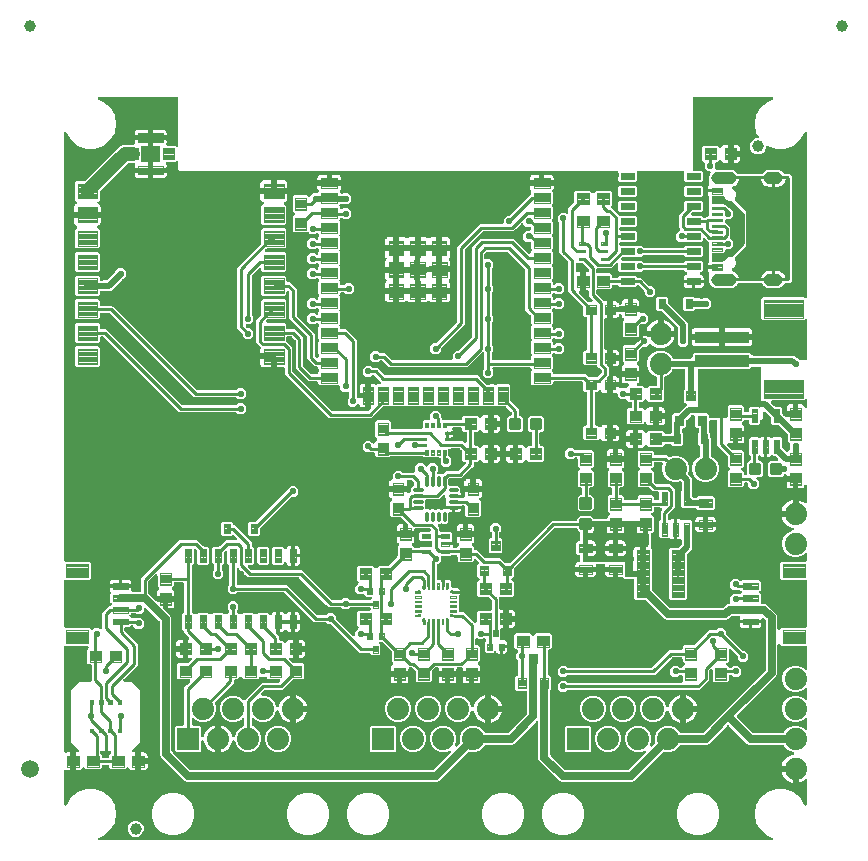
<source format=gtl>
G04 EAGLE Gerber RS-274X export*
G75*
%MOMM*%
%FSLAX34Y34*%
%LPD*%
%INTop Copper*%
%IPPOS*%
%AMOC8*
5,1,8,0,0,1.08239X$1,22.5*%
G01*
%ADD10C,0.099000*%
%ADD11C,0.106400*%
%ADD12C,1.000000*%
%ADD13C,0.102000*%
%ADD14C,0.654000*%
%ADD15C,0.100000*%
%ADD16C,0.102869*%
%ADD17C,1.879600*%
%ADD18C,0.104000*%
%ADD19C,0.100800*%
%ADD20C,0.300000*%
%ADD21C,0.096000*%
%ADD22C,0.102500*%
%ADD23C,0.101200*%
%ADD24C,0.225000*%
%ADD25C,0.108000*%
%ADD26R,1.879600X1.879600*%
%ADD27C,1.500000*%
%ADD28C,0.558800*%
%ADD29C,0.254000*%
%ADD30C,0.508000*%
%ADD31C,0.635000*%
%ADD32C,1.143000*%

G36*
X315021Y62116D02*
X315021Y62116D01*
X315120Y62119D01*
X315178Y62136D01*
X315238Y62144D01*
X315330Y62180D01*
X315425Y62208D01*
X315477Y62238D01*
X315534Y62261D01*
X315614Y62319D01*
X315699Y62369D01*
X315774Y62435D01*
X315791Y62447D01*
X315799Y62457D01*
X315820Y62475D01*
X330087Y76743D01*
X330130Y76798D01*
X330180Y76847D01*
X330227Y76923D01*
X330282Y76994D01*
X330310Y77058D01*
X330346Y77118D01*
X330373Y77203D01*
X330409Y77286D01*
X330419Y77355D01*
X330440Y77422D01*
X330444Y77511D01*
X330458Y77600D01*
X330452Y77670D01*
X330455Y77739D01*
X330437Y77827D01*
X330429Y77917D01*
X330405Y77982D01*
X330391Y78051D01*
X330351Y78132D01*
X330321Y78216D01*
X330282Y78274D01*
X330251Y78336D01*
X330193Y78405D01*
X330142Y78479D01*
X330090Y78525D01*
X330045Y78578D01*
X329971Y78630D01*
X329904Y78690D01*
X329842Y78721D01*
X329785Y78762D01*
X329701Y78793D01*
X329621Y78834D01*
X329553Y78849D01*
X329487Y78874D01*
X329398Y78884D01*
X329310Y78904D01*
X329241Y78902D01*
X329171Y78909D01*
X329082Y78897D01*
X328993Y78894D01*
X328925Y78875D01*
X328856Y78865D01*
X328704Y78813D01*
X326073Y77723D01*
X321627Y77723D01*
X317519Y79425D01*
X314375Y82569D01*
X312673Y86677D01*
X312673Y91123D01*
X314375Y95231D01*
X317519Y98375D01*
X321627Y100077D01*
X326073Y100077D01*
X330181Y98375D01*
X333325Y95231D01*
X335027Y91123D01*
X335027Y86677D01*
X333937Y84046D01*
X333919Y83979D01*
X333891Y83915D01*
X333877Y83826D01*
X333853Y83739D01*
X333852Y83670D01*
X333841Y83601D01*
X333849Y83511D01*
X333848Y83421D01*
X333864Y83353D01*
X333871Y83284D01*
X333901Y83199D01*
X333922Y83112D01*
X333955Y83050D01*
X333978Y82985D01*
X334029Y82910D01*
X334071Y82831D01*
X334118Y82779D01*
X334157Y82722D01*
X334224Y82662D01*
X334285Y82596D01*
X334343Y82557D01*
X334395Y82511D01*
X334475Y82470D01*
X334551Y82421D01*
X334617Y82398D01*
X334679Y82366D01*
X334766Y82347D01*
X334851Y82318D01*
X334921Y82312D01*
X334989Y82297D01*
X335079Y82299D01*
X335168Y82292D01*
X335237Y82304D01*
X335307Y82306D01*
X335393Y82331D01*
X335482Y82347D01*
X335545Y82375D01*
X335612Y82395D01*
X335690Y82440D01*
X335772Y82477D01*
X335826Y82521D01*
X335886Y82556D01*
X336007Y82663D01*
X338044Y84700D01*
X338062Y84723D01*
X338085Y84742D01*
X338159Y84848D01*
X338239Y84951D01*
X338251Y84978D01*
X338268Y85002D01*
X338314Y85124D01*
X338365Y85243D01*
X338370Y85272D01*
X338380Y85300D01*
X338395Y85429D01*
X338415Y85557D01*
X338412Y85586D01*
X338416Y85616D01*
X338398Y85744D01*
X338385Y85874D01*
X338375Y85901D01*
X338371Y85931D01*
X338319Y86083D01*
X338073Y86677D01*
X338073Y91123D01*
X339775Y95231D01*
X342919Y98375D01*
X347027Y100077D01*
X351473Y100077D01*
X355581Y98375D01*
X358725Y95231D01*
X358971Y94637D01*
X358986Y94612D01*
X358995Y94584D01*
X359064Y94474D01*
X359129Y94361D01*
X359149Y94340D01*
X359165Y94315D01*
X359260Y94226D01*
X359350Y94133D01*
X359375Y94117D01*
X359397Y94097D01*
X359510Y94034D01*
X359621Y93966D01*
X359649Y93958D01*
X359675Y93943D01*
X359801Y93911D01*
X359925Y93873D01*
X359955Y93871D01*
X359983Y93864D01*
X360144Y93854D01*
X378422Y93854D01*
X378521Y93866D01*
X378620Y93869D01*
X378678Y93886D01*
X378738Y93894D01*
X378830Y93930D01*
X378925Y93958D01*
X378977Y93988D01*
X379034Y94011D01*
X379114Y94069D01*
X379199Y94119D01*
X379274Y94185D01*
X379291Y94197D01*
X379299Y94207D01*
X379320Y94225D01*
X394725Y109630D01*
X394785Y109708D01*
X394853Y109781D01*
X394882Y109834D01*
X394919Y109881D01*
X394959Y109972D01*
X395007Y110059D01*
X395022Y110118D01*
X395046Y110173D01*
X395061Y110271D01*
X395086Y110367D01*
X395092Y110467D01*
X395096Y110487D01*
X395094Y110500D01*
X395096Y110528D01*
X395096Y128502D01*
X395081Y128620D01*
X395074Y128739D01*
X395062Y128777D01*
X395056Y128818D01*
X395013Y128928D01*
X394976Y129041D01*
X394954Y129076D01*
X394939Y129113D01*
X394870Y129209D01*
X394806Y129310D01*
X394776Y129338D01*
X394753Y129371D01*
X394661Y129447D01*
X394574Y129528D01*
X394539Y129548D01*
X394508Y129573D01*
X394400Y129624D01*
X394296Y129682D01*
X394256Y129692D01*
X394220Y129709D01*
X394103Y129731D01*
X393988Y129761D01*
X393928Y129765D01*
X393908Y129769D01*
X393887Y129767D01*
X393827Y129771D01*
X386118Y129771D01*
X384771Y131118D01*
X384771Y140982D01*
X386118Y142329D01*
X386232Y142329D01*
X386350Y142344D01*
X386469Y142351D01*
X386507Y142364D01*
X386548Y142369D01*
X386658Y142412D01*
X386771Y142449D01*
X386806Y142471D01*
X386843Y142486D01*
X386939Y142555D01*
X387040Y142619D01*
X387068Y142649D01*
X387101Y142672D01*
X387177Y142764D01*
X387258Y142851D01*
X387278Y142886D01*
X387303Y142917D01*
X387354Y143025D01*
X387412Y143129D01*
X387422Y143169D01*
X387439Y143205D01*
X387461Y143322D01*
X387491Y143437D01*
X387495Y143497D01*
X387499Y143517D01*
X387497Y143538D01*
X387501Y143598D01*
X387501Y154806D01*
X387489Y154904D01*
X387486Y155003D01*
X387469Y155062D01*
X387461Y155122D01*
X387425Y155214D01*
X387397Y155309D01*
X387367Y155361D01*
X387344Y155417D01*
X387286Y155497D01*
X387236Y155583D01*
X387170Y155658D01*
X387158Y155675D01*
X387148Y155683D01*
X387130Y155704D01*
X385977Y156856D01*
X385977Y160644D01*
X387130Y161796D01*
X387190Y161875D01*
X387258Y161947D01*
X387287Y162000D01*
X387324Y162048D01*
X387364Y162139D01*
X387412Y162225D01*
X387427Y162284D01*
X387451Y162339D01*
X387466Y162437D01*
X387491Y162533D01*
X387497Y162633D01*
X387499Y162640D01*
X387499Y162641D01*
X387501Y162654D01*
X387499Y162666D01*
X387501Y162694D01*
X387501Y163402D01*
X387486Y163520D01*
X387479Y163639D01*
X387466Y163677D01*
X387461Y163718D01*
X387418Y163828D01*
X387381Y163941D01*
X387359Y163976D01*
X387344Y164013D01*
X387275Y164109D01*
X387211Y164210D01*
X387181Y164238D01*
X387158Y164271D01*
X387066Y164346D01*
X386979Y164428D01*
X386944Y164448D01*
X386913Y164473D01*
X386805Y164524D01*
X386701Y164582D01*
X386661Y164592D01*
X386625Y164609D01*
X386508Y164631D01*
X386393Y164661D01*
X386333Y164665D01*
X386313Y164669D01*
X386292Y164667D01*
X386232Y164671D01*
X385606Y164671D01*
X384271Y166006D01*
X384271Y176894D01*
X385606Y178229D01*
X397494Y178229D01*
X399152Y176570D01*
X399247Y176497D01*
X399336Y176418D01*
X399372Y176400D01*
X399404Y176375D01*
X399513Y176328D01*
X399619Y176274D01*
X399658Y176265D01*
X399696Y176249D01*
X399813Y176230D01*
X399929Y176204D01*
X399970Y176205D01*
X400010Y176199D01*
X400128Y176210D01*
X400247Y176214D01*
X400286Y176225D01*
X400326Y176229D01*
X400439Y176269D01*
X400553Y176302D01*
X400587Y176323D01*
X400626Y176336D01*
X400724Y176403D01*
X400827Y176464D01*
X400872Y176504D01*
X400889Y176515D01*
X400902Y176530D01*
X400947Y176570D01*
X402606Y178229D01*
X414494Y178229D01*
X415829Y176894D01*
X415829Y166006D01*
X414494Y164671D01*
X413868Y164671D01*
X413750Y164656D01*
X413631Y164649D01*
X413593Y164636D01*
X413552Y164631D01*
X413442Y164588D01*
X413329Y164551D01*
X413294Y164529D01*
X413257Y164514D01*
X413161Y164445D01*
X413060Y164381D01*
X413032Y164351D01*
X412999Y164328D01*
X412923Y164236D01*
X412842Y164149D01*
X412822Y164114D01*
X412797Y164083D01*
X412746Y163975D01*
X412688Y163871D01*
X412678Y163831D01*
X412661Y163795D01*
X412639Y163678D01*
X412609Y163563D01*
X412605Y163503D01*
X412601Y163483D01*
X412603Y163462D01*
X412599Y163402D01*
X412599Y143598D01*
X412614Y143480D01*
X412621Y143361D01*
X412634Y143323D01*
X412639Y143282D01*
X412682Y143172D01*
X412719Y143059D01*
X412741Y143024D01*
X412756Y142987D01*
X412825Y142891D01*
X412889Y142790D01*
X412919Y142762D01*
X412942Y142729D01*
X413034Y142653D01*
X413121Y142572D01*
X413156Y142552D01*
X413187Y142527D01*
X413295Y142476D01*
X413399Y142418D01*
X413439Y142408D01*
X413475Y142391D01*
X413592Y142369D01*
X413707Y142339D01*
X413767Y142335D01*
X413787Y142331D01*
X413808Y142333D01*
X413868Y142329D01*
X413982Y142329D01*
X415329Y140982D01*
X415329Y131118D01*
X414875Y130665D01*
X414815Y130586D01*
X414747Y130514D01*
X414718Y130461D01*
X414681Y130413D01*
X414641Y130322D01*
X414593Y130236D01*
X414578Y130177D01*
X414554Y130121D01*
X414539Y130023D01*
X414514Y129928D01*
X414508Y129828D01*
X414504Y129807D01*
X414506Y129795D01*
X414504Y129767D01*
X414504Y75628D01*
X414516Y75529D01*
X414519Y75430D01*
X414536Y75372D01*
X414544Y75312D01*
X414580Y75220D01*
X414608Y75125D01*
X414638Y75073D01*
X414661Y75016D01*
X414719Y74936D01*
X414769Y74851D01*
X414835Y74776D01*
X414847Y74759D01*
X414857Y74751D01*
X414875Y74730D01*
X427130Y62475D01*
X427208Y62415D01*
X427281Y62347D01*
X427334Y62318D01*
X427381Y62281D01*
X427472Y62241D01*
X427559Y62193D01*
X427618Y62178D01*
X427673Y62154D01*
X427771Y62139D01*
X427867Y62114D01*
X427967Y62108D01*
X427987Y62104D01*
X428000Y62106D01*
X428028Y62104D01*
X480022Y62104D01*
X480121Y62116D01*
X480220Y62119D01*
X480278Y62136D01*
X480338Y62144D01*
X480430Y62180D01*
X480525Y62208D01*
X480577Y62238D01*
X480634Y62261D01*
X480714Y62319D01*
X480799Y62369D01*
X480874Y62435D01*
X480891Y62447D01*
X480899Y62457D01*
X480920Y62475D01*
X495187Y76743D01*
X495230Y76798D01*
X495280Y76847D01*
X495327Y76923D01*
X495382Y76994D01*
X495410Y77058D01*
X495446Y77118D01*
X495473Y77203D01*
X495509Y77286D01*
X495519Y77355D01*
X495540Y77422D01*
X495544Y77511D01*
X495558Y77600D01*
X495552Y77670D01*
X495555Y77739D01*
X495537Y77827D01*
X495529Y77917D01*
X495505Y77982D01*
X495491Y78051D01*
X495451Y78132D01*
X495421Y78216D01*
X495382Y78274D01*
X495351Y78336D01*
X495293Y78405D01*
X495242Y78479D01*
X495190Y78525D01*
X495145Y78578D01*
X495071Y78630D01*
X495004Y78690D01*
X494942Y78721D01*
X494885Y78762D01*
X494801Y78793D01*
X494721Y78834D01*
X494653Y78849D01*
X494587Y78874D01*
X494498Y78884D01*
X494410Y78904D01*
X494341Y78902D01*
X494271Y78909D01*
X494182Y78897D01*
X494093Y78894D01*
X494025Y78875D01*
X493956Y78865D01*
X493804Y78813D01*
X491173Y77723D01*
X486727Y77723D01*
X482619Y79425D01*
X479475Y82569D01*
X477773Y86677D01*
X477773Y91123D01*
X479475Y95231D01*
X482619Y98375D01*
X486727Y100077D01*
X491173Y100077D01*
X495281Y98375D01*
X498425Y95231D01*
X500127Y91123D01*
X500127Y86677D01*
X499037Y84046D01*
X499019Y83979D01*
X498991Y83915D01*
X498977Y83826D01*
X498953Y83739D01*
X498952Y83670D01*
X498941Y83601D01*
X498949Y83511D01*
X498948Y83421D01*
X498964Y83353D01*
X498971Y83284D01*
X499001Y83199D01*
X499022Y83112D01*
X499055Y83050D01*
X499078Y82985D01*
X499129Y82910D01*
X499171Y82831D01*
X499218Y82779D01*
X499257Y82721D01*
X499324Y82662D01*
X499385Y82596D01*
X499443Y82557D01*
X499495Y82511D01*
X499575Y82470D01*
X499651Y82421D01*
X499717Y82398D01*
X499779Y82366D01*
X499866Y82347D01*
X499951Y82318D01*
X500021Y82312D01*
X500089Y82297D01*
X500179Y82299D01*
X500268Y82292D01*
X500337Y82304D01*
X500407Y82306D01*
X500493Y82331D01*
X500582Y82347D01*
X500645Y82375D01*
X500712Y82395D01*
X500790Y82440D01*
X500872Y82477D01*
X500926Y82521D01*
X500986Y82556D01*
X501107Y82663D01*
X503144Y84700D01*
X503162Y84723D01*
X503185Y84742D01*
X503259Y84848D01*
X503339Y84951D01*
X503351Y84978D01*
X503368Y85002D01*
X503414Y85124D01*
X503465Y85243D01*
X503470Y85272D01*
X503480Y85300D01*
X503495Y85429D01*
X503515Y85557D01*
X503512Y85586D01*
X503516Y85616D01*
X503498Y85744D01*
X503485Y85874D01*
X503475Y85901D01*
X503471Y85931D01*
X503419Y86083D01*
X503173Y86677D01*
X503173Y91123D01*
X504875Y95231D01*
X508019Y98375D01*
X512127Y100077D01*
X516573Y100077D01*
X520681Y98375D01*
X523825Y95231D01*
X524071Y94637D01*
X524086Y94612D01*
X524095Y94584D01*
X524164Y94474D01*
X524229Y94361D01*
X524249Y94340D01*
X524265Y94315D01*
X524360Y94226D01*
X524450Y94133D01*
X524475Y94117D01*
X524497Y94097D01*
X524610Y94034D01*
X524721Y93966D01*
X524749Y93958D01*
X524775Y93943D01*
X524901Y93911D01*
X525025Y93873D01*
X525055Y93871D01*
X525083Y93864D01*
X525244Y93854D01*
X543522Y93854D01*
X543621Y93866D01*
X543720Y93869D01*
X543778Y93886D01*
X543838Y93894D01*
X543930Y93930D01*
X544025Y93958D01*
X544077Y93988D01*
X544134Y94011D01*
X544214Y94069D01*
X544299Y94119D01*
X544374Y94185D01*
X544391Y94197D01*
X544399Y94207D01*
X544420Y94225D01*
X560772Y110578D01*
X562522Y112328D01*
X596655Y146460D01*
X596715Y146538D01*
X596783Y146611D01*
X596812Y146664D01*
X596849Y146711D01*
X596889Y146802D01*
X596937Y146889D01*
X596952Y146948D01*
X596976Y147003D01*
X596991Y147101D01*
X597016Y147197D01*
X597022Y147297D01*
X597026Y147317D01*
X597024Y147330D01*
X597026Y147358D01*
X597026Y189192D01*
X597014Y189291D01*
X597011Y189390D01*
X596994Y189448D01*
X596986Y189508D01*
X596950Y189600D01*
X596922Y189695D01*
X596892Y189747D01*
X596869Y189804D01*
X596811Y189884D01*
X596761Y189969D01*
X596695Y190044D01*
X596683Y190061D01*
X596673Y190069D01*
X596655Y190090D01*
X595657Y191087D01*
X595548Y191172D01*
X595441Y191261D01*
X595422Y191269D01*
X595406Y191282D01*
X595279Y191337D01*
X595153Y191396D01*
X595133Y191400D01*
X595114Y191408D01*
X594976Y191430D01*
X594840Y191456D01*
X594820Y191455D01*
X594800Y191458D01*
X594661Y191445D01*
X594523Y191436D01*
X594504Y191430D01*
X594484Y191428D01*
X594352Y191381D01*
X594221Y191338D01*
X594203Y191327D01*
X594184Y191321D01*
X594069Y191243D01*
X593952Y191168D01*
X593938Y191153D01*
X593921Y191142D01*
X593829Y191038D01*
X593734Y190937D01*
X593724Y190919D01*
X593711Y190904D01*
X593648Y190780D01*
X593580Y190658D01*
X593575Y190638D01*
X593566Y190620D01*
X593536Y190485D01*
X593501Y190350D01*
X593499Y190322D01*
X593496Y190310D01*
X593497Y190290D01*
X593491Y190189D01*
X593491Y189699D01*
X584430Y189699D01*
X584312Y189684D01*
X584193Y189677D01*
X584186Y189675D01*
X584130Y189689D01*
X584070Y189693D01*
X584050Y189697D01*
X584030Y189695D01*
X583970Y189699D01*
X574909Y189699D01*
X574909Y191092D01*
X575058Y191648D01*
X575076Y191773D01*
X575099Y191897D01*
X575097Y191930D01*
X575102Y191964D01*
X575087Y192089D01*
X575079Y192214D01*
X575069Y192246D01*
X575065Y192279D01*
X575020Y192397D01*
X574981Y192516D01*
X574963Y192545D01*
X574951Y192576D01*
X574878Y192679D01*
X574811Y192785D01*
X574787Y192808D01*
X574767Y192836D01*
X574671Y192917D01*
X574580Y193003D01*
X574550Y193019D01*
X574524Y193041D01*
X574411Y193096D01*
X574301Y193157D01*
X574269Y193165D01*
X574238Y193180D01*
X574115Y193205D01*
X573993Y193236D01*
X573945Y193239D01*
X573926Y193243D01*
X573905Y193242D01*
X573833Y193246D01*
X569078Y193246D01*
X568979Y193234D01*
X568880Y193231D01*
X568822Y193214D01*
X568762Y193206D01*
X568670Y193170D01*
X568575Y193142D01*
X568523Y193112D01*
X568466Y193089D01*
X568386Y193031D01*
X568301Y192981D01*
X568226Y192915D01*
X568209Y192903D01*
X568201Y192893D01*
X568180Y192875D01*
X565416Y190110D01*
X563595Y189356D01*
X513365Y189356D01*
X511544Y190110D01*
X509972Y191682D01*
X495652Y206003D01*
X495574Y206063D01*
X495501Y206131D01*
X495448Y206160D01*
X495401Y206197D01*
X495310Y206237D01*
X495223Y206285D01*
X495164Y206300D01*
X495109Y206324D01*
X495011Y206339D01*
X494915Y206364D01*
X494815Y206370D01*
X494795Y206374D01*
X494782Y206372D01*
X494754Y206374D01*
X487118Y206374D01*
X485774Y207718D01*
X485774Y222758D01*
X485759Y222876D01*
X485752Y222995D01*
X485739Y223033D01*
X485734Y223074D01*
X485691Y223184D01*
X485654Y223297D01*
X485632Y223332D01*
X485617Y223369D01*
X485548Y223465D01*
X485484Y223566D01*
X485454Y223594D01*
X485431Y223627D01*
X485339Y223703D01*
X485252Y223784D01*
X485217Y223804D01*
X485186Y223829D01*
X485078Y223880D01*
X484974Y223938D01*
X484934Y223948D01*
X484898Y223965D01*
X484781Y223987D01*
X484666Y224017D01*
X484606Y224021D01*
X484586Y224025D01*
X484565Y224023D01*
X484505Y224027D01*
X480685Y224027D01*
X480673Y224038D01*
X480620Y224067D01*
X480572Y224104D01*
X480481Y224144D01*
X480395Y224192D01*
X480336Y224207D01*
X480281Y224231D01*
X480183Y224246D01*
X480087Y224271D01*
X479987Y224277D01*
X479966Y224281D01*
X479954Y224279D01*
X479926Y224281D01*
X477527Y224281D01*
X476421Y225388D01*
X476343Y225448D01*
X476271Y225516D01*
X476217Y225545D01*
X476170Y225582D01*
X476079Y225622D01*
X475992Y225670D01*
X475933Y225685D01*
X475878Y225709D01*
X475780Y225724D01*
X475684Y225749D01*
X475584Y225755D01*
X475564Y225759D01*
X475551Y225757D01*
X475523Y225759D01*
X471899Y225759D01*
X471899Y231570D01*
X471884Y231688D01*
X471877Y231807D01*
X471864Y231845D01*
X471859Y231885D01*
X471816Y231996D01*
X471779Y232109D01*
X471757Y232143D01*
X471742Y232181D01*
X471673Y232277D01*
X471609Y232378D01*
X471579Y232406D01*
X471556Y232438D01*
X471464Y232514D01*
X471377Y232596D01*
X471342Y232615D01*
X471311Y232641D01*
X471203Y232692D01*
X471099Y232749D01*
X471059Y232759D01*
X471023Y232777D01*
X470906Y232799D01*
X470791Y232829D01*
X470731Y232833D01*
X470711Y232836D01*
X470690Y232835D01*
X470630Y232839D01*
X470439Y232839D01*
X470439Y233030D01*
X470424Y233148D01*
X470417Y233267D01*
X470404Y233305D01*
X470399Y233346D01*
X470355Y233456D01*
X470319Y233569D01*
X470297Y233604D01*
X470282Y233641D01*
X470212Y233737D01*
X470149Y233838D01*
X470119Y233866D01*
X470095Y233899D01*
X470004Y233975D01*
X469917Y234056D01*
X469882Y234076D01*
X469850Y234101D01*
X469743Y234152D01*
X469638Y234210D01*
X469599Y234220D01*
X469563Y234237D01*
X469446Y234259D01*
X469330Y234289D01*
X469270Y234293D01*
X469250Y234297D01*
X469230Y234295D01*
X469170Y234299D01*
X461359Y234299D01*
X461359Y235712D01*
X461344Y235830D01*
X461337Y235949D01*
X461324Y235987D01*
X461319Y236028D01*
X461276Y236138D01*
X461239Y236251D01*
X461217Y236286D01*
X461202Y236323D01*
X461133Y236419D01*
X461069Y236520D01*
X461039Y236548D01*
X461016Y236581D01*
X460924Y236657D01*
X460837Y236738D01*
X460802Y236758D01*
X460771Y236783D01*
X460663Y236834D01*
X460559Y236892D01*
X460519Y236902D01*
X460483Y236919D01*
X460366Y236941D01*
X460251Y236971D01*
X460191Y236975D01*
X460171Y236979D01*
X460150Y236977D01*
X460090Y236981D01*
X459874Y236981D01*
X459776Y236969D01*
X459677Y236966D01*
X459618Y236949D01*
X459558Y236941D01*
X459466Y236905D01*
X459371Y236877D01*
X459319Y236847D01*
X459263Y236824D01*
X459183Y236766D01*
X459116Y236727D01*
X455285Y236727D01*
X455273Y236738D01*
X455220Y236767D01*
X455172Y236804D01*
X455081Y236844D01*
X454995Y236892D01*
X454936Y236907D01*
X454881Y236931D01*
X454783Y236946D01*
X454687Y236971D01*
X454587Y236977D01*
X454566Y236981D01*
X454554Y236979D01*
X454526Y236981D01*
X454310Y236981D01*
X454192Y236966D01*
X454073Y236959D01*
X454035Y236946D01*
X453994Y236941D01*
X453884Y236898D01*
X453771Y236861D01*
X453736Y236839D01*
X453699Y236824D01*
X453603Y236755D01*
X453502Y236691D01*
X453474Y236661D01*
X453441Y236638D01*
X453365Y236546D01*
X453284Y236459D01*
X453264Y236424D01*
X453239Y236393D01*
X453188Y236285D01*
X453130Y236181D01*
X453120Y236141D01*
X453103Y236105D01*
X453081Y235988D01*
X453051Y235873D01*
X453047Y235812D01*
X453043Y235793D01*
X453045Y235772D01*
X453041Y235712D01*
X453041Y234299D01*
X445230Y234299D01*
X445112Y234284D01*
X444993Y234277D01*
X444955Y234264D01*
X444915Y234259D01*
X444804Y234216D01*
X444691Y234179D01*
X444657Y234157D01*
X444619Y234142D01*
X444523Y234073D01*
X444506Y234062D01*
X444482Y234076D01*
X444450Y234101D01*
X444343Y234152D01*
X444238Y234210D01*
X444199Y234220D01*
X444163Y234237D01*
X444046Y234259D01*
X443930Y234289D01*
X443870Y234293D01*
X443850Y234297D01*
X443830Y234295D01*
X443770Y234299D01*
X435959Y234299D01*
X435959Y236183D01*
X436168Y236961D01*
X436571Y237659D01*
X437141Y238229D01*
X437839Y238632D01*
X438617Y238841D01*
X438912Y238841D01*
X439030Y238856D01*
X439149Y238863D01*
X439187Y238876D01*
X439228Y238881D01*
X439338Y238924D01*
X439451Y238961D01*
X439486Y238983D01*
X439523Y238998D01*
X439619Y239067D01*
X439720Y239131D01*
X439748Y239161D01*
X439781Y239184D01*
X439857Y239276D01*
X439938Y239363D01*
X439958Y239398D01*
X439983Y239429D01*
X440034Y239537D01*
X440092Y239641D01*
X440102Y239681D01*
X440119Y239717D01*
X440141Y239834D01*
X440171Y239949D01*
X440175Y240009D01*
X440179Y240029D01*
X440177Y240050D01*
X440178Y240061D01*
X440179Y240064D01*
X440179Y240067D01*
X440181Y240110D01*
X440181Y243252D01*
X440166Y243370D01*
X440159Y243489D01*
X440146Y243527D01*
X440141Y243568D01*
X440098Y243678D01*
X440061Y243791D01*
X440039Y243826D01*
X440024Y243863D01*
X439955Y243959D01*
X439891Y244060D01*
X439861Y244088D01*
X439838Y244121D01*
X439746Y244197D01*
X439659Y244278D01*
X439624Y244298D01*
X439593Y244323D01*
X439485Y244374D01*
X439381Y244432D01*
X439341Y244442D01*
X439305Y244459D01*
X439188Y244481D01*
X439073Y244511D01*
X439013Y244515D01*
X438993Y244519D01*
X438972Y244517D01*
X438912Y244521D01*
X438068Y244521D01*
X436721Y245868D01*
X436721Y254732D01*
X438068Y256079D01*
X438912Y256079D01*
X439030Y256094D01*
X439149Y256101D01*
X439187Y256114D01*
X439228Y256119D01*
X439338Y256162D01*
X439451Y256199D01*
X439486Y256221D01*
X439523Y256236D01*
X439619Y256305D01*
X439720Y256369D01*
X439748Y256399D01*
X439781Y256422D01*
X439857Y256514D01*
X439938Y256601D01*
X439958Y256636D01*
X439983Y256667D01*
X440034Y256775D01*
X440092Y256879D01*
X440102Y256919D01*
X440119Y256955D01*
X440141Y257072D01*
X440171Y257187D01*
X440175Y257247D01*
X440179Y257267D01*
X440177Y257288D01*
X440181Y257348D01*
X440181Y257676D01*
X440169Y257774D01*
X440166Y257873D01*
X440149Y257932D01*
X440141Y257992D01*
X440105Y258084D01*
X440077Y258179D01*
X440047Y258231D01*
X440024Y258287D01*
X439966Y258367D01*
X439927Y258434D01*
X439927Y262355D01*
X439933Y262368D01*
X439987Y262474D01*
X439996Y262513D01*
X440012Y262550D01*
X440031Y262668D01*
X440057Y262784D01*
X440055Y262825D01*
X440062Y262865D01*
X440051Y262983D01*
X440047Y263102D01*
X440036Y263141D01*
X440032Y263181D01*
X439992Y263293D01*
X439959Y263408D01*
X439938Y263442D01*
X439924Y263480D01*
X439857Y263579D01*
X439797Y263682D01*
X439757Y263727D01*
X439746Y263744D01*
X439731Y263757D01*
X439691Y263802D01*
X437721Y265772D01*
X437721Y266312D01*
X437706Y266430D01*
X437699Y266549D01*
X437686Y266587D01*
X437681Y266628D01*
X437638Y266738D01*
X437601Y266851D01*
X437579Y266886D01*
X437564Y266923D01*
X437495Y267019D01*
X437431Y267120D01*
X437401Y267148D01*
X437378Y267181D01*
X437286Y267257D01*
X437199Y267338D01*
X437164Y267358D01*
X437133Y267383D01*
X437025Y267434D01*
X436921Y267492D01*
X436881Y267502D01*
X436845Y267519D01*
X436728Y267541D01*
X436613Y267571D01*
X436553Y267575D01*
X436533Y267579D01*
X436512Y267577D01*
X436452Y267581D01*
X418919Y267581D01*
X418820Y267569D01*
X418721Y267566D01*
X418663Y267549D01*
X418603Y267541D01*
X418511Y267505D01*
X418416Y267477D01*
X418364Y267447D01*
X418307Y267424D01*
X418227Y267366D01*
X418142Y267316D01*
X418067Y267250D01*
X418050Y267238D01*
X418042Y267228D01*
X418021Y267210D01*
X383950Y233139D01*
X383890Y233061D01*
X383822Y232989D01*
X383793Y232936D01*
X383756Y232888D01*
X383716Y232797D01*
X383668Y232710D01*
X383653Y232651D01*
X383629Y232596D01*
X383614Y232498D01*
X383589Y232402D01*
X383583Y232302D01*
X383579Y232282D01*
X383581Y232269D01*
X383579Y232241D01*
X383579Y226368D01*
X382056Y224845D01*
X381971Y224736D01*
X381882Y224629D01*
X381874Y224610D01*
X381861Y224594D01*
X381806Y224466D01*
X381747Y224341D01*
X381743Y224321D01*
X381735Y224302D01*
X381713Y224164D01*
X381687Y224028D01*
X381688Y224008D01*
X381685Y223988D01*
X381698Y223849D01*
X381707Y223711D01*
X381713Y223692D01*
X381715Y223672D01*
X381762Y223540D01*
X381805Y223409D01*
X381816Y223391D01*
X381823Y223372D01*
X381901Y223257D01*
X381975Y223140D01*
X381990Y223126D01*
X382001Y223109D01*
X382106Y223017D01*
X382207Y222922D01*
X382224Y222912D01*
X382240Y222899D01*
X382364Y222835D01*
X382485Y222768D01*
X382505Y222763D01*
X382523Y222754D01*
X382659Y222724D01*
X382713Y222710D01*
X384079Y221344D01*
X384079Y210456D01*
X382744Y209121D01*
X372618Y209121D01*
X372500Y209106D01*
X372381Y209099D01*
X372343Y209086D01*
X372302Y209081D01*
X372192Y209038D01*
X372079Y209001D01*
X372044Y208979D01*
X372007Y208964D01*
X371911Y208895D01*
X371810Y208831D01*
X371782Y208801D01*
X371749Y208778D01*
X371673Y208686D01*
X371592Y208599D01*
X371572Y208564D01*
X371547Y208533D01*
X371496Y208425D01*
X371438Y208321D01*
X371428Y208281D01*
X371411Y208245D01*
X371389Y208128D01*
X371359Y208013D01*
X371355Y207953D01*
X371351Y207933D01*
X371353Y207912D01*
X371349Y207852D01*
X371349Y199310D01*
X371364Y199192D01*
X371371Y199073D01*
X371384Y199035D01*
X371389Y198994D01*
X371432Y198884D01*
X371469Y198771D01*
X371491Y198736D01*
X371506Y198699D01*
X371575Y198603D01*
X371639Y198502D01*
X371669Y198474D01*
X371692Y198441D01*
X371784Y198365D01*
X371871Y198284D01*
X371906Y198264D01*
X371937Y198239D01*
X372045Y198188D01*
X372149Y198130D01*
X372189Y198120D01*
X372225Y198103D01*
X372342Y198081D01*
X372457Y198051D01*
X372517Y198047D01*
X372537Y198043D01*
X372558Y198045D01*
X372618Y198041D01*
X374301Y198041D01*
X374301Y191730D01*
X374316Y191612D01*
X374323Y191493D01*
X374335Y191455D01*
X374341Y191415D01*
X374384Y191304D01*
X374421Y191191D01*
X374443Y191157D01*
X374458Y191119D01*
X374527Y191023D01*
X374591Y190922D01*
X374621Y190894D01*
X374644Y190862D01*
X374736Y190786D01*
X374823Y190704D01*
X374858Y190685D01*
X374889Y190659D01*
X374997Y190608D01*
X375101Y190551D01*
X375141Y190541D01*
X375177Y190523D01*
X375284Y190503D01*
X375254Y190499D01*
X375144Y190455D01*
X375031Y190419D01*
X374996Y190397D01*
X374959Y190382D01*
X374862Y190312D01*
X374762Y190249D01*
X374734Y190219D01*
X374701Y190195D01*
X374625Y190104D01*
X374544Y190017D01*
X374524Y189982D01*
X374499Y189950D01*
X374448Y189843D01*
X374390Y189738D01*
X374380Y189699D01*
X374363Y189663D01*
X374341Y189546D01*
X374311Y189430D01*
X374307Y189370D01*
X374303Y189350D01*
X374305Y189330D01*
X374301Y189270D01*
X374301Y182959D01*
X373648Y182959D01*
X373530Y182944D01*
X373411Y182937D01*
X373373Y182924D01*
X373332Y182919D01*
X373222Y182876D01*
X373109Y182839D01*
X373074Y182817D01*
X373037Y182802D01*
X372941Y182733D01*
X372840Y182669D01*
X372812Y182639D01*
X372779Y182616D01*
X372703Y182524D01*
X372622Y182437D01*
X372602Y182402D01*
X372577Y182371D01*
X372526Y182263D01*
X372468Y182159D01*
X372458Y182119D01*
X372441Y182083D01*
X372419Y181966D01*
X372389Y181851D01*
X372385Y181791D01*
X372381Y181771D01*
X372383Y181750D01*
X372379Y181690D01*
X372379Y174572D01*
X372353Y174540D01*
X372344Y174522D01*
X372332Y174506D01*
X372277Y174379D01*
X372217Y174253D01*
X372213Y174233D01*
X372205Y174214D01*
X372184Y174077D01*
X372157Y173940D01*
X372159Y173920D01*
X372155Y173900D01*
X372168Y173762D01*
X372177Y173623D01*
X372183Y173604D01*
X372185Y173584D01*
X372232Y173453D01*
X372275Y173320D01*
X372286Y173303D01*
X372293Y173284D01*
X372371Y173169D01*
X372445Y173052D01*
X372460Y173038D01*
X372471Y173021D01*
X372575Y172929D01*
X372677Y172834D01*
X372695Y172824D01*
X372710Y172811D01*
X372833Y172748D01*
X372955Y172680D01*
X372975Y172675D01*
X372993Y172666D01*
X373129Y172636D01*
X373263Y172601D01*
X373291Y172599D01*
X373303Y172596D01*
X373324Y172597D01*
X373424Y172591D01*
X375495Y172591D01*
X376270Y172383D01*
X376965Y171982D01*
X377532Y171415D01*
X377933Y170720D01*
X378141Y169945D01*
X378141Y168069D01*
X373300Y168069D01*
X373182Y168054D01*
X373063Y168047D01*
X373025Y168035D01*
X372985Y168030D01*
X372874Y167986D01*
X372761Y167949D01*
X372727Y167927D01*
X372689Y167913D01*
X372593Y167843D01*
X372492Y167779D01*
X372492Y167778D01*
X372464Y167749D01*
X372432Y167726D01*
X372432Y167725D01*
X372431Y167725D01*
X372355Y167633D01*
X372274Y167547D01*
X372254Y167511D01*
X372228Y167480D01*
X372178Y167373D01*
X372120Y167268D01*
X372110Y167229D01*
X372093Y167193D01*
X372071Y167076D01*
X372041Y166960D01*
X372037Y166900D01*
X372033Y166880D01*
X372034Y166860D01*
X372031Y166800D01*
X372031Y161009D01*
X371105Y161009D01*
X370330Y161217D01*
X369635Y161618D01*
X369068Y162185D01*
X368938Y162410D01*
X368862Y162510D01*
X368792Y162614D01*
X368767Y162636D01*
X368746Y162663D01*
X368648Y162741D01*
X368553Y162824D01*
X368523Y162840D01*
X368497Y162861D01*
X368382Y162912D01*
X368270Y162969D01*
X368237Y162976D01*
X368206Y162990D01*
X368082Y163011D01*
X367960Y163039D01*
X367926Y163038D01*
X367893Y163043D01*
X367768Y163033D01*
X367642Y163029D01*
X367610Y163020D01*
X367576Y163017D01*
X367457Y162976D01*
X367336Y162941D01*
X367307Y162923D01*
X367276Y162912D01*
X367171Y162843D01*
X367063Y162779D01*
X367026Y162747D01*
X367011Y162737D01*
X366996Y162720D01*
X366942Y162673D01*
X366040Y161771D01*
X360560Y161771D01*
X359221Y163110D01*
X359221Y170490D01*
X359880Y171149D01*
X359940Y171227D01*
X360008Y171299D01*
X360037Y171352D01*
X360074Y171400D01*
X360114Y171491D01*
X360162Y171577D01*
X360177Y171636D01*
X360201Y171692D01*
X360216Y171790D01*
X360241Y171885D01*
X360247Y171985D01*
X360251Y172006D01*
X360249Y172018D01*
X360251Y172046D01*
X360251Y172920D01*
X360234Y173058D01*
X360229Y173108D01*
X360229Y173111D01*
X360229Y173112D01*
X360221Y173197D01*
X360214Y173216D01*
X360211Y173236D01*
X360160Y173365D01*
X360113Y173496D01*
X360102Y173513D01*
X360094Y173531D01*
X360013Y173644D01*
X359935Y173759D01*
X359919Y173772D01*
X359908Y173789D01*
X359800Y173878D01*
X359696Y173969D01*
X359678Y173979D01*
X359663Y173992D01*
X359537Y174051D01*
X359413Y174114D01*
X359393Y174119D01*
X359375Y174127D01*
X359238Y174153D01*
X359103Y174184D01*
X359082Y174183D01*
X359063Y174187D01*
X358924Y174178D01*
X358785Y174174D01*
X358765Y174168D01*
X358745Y174167D01*
X358613Y174124D01*
X358479Y174086D01*
X358462Y174075D01*
X358443Y174069D01*
X358325Y173995D01*
X358205Y173924D01*
X358184Y173906D01*
X358174Y173899D01*
X358160Y173884D01*
X358085Y173818D01*
X357494Y173227D01*
X353706Y173227D01*
X353195Y173738D01*
X353086Y173823D01*
X352979Y173912D01*
X352960Y173920D01*
X352944Y173933D01*
X352816Y173988D01*
X352691Y174047D01*
X352671Y174051D01*
X352652Y174059D01*
X352514Y174081D01*
X352378Y174107D01*
X352358Y174106D01*
X352338Y174109D01*
X352199Y174096D01*
X352061Y174087D01*
X352042Y174081D01*
X352022Y174079D01*
X351891Y174032D01*
X351759Y173989D01*
X351741Y173978D01*
X351722Y173971D01*
X351608Y173894D01*
X351490Y173819D01*
X351476Y173804D01*
X351459Y173793D01*
X351367Y173689D01*
X351272Y173587D01*
X351262Y173570D01*
X351249Y173554D01*
X351186Y173431D01*
X351118Y173309D01*
X351113Y173289D01*
X351104Y173271D01*
X351074Y173135D01*
X351039Y173001D01*
X351037Y172973D01*
X351034Y172961D01*
X351035Y172940D01*
X351029Y172840D01*
X351029Y169448D01*
X351044Y169330D01*
X351051Y169211D01*
X351064Y169173D01*
X351069Y169132D01*
X351112Y169022D01*
X351149Y168909D01*
X351171Y168874D01*
X351186Y168837D01*
X351255Y168741D01*
X351319Y168640D01*
X351349Y168612D01*
X351372Y168579D01*
X351464Y168503D01*
X351551Y168422D01*
X351586Y168402D01*
X351617Y168377D01*
X351725Y168326D01*
X351829Y168268D01*
X351869Y168258D01*
X351905Y168241D01*
X352022Y168219D01*
X352137Y168189D01*
X352197Y168185D01*
X352217Y168181D01*
X352238Y168183D01*
X352298Y168179D01*
X353424Y168179D01*
X354759Y166844D01*
X354759Y154956D01*
X353481Y153678D01*
X353404Y153579D01*
X353322Y153484D01*
X353307Y153454D01*
X353286Y153427D01*
X353236Y153311D01*
X353180Y153199D01*
X353173Y153166D01*
X353160Y153135D01*
X353140Y153011D01*
X353114Y152888D01*
X353115Y152854D01*
X353110Y152821D01*
X353121Y152696D01*
X353127Y152570D01*
X353136Y152538D01*
X353140Y152504D01*
X353182Y152386D01*
X353218Y152266D01*
X353236Y152237D01*
X353247Y152205D01*
X353318Y152101D01*
X353383Y151993D01*
X353407Y151970D01*
X353426Y151942D01*
X353520Y151859D01*
X353610Y151771D01*
X353650Y151744D01*
X353664Y151731D01*
X353684Y151722D01*
X353744Y151682D01*
X354347Y151333D01*
X354913Y150767D01*
X355314Y150074D01*
X355521Y149300D01*
X355521Y146399D01*
X349210Y146399D01*
X349092Y146384D01*
X348973Y146377D01*
X348935Y146364D01*
X348895Y146359D01*
X348784Y146316D01*
X348671Y146279D01*
X348637Y146257D01*
X348599Y146242D01*
X348503Y146173D01*
X348402Y146109D01*
X348374Y146079D01*
X348342Y146056D01*
X348266Y145964D01*
X348184Y145877D01*
X348165Y145842D01*
X348139Y145811D01*
X348088Y145703D01*
X348031Y145599D01*
X348021Y145559D01*
X348003Y145523D01*
X347983Y145416D01*
X347979Y145446D01*
X347935Y145556D01*
X347899Y145669D01*
X347877Y145704D01*
X347862Y145741D01*
X347792Y145837D01*
X347729Y145938D01*
X347699Y145966D01*
X347675Y145999D01*
X347584Y146075D01*
X347497Y146156D01*
X347462Y146176D01*
X347430Y146201D01*
X347323Y146252D01*
X347218Y146310D01*
X347179Y146320D01*
X347143Y146337D01*
X347026Y146359D01*
X346910Y146389D01*
X346850Y146393D01*
X346830Y146397D01*
X346810Y146395D01*
X346750Y146399D01*
X340439Y146399D01*
X340439Y148082D01*
X340424Y148200D01*
X340417Y148319D01*
X340404Y148357D01*
X340399Y148398D01*
X340356Y148508D01*
X340319Y148621D01*
X340297Y148656D01*
X340282Y148693D01*
X340213Y148789D01*
X340149Y148890D01*
X340119Y148918D01*
X340096Y148951D01*
X340004Y149027D01*
X339917Y149108D01*
X339882Y149128D01*
X339851Y149153D01*
X339743Y149204D01*
X339639Y149262D01*
X339599Y149272D01*
X339563Y149289D01*
X339446Y149311D01*
X339331Y149341D01*
X339271Y149345D01*
X339251Y149349D01*
X339230Y149347D01*
X339170Y149351D01*
X336470Y149351D01*
X336352Y149336D01*
X336233Y149329D01*
X336195Y149316D01*
X336154Y149311D01*
X336044Y149268D01*
X335931Y149231D01*
X335896Y149209D01*
X335859Y149194D01*
X335763Y149125D01*
X335662Y149061D01*
X335634Y149031D01*
X335601Y149008D01*
X335525Y148916D01*
X335444Y148829D01*
X335424Y148794D01*
X335399Y148763D01*
X335348Y148655D01*
X335290Y148551D01*
X335280Y148511D01*
X335263Y148475D01*
X335241Y148358D01*
X335211Y148243D01*
X335207Y148183D01*
X335203Y148163D01*
X335205Y148142D01*
X335201Y148082D01*
X335201Y146399D01*
X328890Y146399D01*
X328772Y146384D01*
X328653Y146377D01*
X328615Y146364D01*
X328575Y146359D01*
X328464Y146316D01*
X328351Y146279D01*
X328317Y146257D01*
X328279Y146242D01*
X328183Y146173D01*
X328082Y146109D01*
X328054Y146079D01*
X328022Y146056D01*
X327946Y145964D01*
X327864Y145877D01*
X327845Y145842D01*
X327819Y145811D01*
X327768Y145703D01*
X327711Y145599D01*
X327701Y145559D01*
X327683Y145523D01*
X327663Y145416D01*
X327659Y145446D01*
X327615Y145556D01*
X327579Y145669D01*
X327557Y145704D01*
X327542Y145741D01*
X327472Y145837D01*
X327409Y145938D01*
X327379Y145966D01*
X327355Y145999D01*
X327264Y146075D01*
X327177Y146156D01*
X327142Y146176D01*
X327110Y146201D01*
X327003Y146252D01*
X326898Y146310D01*
X326859Y146320D01*
X326823Y146337D01*
X326706Y146359D01*
X326590Y146389D01*
X326530Y146393D01*
X326510Y146397D01*
X326490Y146395D01*
X326430Y146399D01*
X320119Y146399D01*
X320119Y148082D01*
X320104Y148200D01*
X320097Y148319D01*
X320084Y148357D01*
X320079Y148398D01*
X320036Y148508D01*
X319999Y148621D01*
X319977Y148656D01*
X319962Y148693D01*
X319893Y148789D01*
X319829Y148890D01*
X319799Y148918D01*
X319776Y148951D01*
X319684Y149027D01*
X319597Y149108D01*
X319562Y149128D01*
X319531Y149153D01*
X319423Y149204D01*
X319319Y149262D01*
X319279Y149272D01*
X319243Y149289D01*
X319126Y149311D01*
X319011Y149341D01*
X318951Y149345D01*
X318931Y149349D01*
X318910Y149347D01*
X318850Y149351D01*
X317629Y149351D01*
X317530Y149339D01*
X317431Y149336D01*
X317373Y149319D01*
X317313Y149311D01*
X317221Y149275D01*
X317126Y149247D01*
X317074Y149217D01*
X317017Y149194D01*
X316937Y149136D01*
X316852Y149086D01*
X316776Y149020D01*
X316760Y149008D01*
X316752Y148998D01*
X316731Y148980D01*
X314490Y146739D01*
X314430Y146661D01*
X314362Y146589D01*
X314333Y146536D01*
X314296Y146488D01*
X314256Y146397D01*
X314208Y146310D01*
X314193Y146252D01*
X314169Y146196D01*
X314154Y146098D01*
X314129Y146002D01*
X314123Y145902D01*
X314119Y145882D01*
X314121Y145869D01*
X314119Y145841D01*
X314119Y137956D01*
X312784Y136621D01*
X301896Y136621D01*
X300561Y137956D01*
X300561Y145841D01*
X300549Y145940D01*
X300546Y146039D01*
X300529Y146097D01*
X300521Y146157D01*
X300485Y146249D01*
X300457Y146344D01*
X300427Y146396D01*
X300404Y146453D01*
X300346Y146533D01*
X300296Y146618D01*
X300230Y146693D01*
X300218Y146710D01*
X300208Y146718D01*
X300190Y146739D01*
X297949Y148980D01*
X297871Y149040D01*
X297799Y149108D01*
X297746Y149137D01*
X297698Y149174D01*
X297607Y149214D01*
X297520Y149262D01*
X297461Y149277D01*
X297406Y149301D01*
X297308Y149316D01*
X297212Y149341D01*
X297112Y149347D01*
X297092Y149351D01*
X297079Y149349D01*
X297051Y149351D01*
X295830Y149351D01*
X295712Y149336D01*
X295593Y149329D01*
X295555Y149316D01*
X295514Y149311D01*
X295404Y149268D01*
X295291Y149231D01*
X295256Y149209D01*
X295219Y149194D01*
X295123Y149125D01*
X295022Y149061D01*
X294994Y149031D01*
X294961Y149008D01*
X294885Y148916D01*
X294804Y148829D01*
X294784Y148794D01*
X294759Y148763D01*
X294708Y148655D01*
X294650Y148551D01*
X294640Y148511D01*
X294623Y148475D01*
X294601Y148358D01*
X294571Y148243D01*
X294567Y148183D01*
X294563Y148163D01*
X294565Y148142D01*
X294561Y148082D01*
X294561Y146399D01*
X288250Y146399D01*
X288132Y146384D01*
X288013Y146377D01*
X287975Y146364D01*
X287935Y146359D01*
X287824Y146316D01*
X287711Y146279D01*
X287677Y146257D01*
X287639Y146242D01*
X287543Y146173D01*
X287442Y146109D01*
X287414Y146079D01*
X287382Y146056D01*
X287306Y145964D01*
X287224Y145877D01*
X287205Y145842D01*
X287179Y145811D01*
X287128Y145703D01*
X287071Y145599D01*
X287061Y145559D01*
X287043Y145523D01*
X287023Y145416D01*
X287019Y145446D01*
X286975Y145556D01*
X286939Y145669D01*
X286917Y145704D01*
X286902Y145741D01*
X286832Y145837D01*
X286769Y145938D01*
X286739Y145966D01*
X286715Y145999D01*
X286624Y146075D01*
X286537Y146156D01*
X286502Y146176D01*
X286470Y146201D01*
X286363Y146252D01*
X286258Y146310D01*
X286219Y146320D01*
X286183Y146337D01*
X286066Y146359D01*
X285950Y146389D01*
X285890Y146393D01*
X285870Y146397D01*
X285850Y146395D01*
X285790Y146399D01*
X279479Y146399D01*
X279479Y149300D01*
X279686Y150074D01*
X280087Y150767D01*
X280653Y151333D01*
X281256Y151682D01*
X281357Y151758D01*
X281460Y151828D01*
X281483Y151853D01*
X281510Y151874D01*
X281588Y151972D01*
X281671Y152067D01*
X281686Y152097D01*
X281707Y152123D01*
X281758Y152238D01*
X281816Y152350D01*
X281823Y152383D01*
X281837Y152413D01*
X281858Y152538D01*
X281885Y152660D01*
X281884Y152694D01*
X281890Y152727D01*
X281879Y152852D01*
X281876Y152978D01*
X281866Y153010D01*
X281863Y153044D01*
X281822Y153163D01*
X281787Y153283D01*
X281770Y153313D01*
X281759Y153344D01*
X281689Y153449D01*
X281626Y153557D01*
X281593Y153594D01*
X281583Y153609D01*
X281567Y153624D01*
X281519Y153678D01*
X280241Y154956D01*
X280241Y162721D01*
X280229Y162820D01*
X280226Y162919D01*
X280220Y162938D01*
X280219Y162957D01*
X280207Y162995D01*
X280201Y163037D01*
X280165Y163129D01*
X280137Y163224D01*
X280126Y163243D01*
X280121Y163260D01*
X280101Y163292D01*
X280084Y163333D01*
X280026Y163413D01*
X279976Y163498D01*
X279955Y163522D01*
X279951Y163528D01*
X279942Y163537D01*
X279910Y163573D01*
X279898Y163590D01*
X279888Y163598D01*
X279870Y163619D01*
X272789Y170700D01*
X272711Y170760D01*
X272639Y170828D01*
X272586Y170857D01*
X272538Y170894D01*
X272447Y170934D01*
X272360Y170982D01*
X272302Y170997D01*
X272246Y171021D01*
X272148Y171036D01*
X272052Y171061D01*
X271952Y171067D01*
X271932Y171071D01*
X271919Y171069D01*
X271891Y171071D01*
X271062Y171071D01*
X270924Y171054D01*
X270786Y171041D01*
X270767Y171034D01*
X270747Y171031D01*
X270617Y170980D01*
X270486Y170933D01*
X270470Y170922D01*
X270451Y170914D01*
X270339Y170833D01*
X270223Y170755D01*
X270210Y170739D01*
X270193Y170728D01*
X270105Y170620D01*
X270013Y170516D01*
X270004Y170498D01*
X269991Y170483D01*
X269931Y170357D01*
X269868Y170233D01*
X269864Y170213D01*
X269855Y170195D01*
X269829Y170058D01*
X269799Y169923D01*
X269799Y169902D01*
X269795Y169883D01*
X269804Y169744D01*
X269808Y169605D01*
X269814Y169585D01*
X269815Y169565D01*
X269858Y169433D01*
X269897Y169299D01*
X269907Y169282D01*
X269913Y169263D01*
X269987Y169145D01*
X270058Y169025D01*
X270077Y169004D01*
X270083Y168994D01*
X270098Y168980D01*
X270165Y168905D01*
X270779Y168290D01*
X270779Y160910D01*
X269440Y159571D01*
X263960Y159571D01*
X262351Y161180D01*
X262273Y161240D01*
X262201Y161308D01*
X262148Y161337D01*
X262100Y161374D01*
X262009Y161414D01*
X261923Y161462D01*
X261864Y161477D01*
X261808Y161501D01*
X261710Y161516D01*
X261615Y161541D01*
X261515Y161547D01*
X261494Y161551D01*
X261482Y161549D01*
X261454Y161551D01*
X253237Y161551D01*
X229233Y185556D01*
X229155Y185616D01*
X229083Y185684D01*
X229030Y185713D01*
X228982Y185750D01*
X228891Y185790D01*
X228804Y185838D01*
X228745Y185853D01*
X228690Y185877D01*
X228592Y185892D01*
X228496Y185917D01*
X228396Y185923D01*
X228376Y185927D01*
X228363Y185925D01*
X228335Y185927D01*
X226706Y185927D01*
X225554Y187080D01*
X225475Y187140D01*
X225403Y187208D01*
X225350Y187237D01*
X225302Y187274D01*
X225212Y187314D01*
X225125Y187362D01*
X225066Y187377D01*
X225011Y187401D01*
X224913Y187416D01*
X224817Y187441D01*
X224717Y187447D01*
X224696Y187451D01*
X224684Y187449D01*
X224656Y187451D01*
X214637Y187451D01*
X189609Y212480D01*
X189531Y212540D01*
X189459Y212608D01*
X189406Y212637D01*
X189358Y212674D01*
X189267Y212714D01*
X189180Y212762D01*
X189121Y212777D01*
X189066Y212801D01*
X188968Y212816D01*
X188872Y212841D01*
X188772Y212847D01*
X188752Y212851D01*
X188739Y212849D01*
X188711Y212851D01*
X149994Y212851D01*
X149896Y212839D01*
X149797Y212836D01*
X149738Y212819D01*
X149678Y212811D01*
X149586Y212775D01*
X149491Y212747D01*
X149439Y212717D01*
X149383Y212694D01*
X149303Y212636D01*
X149217Y212586D01*
X149142Y212520D01*
X149125Y212508D01*
X149117Y212498D01*
X149096Y212480D01*
X147944Y211327D01*
X144156Y211327D01*
X141477Y214006D01*
X141477Y217794D01*
X142630Y218946D01*
X142690Y219025D01*
X142758Y219097D01*
X142780Y219137D01*
X142796Y219156D01*
X142802Y219169D01*
X142824Y219198D01*
X142864Y219289D01*
X142912Y219375D01*
X142926Y219433D01*
X142932Y219444D01*
X142932Y219446D01*
X142951Y219489D01*
X142966Y219587D01*
X142991Y219683D01*
X142997Y219783D01*
X143001Y219804D01*
X142999Y219816D01*
X143001Y219844D01*
X143001Y235206D01*
X142989Y235304D01*
X142986Y235403D01*
X142969Y235462D01*
X142961Y235522D01*
X142925Y235614D01*
X142897Y235709D01*
X142867Y235761D01*
X142844Y235817D01*
X142786Y235897D01*
X142736Y235983D01*
X142670Y236058D01*
X142658Y236075D01*
X142648Y236083D01*
X142630Y236104D01*
X141271Y237462D01*
X141271Y246925D01*
X141254Y247063D01*
X141241Y247202D01*
X141234Y247221D01*
X141231Y247241D01*
X141180Y247370D01*
X141133Y247501D01*
X141122Y247518D01*
X141114Y247537D01*
X141033Y247649D01*
X140955Y247764D01*
X140939Y247778D01*
X140928Y247794D01*
X140820Y247883D01*
X140716Y247975D01*
X140698Y247984D01*
X140683Y247997D01*
X140557Y248056D01*
X140433Y248119D01*
X140413Y248124D01*
X140395Y248132D01*
X140259Y248158D01*
X140123Y248189D01*
X140102Y248188D01*
X140083Y248192D01*
X139944Y248184D01*
X139805Y248179D01*
X139785Y248174D01*
X139765Y248172D01*
X139633Y248130D01*
X139499Y248091D01*
X139482Y248081D01*
X139463Y248074D01*
X139345Y248000D01*
X139225Y247929D01*
X139204Y247911D01*
X139194Y247904D01*
X139180Y247889D01*
X139105Y247823D01*
X138500Y247219D01*
X138440Y247141D01*
X138372Y247069D01*
X138343Y247016D01*
X138306Y246968D01*
X138266Y246877D01*
X138218Y246790D01*
X138203Y246732D01*
X138179Y246676D01*
X138164Y246578D01*
X138139Y246482D01*
X138133Y246382D01*
X138129Y246362D01*
X138131Y246349D01*
X138129Y246321D01*
X138129Y237462D01*
X136770Y236104D01*
X136710Y236025D01*
X136642Y235953D01*
X136613Y235900D01*
X136576Y235852D01*
X136536Y235761D01*
X136488Y235675D01*
X136473Y235616D01*
X136449Y235561D01*
X136434Y235463D01*
X136409Y235367D01*
X136403Y235267D01*
X136399Y235247D01*
X136401Y235234D01*
X136399Y235206D01*
X136399Y232544D01*
X136411Y232446D01*
X136414Y232347D01*
X136431Y232288D01*
X136439Y232228D01*
X136475Y232136D01*
X136503Y232041D01*
X136533Y231989D01*
X136556Y231933D01*
X136614Y231853D01*
X136664Y231767D01*
X136702Y231724D01*
X136704Y231721D01*
X136709Y231717D01*
X136730Y231692D01*
X136742Y231675D01*
X136752Y231667D01*
X136770Y231646D01*
X137923Y230494D01*
X137923Y226706D01*
X135244Y224027D01*
X131456Y224027D01*
X128777Y226706D01*
X128777Y230494D01*
X129930Y231646D01*
X129990Y231725D01*
X130058Y231797D01*
X130083Y231841D01*
X130089Y231848D01*
X130092Y231856D01*
X130124Y231898D01*
X130164Y231989D01*
X130212Y232075D01*
X130227Y232134D01*
X130251Y232189D01*
X130266Y232287D01*
X130291Y232383D01*
X130297Y232483D01*
X130301Y232504D01*
X130299Y232516D01*
X130301Y232544D01*
X130301Y235206D01*
X130289Y235304D01*
X130286Y235403D01*
X130269Y235462D01*
X130261Y235522D01*
X130225Y235614D01*
X130197Y235709D01*
X130167Y235761D01*
X130144Y235817D01*
X130086Y235897D01*
X130036Y235983D01*
X129970Y236058D01*
X129958Y236075D01*
X129948Y236083D01*
X129930Y236104D01*
X128571Y237462D01*
X128571Y250338D01*
X129912Y251679D01*
X133811Y251679D01*
X133910Y251691D01*
X134009Y251694D01*
X134067Y251711D01*
X134127Y251719D01*
X134219Y251755D01*
X134314Y251783D01*
X134366Y251813D01*
X134423Y251836D01*
X134503Y251894D01*
X134588Y251944D01*
X134663Y252010D01*
X134680Y252022D01*
X134688Y252032D01*
X134709Y252050D01*
X139707Y257049D01*
X148325Y257049D01*
X148463Y257066D01*
X148602Y257079D01*
X148621Y257086D01*
X148641Y257089D01*
X148770Y257140D01*
X148901Y257187D01*
X148918Y257198D01*
X148937Y257206D01*
X149049Y257287D01*
X149164Y257365D01*
X149178Y257381D01*
X149194Y257392D01*
X149283Y257500D01*
X149375Y257604D01*
X149384Y257622D01*
X149397Y257637D01*
X149456Y257763D01*
X149519Y257887D01*
X149524Y257907D01*
X149532Y257925D01*
X149558Y258061D01*
X149589Y258197D01*
X149588Y258218D01*
X149592Y258237D01*
X149584Y258376D01*
X149579Y258515D01*
X149574Y258535D01*
X149572Y258555D01*
X149530Y258687D01*
X149491Y258821D01*
X149481Y258838D01*
X149474Y258857D01*
X149400Y258975D01*
X149329Y259095D01*
X149311Y259116D01*
X149304Y259126D01*
X149289Y259140D01*
X149223Y259215D01*
X146977Y261462D01*
X146883Y261535D01*
X146794Y261613D01*
X146758Y261632D01*
X146726Y261657D01*
X146616Y261704D01*
X146510Y261758D01*
X146471Y261767D01*
X146434Y261783D01*
X146316Y261802D01*
X146200Y261828D01*
X146160Y261826D01*
X146120Y261833D01*
X146001Y261822D01*
X145882Y261818D01*
X145843Y261807D01*
X145803Y261803D01*
X145691Y261763D01*
X145577Y261730D01*
X145542Y261709D01*
X145504Y261695D01*
X145405Y261628D01*
X145303Y261568D01*
X145257Y261528D01*
X145241Y261517D01*
X145227Y261501D01*
X145182Y261462D01*
X144492Y260771D01*
X137308Y260771D01*
X135971Y262108D01*
X135971Y271292D01*
X137308Y272629D01*
X144492Y272629D01*
X145829Y271292D01*
X145829Y271018D01*
X145844Y270900D01*
X145851Y270781D01*
X145864Y270743D01*
X145869Y270702D01*
X145912Y270592D01*
X145949Y270479D01*
X145971Y270444D01*
X145986Y270407D01*
X146055Y270311D01*
X146119Y270210D01*
X146149Y270182D01*
X146172Y270149D01*
X146264Y270073D01*
X146351Y269992D01*
X146386Y269972D01*
X146417Y269947D01*
X146525Y269896D01*
X146629Y269838D01*
X146669Y269828D01*
X146705Y269811D01*
X146822Y269789D01*
X146937Y269759D01*
X146997Y269755D01*
X147017Y269751D01*
X147038Y269753D01*
X147098Y269749D01*
X147313Y269749D01*
X161799Y255263D01*
X161799Y252594D01*
X161811Y252496D01*
X161814Y252397D01*
X161831Y252338D01*
X161839Y252278D01*
X161875Y252186D01*
X161903Y252091D01*
X161933Y252039D01*
X161956Y251983D01*
X162014Y251903D01*
X162064Y251817D01*
X162130Y251742D01*
X162142Y251725D01*
X162152Y251717D01*
X162170Y251696D01*
X163529Y250338D01*
X163529Y237462D01*
X162188Y236121D01*
X159875Y236121D01*
X159737Y236104D01*
X159598Y236091D01*
X159579Y236084D01*
X159559Y236081D01*
X159430Y236030D01*
X159299Y235983D01*
X159282Y235972D01*
X159263Y235964D01*
X159151Y235883D01*
X159036Y235805D01*
X159022Y235789D01*
X159006Y235778D01*
X158917Y235670D01*
X158825Y235566D01*
X158816Y235548D01*
X158803Y235533D01*
X158744Y235407D01*
X158681Y235283D01*
X158676Y235263D01*
X158668Y235245D01*
X158641Y235108D01*
X158611Y234973D01*
X158612Y234952D01*
X158608Y234933D01*
X158616Y234794D01*
X158621Y234655D01*
X158626Y234635D01*
X158628Y234615D01*
X158670Y234483D01*
X158709Y234349D01*
X158719Y234332D01*
X158726Y234313D01*
X158800Y234195D01*
X158871Y234075D01*
X158889Y234054D01*
X158896Y234044D01*
X158911Y234030D01*
X158977Y233955D01*
X160911Y232020D01*
X160989Y231960D01*
X161061Y231892D01*
X161114Y231863D01*
X161162Y231826D01*
X161253Y231786D01*
X161340Y231738D01*
X161398Y231723D01*
X161454Y231699D01*
X161552Y231684D01*
X161648Y231659D01*
X161748Y231653D01*
X161768Y231649D01*
X161781Y231651D01*
X161809Y231649D01*
X204463Y231649D01*
X206620Y229491D01*
X229491Y206620D01*
X229569Y206560D01*
X229641Y206492D01*
X229694Y206463D01*
X229742Y206426D01*
X229833Y206386D01*
X229920Y206338D01*
X229978Y206323D01*
X230034Y206299D01*
X230132Y206284D01*
X230228Y206259D01*
X230328Y206253D01*
X230348Y206249D01*
X230361Y206251D01*
X230389Y206249D01*
X237356Y206249D01*
X237454Y206261D01*
X237553Y206264D01*
X237612Y206281D01*
X237672Y206289D01*
X237764Y206325D01*
X237859Y206353D01*
X237911Y206383D01*
X237967Y206406D01*
X238048Y206464D01*
X238133Y206514D01*
X238208Y206580D01*
X238225Y206592D01*
X238233Y206602D01*
X238254Y206620D01*
X239406Y207773D01*
X243194Y207773D01*
X244346Y206620D01*
X244425Y206560D01*
X244497Y206492D01*
X244550Y206463D01*
X244598Y206426D01*
X244689Y206386D01*
X244775Y206338D01*
X244834Y206323D01*
X244889Y206299D01*
X244987Y206284D01*
X245083Y206259D01*
X245183Y206253D01*
X245204Y206249D01*
X245216Y206251D01*
X245244Y206249D01*
X261954Y206249D01*
X262052Y206261D01*
X262151Y206264D01*
X262209Y206281D01*
X262269Y206289D01*
X262361Y206325D01*
X262457Y206353D01*
X262509Y206383D01*
X262565Y206406D01*
X262645Y206464D01*
X262731Y206514D01*
X262806Y206580D01*
X262822Y206592D01*
X262830Y206602D01*
X262851Y206620D01*
X263235Y207004D01*
X263321Y207114D01*
X263409Y207221D01*
X263418Y207240D01*
X263430Y207256D01*
X263486Y207383D01*
X263545Y207509D01*
X263549Y207529D01*
X263557Y207548D01*
X263578Y207685D01*
X263605Y207822D01*
X263603Y207842D01*
X263607Y207862D01*
X263594Y208000D01*
X263585Y208139D01*
X263579Y208158D01*
X263577Y208178D01*
X263530Y208310D01*
X263487Y208441D01*
X263476Y208458D01*
X263469Y208478D01*
X263391Y208593D01*
X263317Y208710D01*
X263302Y208724D01*
X263291Y208741D01*
X263186Y208833D01*
X263085Y208928D01*
X263067Y208938D01*
X263052Y208951D01*
X262928Y209015D01*
X262807Y209082D01*
X262787Y209087D01*
X262769Y209096D01*
X262633Y209126D01*
X262499Y209161D01*
X262471Y209163D01*
X262459Y209166D01*
X262438Y209165D01*
X262338Y209171D01*
X258960Y209171D01*
X257466Y210665D01*
X257464Y210669D01*
X257395Y210765D01*
X257331Y210866D01*
X257301Y210894D01*
X257278Y210927D01*
X257186Y211003D01*
X257099Y211084D01*
X257064Y211104D01*
X257033Y211129D01*
X256925Y211180D01*
X256821Y211238D01*
X256781Y211248D01*
X256745Y211265D01*
X256628Y211287D01*
X256513Y211317D01*
X256453Y211321D01*
X256433Y211325D01*
X256412Y211323D01*
X256352Y211327D01*
X252106Y211327D01*
X249427Y214006D01*
X249427Y217794D01*
X251958Y220325D01*
X252031Y220419D01*
X252110Y220508D01*
X252128Y220544D01*
X252153Y220576D01*
X252200Y220685D01*
X252254Y220791D01*
X252263Y220831D01*
X252279Y220868D01*
X252298Y220985D01*
X252324Y221101D01*
X252323Y221142D01*
X252329Y221182D01*
X252318Y221300D01*
X252314Y221419D01*
X252303Y221458D01*
X252299Y221498D01*
X252259Y221611D01*
X252226Y221725D01*
X252205Y221760D01*
X252192Y221798D01*
X252125Y221896D01*
X252064Y221999D01*
X252024Y222044D01*
X252013Y222061D01*
X251998Y222074D01*
X251958Y222120D01*
X250921Y223156D01*
X250921Y234044D01*
X252256Y235379D01*
X264144Y235379D01*
X265802Y233720D01*
X265897Y233647D01*
X265986Y233568D01*
X266022Y233550D01*
X266054Y233525D01*
X266163Y233478D01*
X266269Y233424D01*
X266308Y233415D01*
X266346Y233399D01*
X266463Y233380D01*
X266579Y233354D01*
X266620Y233355D01*
X266660Y233349D01*
X266778Y233360D01*
X266897Y233364D01*
X266936Y233375D01*
X266976Y233379D01*
X267089Y233419D01*
X267203Y233452D01*
X267237Y233473D01*
X267276Y233486D01*
X267374Y233553D01*
X267477Y233614D01*
X267522Y233654D01*
X267539Y233665D01*
X267552Y233680D01*
X267597Y233720D01*
X269256Y235379D01*
X277141Y235379D01*
X277240Y235391D01*
X277339Y235394D01*
X277397Y235411D01*
X277457Y235419D01*
X277549Y235455D01*
X277644Y235483D01*
X277696Y235513D01*
X277753Y235536D01*
X277833Y235594D01*
X277918Y235644D01*
X277994Y235710D01*
X278010Y235722D01*
X278018Y235732D01*
X278039Y235750D01*
X284950Y242661D01*
X285010Y242739D01*
X285078Y242811D01*
X285107Y242864D01*
X285144Y242912D01*
X285184Y243003D01*
X285232Y243090D01*
X285247Y243148D01*
X285271Y243204D01*
X285286Y243302D01*
X285311Y243398D01*
X285317Y243498D01*
X285321Y243518D01*
X285319Y243531D01*
X285321Y243559D01*
X285321Y251444D01*
X286599Y252722D01*
X286676Y252821D01*
X286758Y252916D01*
X286773Y252946D01*
X286794Y252973D01*
X286844Y253089D01*
X286900Y253201D01*
X286907Y253234D01*
X286920Y253265D01*
X286940Y253389D01*
X286966Y253512D01*
X286965Y253546D01*
X286970Y253579D01*
X286959Y253704D01*
X286953Y253830D01*
X286944Y253862D01*
X286940Y253896D01*
X286898Y254014D01*
X286862Y254134D01*
X286844Y254163D01*
X286833Y254195D01*
X286762Y254299D01*
X286697Y254407D01*
X286673Y254430D01*
X286654Y254458D01*
X286560Y254541D01*
X286470Y254629D01*
X286430Y254656D01*
X286416Y254669D01*
X286396Y254678D01*
X286336Y254718D01*
X285733Y255067D01*
X285167Y255633D01*
X284766Y256326D01*
X284559Y257100D01*
X284559Y260001D01*
X290870Y260001D01*
X290988Y260016D01*
X291107Y260023D01*
X291145Y260035D01*
X291185Y260041D01*
X291296Y260084D01*
X291409Y260121D01*
X291443Y260143D01*
X291481Y260158D01*
X291577Y260227D01*
X291678Y260291D01*
X291706Y260321D01*
X291738Y260344D01*
X291814Y260436D01*
X291896Y260523D01*
X291915Y260558D01*
X291941Y260589D01*
X291992Y260697D01*
X292049Y260801D01*
X292059Y260840D01*
X292077Y260877D01*
X292097Y260984D01*
X292101Y260954D01*
X292145Y260844D01*
X292181Y260731D01*
X292203Y260696D01*
X292218Y260659D01*
X292288Y260562D01*
X292351Y260462D01*
X292381Y260434D01*
X292405Y260401D01*
X292496Y260325D01*
X292583Y260244D01*
X292618Y260224D01*
X292650Y260199D01*
X292757Y260148D01*
X292862Y260090D01*
X292901Y260080D01*
X292937Y260063D01*
X293054Y260041D01*
X293170Y260011D01*
X293230Y260007D01*
X293250Y260003D01*
X293270Y260005D01*
X293330Y260001D01*
X299641Y260001D01*
X299641Y257100D01*
X299434Y256326D01*
X299033Y255633D01*
X298467Y255067D01*
X297864Y254718D01*
X297763Y254642D01*
X297660Y254572D01*
X297637Y254547D01*
X297610Y254526D01*
X297532Y254428D01*
X297449Y254333D01*
X297434Y254303D01*
X297413Y254277D01*
X297362Y254162D01*
X297304Y254050D01*
X297297Y254017D01*
X297283Y253987D01*
X297262Y253862D01*
X297235Y253740D01*
X297236Y253706D01*
X297230Y253673D01*
X297241Y253548D01*
X297244Y253422D01*
X297254Y253390D01*
X297257Y253356D01*
X297298Y253237D01*
X297333Y253117D01*
X297350Y253087D01*
X297361Y253056D01*
X297431Y252951D01*
X297494Y252843D01*
X297527Y252806D01*
X297537Y252791D01*
X297553Y252776D01*
X297601Y252722D01*
X298978Y251345D01*
X298999Y251279D01*
X299021Y251244D01*
X299036Y251207D01*
X299105Y251111D01*
X299169Y251010D01*
X299199Y250982D01*
X299222Y250949D01*
X299314Y250873D01*
X299401Y250792D01*
X299436Y250772D01*
X299467Y250747D01*
X299575Y250696D01*
X299679Y250638D01*
X299719Y250628D01*
X299755Y250611D01*
X299872Y250589D01*
X299987Y250559D01*
X300047Y250555D01*
X300067Y250551D01*
X300088Y250553D01*
X300148Y250549D01*
X303800Y250549D01*
X303899Y250561D01*
X303998Y250564D01*
X304056Y250581D01*
X304116Y250589D01*
X304208Y250625D01*
X304303Y250653D01*
X304355Y250683D01*
X304412Y250706D01*
X304492Y250764D01*
X304577Y250814D01*
X304652Y250880D01*
X304669Y250892D01*
X304677Y250902D01*
X304698Y250920D01*
X305056Y251279D01*
X313182Y251279D01*
X313300Y251294D01*
X313419Y251301D01*
X313457Y251314D01*
X313498Y251319D01*
X313608Y251362D01*
X313721Y251399D01*
X313756Y251421D01*
X313793Y251436D01*
X313889Y251505D01*
X313990Y251569D01*
X314018Y251599D01*
X314051Y251622D01*
X314127Y251714D01*
X314208Y251801D01*
X314228Y251836D01*
X314253Y251867D01*
X314304Y251975D01*
X314362Y252079D01*
X314372Y252119D01*
X314389Y252155D01*
X314411Y252272D01*
X314441Y252387D01*
X314445Y252447D01*
X314449Y252467D01*
X314447Y252488D01*
X314451Y252548D01*
X314451Y255452D01*
X314436Y255570D01*
X314429Y255689D01*
X314416Y255727D01*
X314411Y255768D01*
X314368Y255878D01*
X314331Y255991D01*
X314309Y256026D01*
X314294Y256063D01*
X314225Y256159D01*
X314161Y256260D01*
X314131Y256288D01*
X314108Y256321D01*
X314016Y256397D01*
X313929Y256478D01*
X313894Y256498D01*
X313863Y256523D01*
X313755Y256574D01*
X313651Y256632D01*
X313611Y256642D01*
X313575Y256659D01*
X313458Y256681D01*
X313343Y256711D01*
X313283Y256715D01*
X313263Y256719D01*
X313242Y256717D01*
X313182Y256721D01*
X305056Y256721D01*
X303721Y258056D01*
X303721Y262944D01*
X305056Y264279D01*
X312545Y264279D01*
X312683Y264296D01*
X312822Y264309D01*
X312841Y264316D01*
X312861Y264319D01*
X312990Y264370D01*
X313121Y264417D01*
X313138Y264428D01*
X313157Y264436D01*
X313269Y264517D01*
X313384Y264595D01*
X313398Y264611D01*
X313414Y264622D01*
X313503Y264730D01*
X313595Y264834D01*
X313604Y264852D01*
X313617Y264867D01*
X313676Y264993D01*
X313739Y265117D01*
X313744Y265137D01*
X313752Y265155D01*
X313778Y265291D01*
X313809Y265427D01*
X313808Y265448D01*
X313812Y265467D01*
X313804Y265606D01*
X313799Y265745D01*
X313794Y265765D01*
X313792Y265785D01*
X313750Y265917D01*
X313711Y266051D01*
X313701Y266068D01*
X313694Y266087D01*
X313620Y266205D01*
X313549Y266325D01*
X313531Y266346D01*
X313524Y266356D01*
X313509Y266370D01*
X313443Y266445D01*
X313079Y266810D01*
X313001Y266870D01*
X312929Y266938D01*
X312876Y266967D01*
X312828Y267004D01*
X312737Y267044D01*
X312650Y267092D01*
X312592Y267107D01*
X312536Y267131D01*
X312438Y267146D01*
X312342Y267171D01*
X312242Y267177D01*
X312222Y267181D01*
X312209Y267179D01*
X312181Y267181D01*
X300910Y267181D01*
X300792Y267166D01*
X300673Y267159D01*
X300635Y267146D01*
X300594Y267141D01*
X300484Y267098D01*
X300371Y267061D01*
X300336Y267039D01*
X300299Y267024D01*
X300203Y266955D01*
X300102Y266891D01*
X300074Y266861D01*
X300041Y266838D01*
X299965Y266746D01*
X299884Y266659D01*
X299864Y266624D01*
X299839Y266593D01*
X299788Y266485D01*
X299730Y266381D01*
X299720Y266341D01*
X299703Y266305D01*
X299681Y266188D01*
X299651Y266073D01*
X299647Y266013D01*
X299643Y265993D01*
X299645Y265972D01*
X299641Y265912D01*
X299641Y264999D01*
X294599Y264999D01*
X294599Y269913D01*
X294587Y270012D01*
X294584Y270111D01*
X294567Y270169D01*
X294559Y270229D01*
X294523Y270321D01*
X294495Y270416D01*
X294465Y270468D01*
X294442Y270525D01*
X294384Y270605D01*
X294334Y270690D01*
X294268Y270765D01*
X294256Y270782D01*
X294246Y270790D01*
X294228Y270811D01*
X289089Y275950D01*
X289011Y276010D01*
X288939Y276078D01*
X288886Y276107D01*
X288838Y276144D01*
X288747Y276184D01*
X288660Y276232D01*
X288601Y276247D01*
X288546Y276271D01*
X288448Y276286D01*
X288352Y276311D01*
X288252Y276317D01*
X288232Y276321D01*
X288219Y276319D01*
X288191Y276321D01*
X280306Y276321D01*
X278971Y277656D01*
X278971Y289544D01*
X280249Y290822D01*
X280326Y290921D01*
X280408Y291016D01*
X280423Y291046D01*
X280444Y291073D01*
X280494Y291189D01*
X280550Y291301D01*
X280557Y291334D01*
X280570Y291365D01*
X280590Y291489D01*
X280616Y291612D01*
X280615Y291646D01*
X280620Y291679D01*
X280609Y291804D01*
X280603Y291930D01*
X280594Y291962D01*
X280590Y291996D01*
X280548Y292114D01*
X280512Y292234D01*
X280494Y292263D01*
X280483Y292295D01*
X280412Y292399D01*
X280347Y292507D01*
X280323Y292530D01*
X280304Y292558D01*
X280210Y292641D01*
X280120Y292729D01*
X280080Y292756D01*
X280066Y292769D01*
X280046Y292778D01*
X279986Y292818D01*
X279383Y293167D01*
X278817Y293733D01*
X278416Y294426D01*
X278209Y295200D01*
X278209Y298101D01*
X284520Y298101D01*
X284638Y298116D01*
X284757Y298123D01*
X284795Y298135D01*
X284835Y298141D01*
X284946Y298184D01*
X285059Y298221D01*
X285093Y298243D01*
X285131Y298258D01*
X285227Y298327D01*
X285328Y298391D01*
X285356Y298421D01*
X285388Y298444D01*
X285464Y298536D01*
X285546Y298623D01*
X285565Y298658D01*
X285591Y298689D01*
X285642Y298797D01*
X285699Y298901D01*
X285709Y298941D01*
X285727Y298977D01*
X285747Y299084D01*
X285751Y299054D01*
X285795Y298944D01*
X285831Y298831D01*
X285853Y298796D01*
X285868Y298759D01*
X285938Y298662D01*
X286001Y298562D01*
X286031Y298534D01*
X286055Y298501D01*
X286146Y298425D01*
X286233Y298344D01*
X286268Y298324D01*
X286300Y298299D01*
X286407Y298248D01*
X286512Y298190D01*
X286551Y298180D01*
X286587Y298163D01*
X286704Y298141D01*
X286820Y298111D01*
X286880Y298107D01*
X286900Y298103D01*
X286920Y298105D01*
X286980Y298101D01*
X293294Y298101D01*
X293308Y297989D01*
X293321Y297850D01*
X293328Y297831D01*
X293331Y297811D01*
X293382Y297681D01*
X293429Y297551D01*
X293440Y297534D01*
X293448Y297515D01*
X293529Y297403D01*
X293607Y297288D01*
X293623Y297274D01*
X293634Y297258D01*
X293742Y297169D01*
X293846Y297077D01*
X293864Y297068D01*
X293879Y297055D01*
X294005Y296996D01*
X294129Y296933D01*
X294149Y296928D01*
X294167Y296920D01*
X294304Y296894D01*
X294439Y296863D01*
X294460Y296864D01*
X294479Y296860D01*
X294618Y296868D01*
X294757Y296873D01*
X294777Y296878D01*
X294797Y296880D01*
X294929Y296922D01*
X295063Y296961D01*
X295080Y296971D01*
X295099Y296978D01*
X295217Y297052D01*
X295337Y297123D01*
X295358Y297141D01*
X295368Y297148D01*
X295382Y297163D01*
X295458Y297229D01*
X296120Y297891D01*
X296180Y297969D01*
X296248Y298041D01*
X296277Y298095D01*
X296314Y298142D01*
X296354Y298233D01*
X296402Y298320D01*
X296417Y298379D01*
X296441Y298434D01*
X296456Y298532D01*
X296481Y298628D01*
X296487Y298728D01*
X296491Y298748D01*
X296489Y298761D01*
X296491Y298789D01*
X296491Y301218D01*
X298192Y302919D01*
X298202Y302919D01*
X298320Y302934D01*
X298439Y302941D01*
X298477Y302954D01*
X298518Y302959D01*
X298628Y303002D01*
X298741Y303039D01*
X298776Y303061D01*
X298813Y303076D01*
X298909Y303145D01*
X299010Y303209D01*
X299038Y303239D01*
X299071Y303262D01*
X299147Y303354D01*
X299228Y303441D01*
X299248Y303476D01*
X299273Y303507D01*
X299324Y303615D01*
X299382Y303719D01*
X299392Y303759D01*
X299409Y303795D01*
X299431Y303912D01*
X299461Y304027D01*
X299465Y304087D01*
X299469Y304107D01*
X299467Y304128D01*
X299471Y304188D01*
X299471Y305291D01*
X299459Y305390D01*
X299456Y305489D01*
X299439Y305547D01*
X299431Y305607D01*
X299395Y305699D01*
X299367Y305794D01*
X299337Y305846D01*
X299314Y305903D01*
X299256Y305983D01*
X299206Y306068D01*
X299140Y306143D01*
X299128Y306160D01*
X299118Y306168D01*
X299100Y306189D01*
X297559Y307730D01*
X297481Y307790D01*
X297409Y307858D01*
X297356Y307887D01*
X297308Y307924D01*
X297217Y307964D01*
X297130Y308012D01*
X297071Y308027D01*
X297016Y308051D01*
X296918Y308066D01*
X296822Y308091D01*
X296722Y308097D01*
X296702Y308101D01*
X296689Y308099D01*
X296661Y308101D01*
X294382Y308101D01*
X294257Y308086D01*
X294132Y308076D01*
X294100Y308066D01*
X294066Y308061D01*
X293950Y308015D01*
X293830Y307975D01*
X293802Y307957D01*
X293771Y307944D01*
X293669Y307871D01*
X293563Y307802D01*
X293541Y307777D01*
X293513Y307758D01*
X293433Y307661D01*
X293348Y307568D01*
X293332Y307539D01*
X293311Y307513D01*
X293257Y307399D01*
X293197Y307288D01*
X293189Y307255D01*
X293175Y307225D01*
X293151Y307101D01*
X293121Y306979D01*
X293122Y306946D01*
X293115Y306913D01*
X293123Y306787D01*
X293124Y306661D01*
X293134Y306613D01*
X293135Y306595D01*
X293142Y306575D01*
X293156Y306503D01*
X293291Y306000D01*
X293291Y303099D01*
X286980Y303099D01*
X286862Y303084D01*
X286743Y303077D01*
X286705Y303064D01*
X286665Y303059D01*
X286554Y303016D01*
X286441Y302979D01*
X286407Y302957D01*
X286369Y302942D01*
X286273Y302873D01*
X286172Y302809D01*
X286144Y302779D01*
X286112Y302756D01*
X286036Y302664D01*
X285954Y302577D01*
X285935Y302542D01*
X285909Y302511D01*
X285858Y302403D01*
X285801Y302299D01*
X285791Y302259D01*
X285773Y302223D01*
X285753Y302116D01*
X285749Y302146D01*
X285705Y302256D01*
X285669Y302369D01*
X285647Y302404D01*
X285632Y302441D01*
X285562Y302537D01*
X285499Y302638D01*
X285469Y302666D01*
X285445Y302699D01*
X285354Y302775D01*
X285267Y302856D01*
X285232Y302876D01*
X285200Y302901D01*
X285093Y302952D01*
X284988Y303010D01*
X284949Y303020D01*
X284913Y303037D01*
X284796Y303059D01*
X284680Y303089D01*
X284620Y303093D01*
X284600Y303097D01*
X284580Y303095D01*
X284520Y303099D01*
X278209Y303099D01*
X278209Y306000D01*
X278416Y306774D01*
X278817Y307467D01*
X279383Y308033D01*
X280076Y308433D01*
X280236Y308476D01*
X280341Y308519D01*
X280447Y308554D01*
X280487Y308579D01*
X280531Y308597D01*
X280621Y308664D01*
X280716Y308724D01*
X280748Y308758D01*
X280786Y308786D01*
X280857Y308873D01*
X280934Y308955D01*
X280957Y308997D01*
X280986Y309033D01*
X281033Y309135D01*
X281088Y309234D01*
X281099Y309279D01*
X281119Y309322D01*
X281139Y309433D01*
X281167Y309542D01*
X281172Y309614D01*
X281175Y309635D01*
X281174Y309654D01*
X281177Y309702D01*
X281177Y313044D01*
X283856Y315723D01*
X287644Y315723D01*
X288796Y314570D01*
X288875Y314510D01*
X288947Y314442D01*
X289000Y314413D01*
X289048Y314376D01*
X289139Y314336D01*
X289225Y314288D01*
X289284Y314273D01*
X289339Y314249D01*
X289437Y314234D01*
X289533Y314209D01*
X289633Y314203D01*
X289654Y314199D01*
X289666Y314201D01*
X289694Y314199D01*
X298958Y314199D01*
X299076Y314214D01*
X299195Y314221D01*
X299233Y314234D01*
X299274Y314239D01*
X299384Y314282D01*
X299497Y314319D01*
X299532Y314341D01*
X299569Y314356D01*
X299665Y314425D01*
X299766Y314489D01*
X299794Y314519D01*
X299827Y314542D01*
X299903Y314634D01*
X299984Y314721D01*
X300004Y314756D01*
X300029Y314787D01*
X300080Y314895D01*
X300138Y314999D01*
X300148Y315039D01*
X300165Y315075D01*
X300187Y315192D01*
X300217Y315307D01*
X300221Y315367D01*
X300225Y315387D01*
X300223Y315408D01*
X300227Y315468D01*
X300227Y319394D01*
X302906Y322073D01*
X306694Y322073D01*
X308982Y319784D01*
X309077Y319711D01*
X309166Y319633D01*
X309202Y319614D01*
X309234Y319589D01*
X309343Y319542D01*
X309449Y319488D01*
X309488Y319479D01*
X309526Y319463D01*
X309643Y319444D01*
X309759Y319418D01*
X309800Y319420D01*
X309840Y319413D01*
X309958Y319424D01*
X310077Y319428D01*
X310116Y319439D01*
X310156Y319443D01*
X310269Y319483D01*
X310383Y319516D01*
X310417Y319537D01*
X310456Y319551D01*
X310554Y319617D01*
X310657Y319678D01*
X310702Y319718D01*
X310719Y319729D01*
X310732Y319744D01*
X310777Y319784D01*
X313066Y322073D01*
X316854Y322073D01*
X319533Y319394D01*
X319533Y315606D01*
X319182Y315255D01*
X319097Y315146D01*
X319008Y315039D01*
X319000Y315020D01*
X318987Y315004D01*
X318932Y314876D01*
X318873Y314751D01*
X318869Y314731D01*
X318861Y314712D01*
X318839Y314574D01*
X318813Y314438D01*
X318814Y314418D01*
X318811Y314398D01*
X318824Y314259D01*
X318833Y314121D01*
X318839Y314102D01*
X318841Y314082D01*
X318888Y313951D01*
X318931Y313819D01*
X318942Y313801D01*
X318949Y313782D01*
X319026Y313668D01*
X319101Y313550D01*
X319116Y313536D01*
X319127Y313519D01*
X319231Y313427D01*
X319333Y313332D01*
X319350Y313322D01*
X319366Y313309D01*
X319489Y313246D01*
X319611Y313178D01*
X319631Y313173D01*
X319649Y313164D01*
X319785Y313134D01*
X319919Y313099D01*
X319947Y313097D01*
X319959Y313094D01*
X319980Y313095D01*
X320080Y313089D01*
X321718Y313089D01*
X321743Y313064D01*
X321837Y312991D01*
X321926Y312912D01*
X321962Y312894D01*
X321994Y312869D01*
X322103Y312822D01*
X322209Y312768D01*
X322249Y312759D01*
X322286Y312743D01*
X322403Y312724D01*
X322519Y312698D01*
X322560Y312699D01*
X322600Y312693D01*
X322719Y312704D01*
X322837Y312708D01*
X322876Y312719D01*
X322916Y312723D01*
X323028Y312763D01*
X323143Y312796D01*
X323178Y312817D01*
X323216Y312830D01*
X323314Y312897D01*
X323417Y312958D01*
X323462Y312997D01*
X323479Y313009D01*
X323492Y313024D01*
X323538Y313064D01*
X323573Y313099D01*
X323590Y313101D01*
X323689Y313104D01*
X323747Y313121D01*
X323807Y313129D01*
X323899Y313165D01*
X323994Y313193D01*
X324046Y313223D01*
X324103Y313246D01*
X324183Y313304D01*
X324268Y313354D01*
X324343Y313420D01*
X324360Y313432D01*
X324368Y313442D01*
X324389Y313460D01*
X326397Y315469D01*
X336421Y315469D01*
X336520Y315481D01*
X336619Y315484D01*
X336677Y315501D01*
X336737Y315509D01*
X336829Y315545D01*
X336924Y315573D01*
X336976Y315603D01*
X337033Y315626D01*
X337113Y315684D01*
X337198Y315734D01*
X337273Y315800D01*
X337290Y315812D01*
X337298Y315822D01*
X337319Y315840D01*
X342733Y321255D01*
X342818Y321364D01*
X342907Y321471D01*
X342915Y321490D01*
X342928Y321506D01*
X342983Y321634D01*
X343042Y321759D01*
X343046Y321779D01*
X343054Y321798D01*
X343076Y321936D01*
X343102Y322072D01*
X343101Y322092D01*
X343104Y322112D01*
X343091Y322251D01*
X343082Y322389D01*
X343076Y322408D01*
X343074Y322428D01*
X343027Y322560D01*
X342984Y322691D01*
X342974Y322709D01*
X342967Y322728D01*
X342889Y322843D01*
X342814Y322960D01*
X342799Y322974D01*
X342788Y322991D01*
X342684Y323083D01*
X342583Y323178D01*
X342565Y323188D01*
X342550Y323201D01*
X342426Y323265D01*
X342304Y323332D01*
X342285Y323337D01*
X342266Y323346D01*
X342131Y323376D01*
X341996Y323411D01*
X341968Y323413D01*
X341956Y323416D01*
X341936Y323415D01*
X341835Y323421D01*
X341156Y323421D01*
X339821Y324756D01*
X339821Y332641D01*
X339809Y332740D01*
X339806Y332839D01*
X339789Y332897D01*
X339781Y332957D01*
X339745Y333049D01*
X339717Y333144D01*
X339687Y333196D01*
X339664Y333253D01*
X339606Y333333D01*
X339556Y333418D01*
X339490Y333493D01*
X339478Y333510D01*
X339468Y333518D01*
X339450Y333539D01*
X338509Y334480D01*
X338431Y334540D01*
X338359Y334608D01*
X338306Y334637D01*
X338258Y334674D01*
X338167Y334714D01*
X338080Y334762D01*
X338021Y334777D01*
X337966Y334801D01*
X337868Y334816D01*
X337772Y334841D01*
X337672Y334847D01*
X337652Y334851D01*
X337639Y334849D01*
X337611Y334851D01*
X331094Y334851D01*
X330995Y334839D01*
X330896Y334836D01*
X330838Y334819D01*
X330778Y334811D01*
X330686Y334775D01*
X330591Y334747D01*
X330539Y334717D01*
X330483Y334694D01*
X330402Y334636D01*
X330377Y334621D01*
X329548Y334621D01*
X329430Y334606D01*
X329311Y334599D01*
X329273Y334586D01*
X329232Y334581D01*
X329122Y334538D01*
X329009Y334501D01*
X328974Y334479D01*
X328937Y334464D01*
X328841Y334395D01*
X328740Y334331D01*
X328712Y334301D01*
X328679Y334278D01*
X328603Y334186D01*
X328522Y334099D01*
X328502Y334064D01*
X328477Y334033D01*
X328426Y333925D01*
X328368Y333821D01*
X328358Y333781D01*
X328341Y333745D01*
X328319Y333628D01*
X328289Y333513D01*
X328285Y333453D01*
X328281Y333433D01*
X328283Y333412D01*
X328279Y333352D01*
X328279Y328954D01*
X328291Y328856D01*
X328294Y328757D01*
X328311Y328698D01*
X328319Y328638D01*
X328355Y328546D01*
X328383Y328451D01*
X328413Y328399D01*
X328436Y328343D01*
X328494Y328263D01*
X328544Y328177D01*
X328610Y328102D01*
X328622Y328085D01*
X328632Y328077D01*
X328650Y328056D01*
X330963Y325744D01*
X330963Y321956D01*
X328284Y319277D01*
X324496Y319277D01*
X321817Y321956D01*
X321817Y325827D01*
X321802Y325945D01*
X321795Y326064D01*
X321782Y326102D01*
X321777Y326143D01*
X321734Y326253D01*
X321697Y326366D01*
X321675Y326401D01*
X321660Y326438D01*
X321591Y326534D01*
X321527Y326635D01*
X321497Y326663D01*
X321474Y326696D01*
X321382Y326772D01*
X321295Y326853D01*
X321260Y326873D01*
X321229Y326898D01*
X321121Y326949D01*
X321017Y327007D01*
X320977Y327017D01*
X320941Y327034D01*
X320824Y327056D01*
X320709Y327086D01*
X320649Y327090D01*
X320629Y327094D01*
X320608Y327092D01*
X320548Y327096D01*
X317765Y327096D01*
X317737Y327101D01*
X317621Y327127D01*
X317581Y327126D01*
X317541Y327132D01*
X317422Y327121D01*
X317303Y327117D01*
X317264Y327106D01*
X317224Y327102D01*
X317208Y327096D01*
X312765Y327096D01*
X312736Y327101D01*
X312620Y327127D01*
X312580Y327126D01*
X312540Y327132D01*
X312421Y327121D01*
X312302Y327117D01*
X312264Y327106D01*
X312224Y327102D01*
X312207Y327096D01*
X308062Y327096D01*
X307304Y327855D01*
X307225Y327915D01*
X307153Y327983D01*
X307100Y328012D01*
X307052Y328049D01*
X306961Y328089D01*
X306875Y328137D01*
X306816Y328152D01*
X306761Y328176D01*
X306663Y328191D01*
X306567Y328216D01*
X306467Y328222D01*
X306447Y328226D01*
X306434Y328224D01*
X306406Y328226D01*
X280125Y328226D01*
X280026Y328214D01*
X279927Y328211D01*
X279869Y328194D01*
X279809Y328186D01*
X279717Y328150D01*
X279622Y328122D01*
X279570Y328092D01*
X279513Y328069D01*
X279433Y328011D01*
X279348Y327961D01*
X279273Y327895D01*
X279256Y327883D01*
X279248Y327873D01*
X279227Y327855D01*
X278494Y327121D01*
X267606Y327121D01*
X266271Y328456D01*
X266271Y330082D01*
X266256Y330200D01*
X266249Y330319D01*
X266236Y330357D01*
X266231Y330398D01*
X266188Y330508D01*
X266151Y330621D01*
X266129Y330656D01*
X266114Y330693D01*
X266045Y330789D01*
X265981Y330890D01*
X265951Y330918D01*
X265928Y330951D01*
X265836Y331027D01*
X265749Y331108D01*
X265714Y331128D01*
X265683Y331153D01*
X265575Y331204D01*
X265471Y331262D01*
X265431Y331272D01*
X265395Y331289D01*
X265278Y331311D01*
X265163Y331341D01*
X265103Y331345D01*
X265083Y331349D01*
X265062Y331347D01*
X265002Y331351D01*
X261237Y331351D01*
X260983Y331606D01*
X260905Y331666D01*
X260833Y331734D01*
X260780Y331763D01*
X260732Y331800D01*
X260641Y331840D01*
X260554Y331888D01*
X260495Y331903D01*
X260440Y331927D01*
X260342Y331942D01*
X260246Y331967D01*
X260146Y331973D01*
X260126Y331977D01*
X260113Y331975D01*
X260085Y331977D01*
X258456Y331977D01*
X255777Y334656D01*
X255777Y338444D01*
X258456Y341123D01*
X262244Y341123D01*
X264105Y339262D01*
X264214Y339177D01*
X264321Y339088D01*
X264340Y339080D01*
X264356Y339067D01*
X264484Y339012D01*
X264609Y338953D01*
X264629Y338949D01*
X264648Y338941D01*
X264786Y338919D01*
X264922Y338893D01*
X264942Y338894D01*
X264962Y338891D01*
X265101Y338904D01*
X265239Y338913D01*
X265258Y338919D01*
X265278Y338921D01*
X265410Y338968D01*
X265541Y339011D01*
X265559Y339022D01*
X265578Y339029D01*
X265693Y339107D01*
X265810Y339181D01*
X265824Y339196D01*
X265841Y339207D01*
X265933Y339311D01*
X266028Y339413D01*
X266038Y339430D01*
X266051Y339446D01*
X266115Y339570D01*
X266182Y339691D01*
X266187Y339711D01*
X266196Y339729D01*
X266226Y339865D01*
X266261Y339999D01*
X266263Y340027D01*
X266266Y340039D01*
X266265Y340060D01*
X266271Y340160D01*
X266271Y340344D01*
X267930Y342002D01*
X268003Y342097D01*
X268082Y342186D01*
X268100Y342222D01*
X268125Y342254D01*
X268172Y342363D01*
X268226Y342469D01*
X268235Y342508D01*
X268251Y342546D01*
X268270Y342663D01*
X268296Y342779D01*
X268295Y342820D01*
X268301Y342860D01*
X268290Y342978D01*
X268286Y343097D01*
X268275Y343136D01*
X268271Y343176D01*
X268231Y343289D01*
X268198Y343403D01*
X268177Y343437D01*
X268164Y343476D01*
X268097Y343574D01*
X268036Y343677D01*
X267996Y343722D01*
X267985Y343739D01*
X267970Y343752D01*
X267930Y343797D01*
X266271Y345456D01*
X266271Y357344D01*
X267606Y358679D01*
X278494Y358679D01*
X279829Y357344D01*
X279829Y352218D01*
X279844Y352100D01*
X279851Y351981D01*
X279864Y351943D01*
X279869Y351902D01*
X279912Y351792D01*
X279949Y351679D01*
X279971Y351644D01*
X279986Y351607D01*
X280055Y351511D01*
X280119Y351410D01*
X280149Y351382D01*
X280172Y351349D01*
X280264Y351273D01*
X280351Y351192D01*
X280386Y351172D01*
X280417Y351147D01*
X280525Y351096D01*
X280629Y351038D01*
X280669Y351028D01*
X280705Y351011D01*
X280822Y350989D01*
X280937Y350959D01*
X280997Y350955D01*
X281017Y350951D01*
X281038Y350953D01*
X281098Y350949D01*
X303906Y350949D01*
X304004Y350961D01*
X304103Y350964D01*
X304162Y350981D01*
X304222Y350989D01*
X304314Y351025D01*
X304409Y351053D01*
X304461Y351083D01*
X304517Y351106D01*
X304597Y351164D01*
X304623Y351179D01*
X305452Y351179D01*
X305570Y351194D01*
X305689Y351201D01*
X305727Y351214D01*
X305768Y351219D01*
X305878Y351262D01*
X305991Y351299D01*
X306026Y351321D01*
X306063Y351336D01*
X306159Y351405D01*
X306260Y351469D01*
X306288Y351499D01*
X306321Y351522D01*
X306397Y351614D01*
X306478Y351701D01*
X306498Y351736D01*
X306523Y351767D01*
X306574Y351875D01*
X306632Y351979D01*
X306642Y352019D01*
X306659Y352055D01*
X306681Y352172D01*
X306711Y352287D01*
X306715Y352347D01*
X306719Y352367D01*
X306717Y352388D01*
X306721Y352448D01*
X306721Y357363D01*
X308062Y358704D01*
X311658Y358704D01*
X311776Y358719D01*
X311895Y358726D01*
X311933Y358739D01*
X311974Y358744D01*
X312084Y358787D01*
X312197Y358824D01*
X312232Y358846D01*
X312269Y358861D01*
X312365Y358930D01*
X312466Y358994D01*
X312494Y359024D01*
X312527Y359047D01*
X312603Y359139D01*
X312684Y359226D01*
X312704Y359261D01*
X312729Y359292D01*
X312780Y359400D01*
X312838Y359504D01*
X312848Y359544D01*
X312865Y359580D01*
X312887Y359697D01*
X312917Y359812D01*
X312921Y359872D01*
X312925Y359892D01*
X312923Y359913D01*
X312927Y359973D01*
X312927Y363844D01*
X315606Y366523D01*
X319394Y366523D01*
X322073Y363844D01*
X322073Y362215D01*
X322085Y362116D01*
X322088Y362017D01*
X322105Y361959D01*
X322113Y361899D01*
X322149Y361807D01*
X322177Y361712D01*
X322207Y361660D01*
X322230Y361603D01*
X322288Y361523D01*
X322338Y361438D01*
X322404Y361363D01*
X322416Y361346D01*
X322426Y361338D01*
X322444Y361317D01*
X323049Y360713D01*
X323049Y359973D01*
X323064Y359855D01*
X323071Y359736D01*
X323084Y359698D01*
X323089Y359657D01*
X323132Y359547D01*
X323169Y359434D01*
X323191Y359399D01*
X323206Y359362D01*
X323275Y359266D01*
X323339Y359165D01*
X323369Y359137D01*
X323392Y359104D01*
X323484Y359028D01*
X323571Y358947D01*
X323606Y358927D01*
X323637Y358902D01*
X323745Y358851D01*
X323849Y358793D01*
X323889Y358783D01*
X323925Y358766D01*
X324042Y358744D01*
X324157Y358714D01*
X324217Y358710D01*
X324237Y358706D01*
X324258Y358708D01*
X324318Y358704D01*
X327154Y358704D01*
X327164Y358699D01*
X327262Y358684D01*
X327358Y358659D01*
X327458Y358653D01*
X327478Y358649D01*
X327490Y358651D01*
X327519Y358649D01*
X338552Y358649D01*
X338670Y358664D01*
X338789Y358671D01*
X338827Y358684D01*
X338868Y358689D01*
X338978Y358732D01*
X339091Y358769D01*
X339126Y358791D01*
X339163Y358806D01*
X339259Y358875D01*
X339360Y358939D01*
X339388Y358969D01*
X339421Y358992D01*
X339497Y359084D01*
X339578Y359171D01*
X339598Y359206D01*
X339623Y359237D01*
X339674Y359345D01*
X339732Y359449D01*
X339742Y359489D01*
X339759Y359525D01*
X339781Y359642D01*
X339811Y359757D01*
X339815Y359817D01*
X339819Y359837D01*
X339817Y359858D01*
X339821Y359918D01*
X339821Y361044D01*
X341156Y362379D01*
X353044Y362379D01*
X354322Y361101D01*
X354421Y361024D01*
X354516Y360942D01*
X354546Y360927D01*
X354573Y360906D01*
X354689Y360856D01*
X354801Y360800D01*
X354834Y360793D01*
X354865Y360780D01*
X354989Y360760D01*
X355112Y360734D01*
X355146Y360735D01*
X355179Y360730D01*
X355304Y360741D01*
X355430Y360747D01*
X355462Y360756D01*
X355496Y360760D01*
X355614Y360802D01*
X355734Y360838D01*
X355763Y360856D01*
X355795Y360867D01*
X355899Y360938D01*
X356007Y361003D01*
X356030Y361027D01*
X356058Y361046D01*
X356141Y361140D01*
X356229Y361230D01*
X356256Y361270D01*
X356269Y361284D01*
X356278Y361304D01*
X356318Y361364D01*
X356667Y361967D01*
X357233Y362533D01*
X357926Y362934D01*
X358700Y363141D01*
X361601Y363141D01*
X361601Y356830D01*
X361616Y356712D01*
X361623Y356593D01*
X361635Y356555D01*
X361641Y356515D01*
X361684Y356404D01*
X361721Y356291D01*
X361743Y356257D01*
X361758Y356219D01*
X361827Y356123D01*
X361891Y356022D01*
X361921Y355994D01*
X361944Y355962D01*
X362036Y355886D01*
X362123Y355804D01*
X362158Y355785D01*
X362189Y355759D01*
X362297Y355708D01*
X362401Y355651D01*
X362441Y355641D01*
X362477Y355623D01*
X362584Y355603D01*
X362554Y355599D01*
X362444Y355555D01*
X362331Y355519D01*
X362296Y355497D01*
X362259Y355482D01*
X362162Y355412D01*
X362062Y355349D01*
X362034Y355319D01*
X362001Y355295D01*
X361925Y355204D01*
X361844Y355117D01*
X361824Y355082D01*
X361799Y355050D01*
X361748Y354943D01*
X361690Y354838D01*
X361680Y354799D01*
X361663Y354763D01*
X361641Y354646D01*
X361611Y354530D01*
X361607Y354470D01*
X361603Y354450D01*
X361605Y354430D01*
X361601Y354370D01*
X361601Y348059D01*
X358700Y348059D01*
X357926Y348266D01*
X357233Y348667D01*
X356667Y349233D01*
X356318Y349836D01*
X356242Y349937D01*
X356172Y350040D01*
X356147Y350063D01*
X356126Y350090D01*
X356028Y350168D01*
X355933Y350251D01*
X355903Y350266D01*
X355877Y350287D01*
X355762Y350338D01*
X355650Y350396D01*
X355617Y350403D01*
X355587Y350417D01*
X355462Y350438D01*
X355340Y350465D01*
X355306Y350464D01*
X355273Y350470D01*
X355148Y350459D01*
X355022Y350456D01*
X354990Y350446D01*
X354956Y350443D01*
X354837Y350402D01*
X354717Y350367D01*
X354687Y350350D01*
X354656Y350339D01*
X354551Y350269D01*
X354443Y350206D01*
X354406Y350173D01*
X354391Y350163D01*
X354376Y350147D01*
X354322Y350099D01*
X353044Y348821D01*
X351418Y348821D01*
X351300Y348806D01*
X351181Y348799D01*
X351143Y348786D01*
X351102Y348781D01*
X350992Y348738D01*
X350879Y348701D01*
X350844Y348679D01*
X350807Y348664D01*
X350711Y348595D01*
X350610Y348531D01*
X350582Y348501D01*
X350549Y348478D01*
X350473Y348386D01*
X350392Y348299D01*
X350372Y348264D01*
X350347Y348233D01*
X350296Y348125D01*
X350238Y348021D01*
X350228Y347981D01*
X350211Y347945D01*
X350189Y347828D01*
X350159Y347713D01*
X350155Y347653D01*
X350151Y347633D01*
X350153Y347612D01*
X350149Y347552D01*
X350149Y338248D01*
X350164Y338130D01*
X350171Y338011D01*
X350184Y337973D01*
X350189Y337932D01*
X350232Y337822D01*
X350269Y337709D01*
X350291Y337674D01*
X350306Y337637D01*
X350375Y337541D01*
X350439Y337440D01*
X350469Y337412D01*
X350492Y337379D01*
X350584Y337303D01*
X350671Y337222D01*
X350706Y337202D01*
X350737Y337177D01*
X350845Y337126D01*
X350949Y337068D01*
X350989Y337058D01*
X351025Y337041D01*
X351142Y337019D01*
X351257Y336989D01*
X351317Y336985D01*
X351337Y336981D01*
X351358Y336983D01*
X351418Y336979D01*
X353044Y336979D01*
X354322Y335701D01*
X354403Y335637D01*
X354463Y335581D01*
X354483Y335571D01*
X354516Y335542D01*
X354546Y335527D01*
X354573Y335506D01*
X354689Y335456D01*
X354711Y335445D01*
X354742Y335428D01*
X354748Y335426D01*
X354801Y335400D01*
X354834Y335393D01*
X354865Y335380D01*
X354989Y335360D01*
X355112Y335334D01*
X355146Y335335D01*
X355179Y335330D01*
X355304Y335341D01*
X355430Y335347D01*
X355462Y335356D01*
X355496Y335360D01*
X355614Y335402D01*
X355734Y335438D01*
X355763Y335456D01*
X355795Y335467D01*
X355899Y335538D01*
X356007Y335603D01*
X356030Y335627D01*
X356058Y335646D01*
X356084Y335676D01*
X356093Y335682D01*
X356140Y335739D01*
X356141Y335740D01*
X356229Y335830D01*
X356256Y335870D01*
X356269Y335884D01*
X356278Y335904D01*
X356286Y335915D01*
X356296Y335927D01*
X356301Y335937D01*
X356318Y335964D01*
X356667Y336567D01*
X357233Y337133D01*
X357926Y337534D01*
X358700Y337741D01*
X361601Y337741D01*
X361601Y331430D01*
X361616Y331312D01*
X361623Y331193D01*
X361635Y331155D01*
X361641Y331115D01*
X361684Y331004D01*
X361721Y330891D01*
X361743Y330857D01*
X361758Y330819D01*
X361827Y330723D01*
X361891Y330622D01*
X361921Y330594D01*
X361944Y330562D01*
X362036Y330486D01*
X362123Y330404D01*
X362158Y330385D01*
X362189Y330359D01*
X362297Y330308D01*
X362401Y330251D01*
X362441Y330241D01*
X362477Y330223D01*
X362584Y330203D01*
X362554Y330199D01*
X362444Y330155D01*
X362331Y330119D01*
X362296Y330097D01*
X362259Y330082D01*
X362162Y330012D01*
X362062Y329949D01*
X362034Y329919D01*
X362001Y329895D01*
X361925Y329804D01*
X361844Y329717D01*
X361824Y329682D01*
X361799Y329650D01*
X361748Y329543D01*
X361690Y329438D01*
X361680Y329399D01*
X361663Y329363D01*
X361641Y329246D01*
X361611Y329130D01*
X361607Y329070D01*
X361603Y329050D01*
X361605Y329030D01*
X361601Y328970D01*
X361601Y322659D01*
X358700Y322659D01*
X357926Y322866D01*
X357233Y323267D01*
X356667Y323833D01*
X356318Y324436D01*
X356242Y324537D01*
X356172Y324640D01*
X356147Y324663D01*
X356126Y324690D01*
X356028Y324768D01*
X355933Y324851D01*
X355903Y324866D01*
X355877Y324887D01*
X355762Y324938D01*
X355650Y324996D01*
X355617Y325003D01*
X355587Y325017D01*
X355462Y325038D01*
X355340Y325065D01*
X355306Y325064D01*
X355273Y325070D01*
X355148Y325059D01*
X355022Y325056D01*
X354990Y325046D01*
X354956Y325043D01*
X354837Y325002D01*
X354717Y324967D01*
X354687Y324950D01*
X354656Y324939D01*
X354551Y324869D01*
X354443Y324806D01*
X354406Y324773D01*
X354391Y324763D01*
X354376Y324747D01*
X354322Y324699D01*
X353044Y323421D01*
X351418Y323421D01*
X351300Y323406D01*
X351181Y323399D01*
X351143Y323386D01*
X351102Y323381D01*
X350992Y323338D01*
X350879Y323301D01*
X350844Y323279D01*
X350807Y323264D01*
X350711Y323195D01*
X350610Y323131D01*
X350582Y323101D01*
X350549Y323078D01*
X350473Y322986D01*
X350392Y322899D01*
X350372Y322864D01*
X350347Y322833D01*
X350296Y322725D01*
X350238Y322621D01*
X350228Y322581D01*
X350211Y322545D01*
X350189Y322428D01*
X350159Y322313D01*
X350155Y322253D01*
X350151Y322233D01*
X350153Y322212D01*
X350149Y322152D01*
X350149Y320047D01*
X347991Y317890D01*
X339473Y309371D01*
X329688Y309371D01*
X329570Y309356D01*
X329451Y309349D01*
X329413Y309336D01*
X329372Y309331D01*
X329262Y309288D01*
X329149Y309251D01*
X329114Y309229D01*
X329077Y309214D01*
X328981Y309145D01*
X328880Y309081D01*
X328852Y309051D01*
X328819Y309028D01*
X328743Y308936D01*
X328662Y308849D01*
X328642Y308814D01*
X328617Y308783D01*
X328566Y308675D01*
X328508Y308571D01*
X328498Y308531D01*
X328481Y308495D01*
X328459Y308378D01*
X328429Y308263D01*
X328425Y308203D01*
X328421Y308183D01*
X328423Y308162D01*
X328419Y308102D01*
X328419Y304188D01*
X328434Y304070D01*
X328441Y303951D01*
X328454Y303913D01*
X328459Y303872D01*
X328502Y303762D01*
X328539Y303649D01*
X328561Y303614D01*
X328576Y303577D01*
X328645Y303481D01*
X328709Y303380D01*
X328739Y303352D01*
X328762Y303319D01*
X328854Y303243D01*
X328941Y303162D01*
X328976Y303142D01*
X329007Y303117D01*
X329115Y303066D01*
X329219Y303008D01*
X329259Y302998D01*
X329295Y302981D01*
X329412Y302959D01*
X329527Y302929D01*
X329587Y302925D01*
X329607Y302921D01*
X329628Y302923D01*
X329688Y302919D01*
X336888Y302919D01*
X338589Y301218D01*
X338589Y297657D01*
X338600Y297566D01*
X338602Y297473D01*
X338620Y297408D01*
X338629Y297342D01*
X338663Y297256D01*
X338687Y297167D01*
X338739Y297062D01*
X338746Y297046D01*
X338751Y297039D01*
X338759Y297023D01*
X339101Y296430D01*
X339214Y296008D01*
X339272Y295867D01*
X339328Y295725D01*
X339332Y295720D01*
X339334Y295713D01*
X339426Y295589D01*
X339514Y295468D01*
X339520Y295463D01*
X339524Y295458D01*
X339642Y295362D01*
X339759Y295265D01*
X339766Y295262D01*
X339771Y295258D01*
X339911Y295194D01*
X340047Y295129D01*
X340054Y295128D01*
X340060Y295125D01*
X340211Y295098D01*
X340360Y295070D01*
X340366Y295070D01*
X340373Y295069D01*
X340525Y295080D01*
X340677Y295089D01*
X340683Y295091D01*
X340690Y295092D01*
X340835Y295140D01*
X340979Y295187D01*
X340985Y295191D01*
X340992Y295193D01*
X341119Y295276D01*
X341248Y295358D01*
X341253Y295362D01*
X341258Y295366D01*
X341362Y295478D01*
X341466Y295589D01*
X341469Y295595D01*
X341474Y295600D01*
X341546Y295734D01*
X341620Y295868D01*
X341621Y295874D01*
X341624Y295880D01*
X341661Y296028D01*
X341699Y296176D01*
X341700Y296185D01*
X341701Y296189D01*
X341701Y296200D01*
X341709Y296336D01*
X341709Y298101D01*
X348020Y298101D01*
X348138Y298116D01*
X348257Y298123D01*
X348295Y298135D01*
X348335Y298141D01*
X348446Y298184D01*
X348559Y298221D01*
X348593Y298243D01*
X348631Y298258D01*
X348727Y298327D01*
X348828Y298391D01*
X348856Y298421D01*
X348888Y298444D01*
X348964Y298536D01*
X349046Y298623D01*
X349065Y298658D01*
X349091Y298689D01*
X349142Y298797D01*
X349199Y298901D01*
X349209Y298941D01*
X349227Y298977D01*
X349247Y299084D01*
X349251Y299054D01*
X349295Y298944D01*
X349331Y298831D01*
X349353Y298796D01*
X349368Y298759D01*
X349438Y298662D01*
X349501Y298562D01*
X349531Y298534D01*
X349555Y298501D01*
X349646Y298425D01*
X349733Y298344D01*
X349768Y298324D01*
X349800Y298299D01*
X349907Y298248D01*
X350012Y298190D01*
X350051Y298180D01*
X350087Y298163D01*
X350204Y298141D01*
X350320Y298111D01*
X350380Y298107D01*
X350400Y298103D01*
X350420Y298105D01*
X350480Y298101D01*
X356791Y298101D01*
X356791Y295200D01*
X356584Y294426D01*
X356183Y293733D01*
X355617Y293167D01*
X355014Y292818D01*
X354913Y292742D01*
X354810Y292672D01*
X354787Y292647D01*
X354760Y292626D01*
X354682Y292527D01*
X354599Y292433D01*
X354584Y292403D01*
X354563Y292377D01*
X354512Y292262D01*
X354454Y292150D01*
X354447Y292117D01*
X354433Y292087D01*
X354412Y291962D01*
X354385Y291840D01*
X354386Y291806D01*
X354380Y291773D01*
X354391Y291648D01*
X354394Y291522D01*
X354404Y291490D01*
X354407Y291456D01*
X354448Y291337D01*
X354483Y291217D01*
X354500Y291187D01*
X354511Y291156D01*
X354581Y291051D01*
X354644Y290943D01*
X354677Y290906D01*
X354687Y290891D01*
X354703Y290876D01*
X354751Y290822D01*
X356029Y289544D01*
X356029Y277656D01*
X354694Y276321D01*
X343806Y276321D01*
X342471Y277656D01*
X342471Y285322D01*
X342456Y285440D01*
X342449Y285559D01*
X342436Y285597D01*
X342431Y285638D01*
X342388Y285748D01*
X342351Y285861D01*
X342329Y285896D01*
X342314Y285933D01*
X342245Y286029D01*
X342181Y286130D01*
X342151Y286158D01*
X342128Y286191D01*
X342036Y286267D01*
X341949Y286348D01*
X341914Y286368D01*
X341883Y286393D01*
X341775Y286444D01*
X341671Y286502D01*
X341631Y286512D01*
X341595Y286529D01*
X341478Y286551D01*
X341363Y286581D01*
X341303Y286585D01*
X341283Y286589D01*
X341262Y286587D01*
X341202Y286591D01*
X340620Y286591D01*
X340502Y286576D01*
X340383Y286569D01*
X340345Y286556D01*
X340304Y286551D01*
X340194Y286508D01*
X340081Y286471D01*
X340046Y286449D01*
X340009Y286434D01*
X339913Y286365D01*
X339812Y286301D01*
X339784Y286271D01*
X339751Y286248D01*
X339675Y286156D01*
X339594Y286069D01*
X339574Y286034D01*
X339549Y286003D01*
X339505Y285909D01*
X332560Y285909D01*
X325880Y285909D01*
X326019Y286430D01*
X326361Y287023D01*
X326397Y287108D01*
X326442Y287189D01*
X326458Y287254D01*
X326484Y287316D01*
X326498Y287407D01*
X326521Y287496D01*
X326528Y287613D01*
X326531Y287630D01*
X326530Y287639D01*
X326531Y287657D01*
X326531Y291623D01*
X326520Y291714D01*
X326518Y291807D01*
X326500Y291872D01*
X326491Y291938D01*
X326457Y292024D01*
X326433Y292113D01*
X326381Y292218D01*
X326374Y292234D01*
X326369Y292241D01*
X326361Y292257D01*
X326019Y292850D01*
X325769Y293782D01*
X325769Y294263D01*
X325752Y294401D01*
X325739Y294540D01*
X325732Y294559D01*
X325729Y294579D01*
X325678Y294708D01*
X325631Y294839D01*
X325620Y294856D01*
X325612Y294875D01*
X325531Y294987D01*
X325453Y295102D01*
X325437Y295116D01*
X325426Y295132D01*
X325318Y295221D01*
X325214Y295313D01*
X325196Y295322D01*
X325181Y295335D01*
X325055Y295394D01*
X324931Y295457D01*
X324911Y295462D01*
X324893Y295470D01*
X324757Y295496D01*
X324621Y295527D01*
X324600Y295526D01*
X324581Y295530D01*
X324442Y295522D01*
X324303Y295517D01*
X324283Y295512D01*
X324263Y295510D01*
X324131Y295468D01*
X323997Y295429D01*
X323980Y295419D01*
X323961Y295412D01*
X323843Y295338D01*
X323723Y295267D01*
X323702Y295249D01*
X323692Y295242D01*
X323678Y295227D01*
X323603Y295161D01*
X322190Y293749D01*
X320033Y291591D01*
X309818Y291591D01*
X309700Y291576D01*
X309581Y291569D01*
X309543Y291556D01*
X309502Y291551D01*
X309392Y291508D01*
X309279Y291471D01*
X309244Y291449D01*
X309207Y291434D01*
X309111Y291365D01*
X309010Y291301D01*
X308982Y291271D01*
X308949Y291248D01*
X308873Y291156D01*
X308792Y291069D01*
X308772Y291034D01*
X308747Y291003D01*
X308696Y290895D01*
X308638Y290791D01*
X308628Y290751D01*
X308611Y290715D01*
X308589Y290598D01*
X308559Y290483D01*
X308555Y290423D01*
X308551Y290403D01*
X308553Y290382D01*
X308549Y290322D01*
X308549Y288062D01*
X308524Y288038D01*
X308451Y287943D01*
X308372Y287854D01*
X308354Y287818D01*
X308329Y287786D01*
X308282Y287677D01*
X308228Y287571D01*
X308219Y287531D01*
X308203Y287494D01*
X308184Y287377D01*
X308158Y287261D01*
X308159Y287220D01*
X308153Y287180D01*
X308164Y287062D01*
X308168Y286943D01*
X308179Y286904D01*
X308183Y286864D01*
X308223Y286751D01*
X308256Y286637D01*
X308277Y286603D01*
X308290Y286564D01*
X308357Y286466D01*
X308418Y286363D01*
X308457Y286318D01*
X308469Y286301D01*
X308484Y286288D01*
X308524Y286243D01*
X308549Y286218D01*
X308549Y284318D01*
X308564Y284200D01*
X308571Y284081D01*
X308584Y284043D01*
X308589Y284002D01*
X308632Y283892D01*
X308669Y283779D01*
X308691Y283744D01*
X308706Y283707D01*
X308775Y283611D01*
X308839Y283510D01*
X308869Y283482D01*
X308892Y283449D01*
X308984Y283373D01*
X309071Y283292D01*
X309106Y283272D01*
X309137Y283247D01*
X309245Y283196D01*
X309349Y283138D01*
X309389Y283128D01*
X309425Y283111D01*
X309542Y283089D01*
X309657Y283059D01*
X309717Y283055D01*
X309737Y283051D01*
X309758Y283053D01*
X309818Y283049D01*
X311618Y283049D01*
X311642Y283024D01*
X311737Y282951D01*
X311826Y282872D01*
X311862Y282854D01*
X311894Y282829D01*
X312003Y282782D01*
X312109Y282728D01*
X312149Y282719D01*
X312186Y282703D01*
X312303Y282684D01*
X312419Y282658D01*
X312460Y282659D01*
X312500Y282653D01*
X312618Y282664D01*
X312737Y282668D01*
X312776Y282679D01*
X312816Y282683D01*
X312929Y282723D01*
X313043Y282756D01*
X313077Y282777D01*
X313116Y282790D01*
X313214Y282857D01*
X313317Y282918D01*
X313362Y282957D01*
X313379Y282969D01*
X313392Y282984D01*
X313437Y283024D01*
X313462Y283049D01*
X316618Y283049D01*
X316642Y283024D01*
X316737Y282951D01*
X316826Y282872D01*
X316862Y282854D01*
X316894Y282829D01*
X317003Y282782D01*
X317109Y282728D01*
X317149Y282719D01*
X317186Y282703D01*
X317303Y282684D01*
X317419Y282658D01*
X317460Y282659D01*
X317500Y282653D01*
X317618Y282664D01*
X317737Y282668D01*
X317776Y282679D01*
X317816Y282683D01*
X317929Y282723D01*
X318043Y282756D01*
X318077Y282777D01*
X318116Y282790D01*
X318214Y282857D01*
X318317Y282918D01*
X318362Y282957D01*
X318379Y282969D01*
X318392Y282984D01*
X318437Y283024D01*
X318462Y283049D01*
X321618Y283049D01*
X321642Y283024D01*
X321737Y282951D01*
X321826Y282872D01*
X321862Y282854D01*
X321894Y282829D01*
X322003Y282782D01*
X322109Y282728D01*
X322149Y282719D01*
X322186Y282703D01*
X322303Y282684D01*
X322419Y282658D01*
X322460Y282659D01*
X322500Y282653D01*
X322618Y282664D01*
X322737Y282668D01*
X322776Y282679D01*
X322816Y282683D01*
X322929Y282723D01*
X323043Y282756D01*
X323077Y282777D01*
X323116Y282790D01*
X323214Y282857D01*
X323317Y282918D01*
X323362Y282957D01*
X323379Y282969D01*
X323392Y282984D01*
X323437Y283024D01*
X323462Y283049D01*
X324500Y283049D01*
X324618Y283064D01*
X324737Y283071D01*
X324775Y283084D01*
X324816Y283089D01*
X324926Y283132D01*
X325039Y283169D01*
X325074Y283191D01*
X325111Y283206D01*
X325207Y283275D01*
X325308Y283339D01*
X325336Y283369D01*
X325338Y283371D01*
X331291Y283371D01*
X331291Y280599D01*
X329588Y280599D01*
X329470Y280584D01*
X329351Y280577D01*
X329313Y280564D01*
X329272Y280559D01*
X329162Y280516D01*
X329049Y280479D01*
X329014Y280457D01*
X328977Y280442D01*
X328881Y280373D01*
X328780Y280309D01*
X328752Y280279D01*
X328719Y280256D01*
X328643Y280164D01*
X328562Y280077D01*
X328542Y280042D01*
X328517Y280011D01*
X328466Y279903D01*
X328408Y279799D01*
X328398Y279759D01*
X328381Y279723D01*
X328359Y279606D01*
X328329Y279491D01*
X328325Y279431D01*
X328321Y279411D01*
X328323Y279390D01*
X328319Y279330D01*
X328319Y272692D01*
X326618Y270991D01*
X323462Y270991D01*
X323437Y271016D01*
X323343Y271089D01*
X323254Y271168D01*
X323218Y271186D01*
X323186Y271211D01*
X323077Y271258D01*
X322971Y271312D01*
X322931Y271321D01*
X322894Y271337D01*
X322777Y271356D01*
X322661Y271382D01*
X322620Y271381D01*
X322580Y271387D01*
X322461Y271376D01*
X322343Y271372D01*
X322304Y271361D01*
X322264Y271357D01*
X322152Y271317D01*
X322037Y271284D01*
X322002Y271263D01*
X321964Y271250D01*
X321866Y271183D01*
X321763Y271122D01*
X321718Y271083D01*
X321701Y271071D01*
X321688Y271056D01*
X321642Y271016D01*
X321618Y270991D01*
X320585Y270991D01*
X320447Y270974D01*
X320308Y270961D01*
X320289Y270954D01*
X320269Y270951D01*
X320140Y270900D01*
X320009Y270853D01*
X319992Y270842D01*
X319973Y270834D01*
X319861Y270753D01*
X319746Y270675D01*
X319732Y270659D01*
X319716Y270648D01*
X319627Y270540D01*
X319535Y270436D01*
X319526Y270418D01*
X319513Y270403D01*
X319454Y270277D01*
X319391Y270153D01*
X319386Y270133D01*
X319378Y270115D01*
X319352Y269978D01*
X319321Y269843D01*
X319322Y269822D01*
X319318Y269803D01*
X319326Y269664D01*
X319331Y269525D01*
X319336Y269505D01*
X319338Y269485D01*
X319380Y269353D01*
X319419Y269219D01*
X319429Y269202D01*
X319436Y269183D01*
X319510Y269065D01*
X319581Y268945D01*
X319599Y268924D01*
X319606Y268914D01*
X319621Y268900D01*
X319687Y268825D01*
X320549Y267963D01*
X320549Y265548D01*
X320564Y265430D01*
X320571Y265311D01*
X320584Y265273D01*
X320589Y265232D01*
X320632Y265122D01*
X320669Y265009D01*
X320691Y264974D01*
X320706Y264937D01*
X320775Y264841D01*
X320839Y264740D01*
X320869Y264712D01*
X320892Y264679D01*
X320984Y264603D01*
X321071Y264522D01*
X321106Y264502D01*
X321137Y264477D01*
X321245Y264426D01*
X321349Y264368D01*
X321389Y264358D01*
X321425Y264341D01*
X321542Y264319D01*
X321657Y264289D01*
X321717Y264285D01*
X321737Y264281D01*
X321758Y264283D01*
X321818Y264279D01*
X329944Y264279D01*
X331279Y262944D01*
X331279Y257975D01*
X331290Y257883D01*
X331292Y257791D01*
X331310Y257726D01*
X331319Y257659D01*
X331353Y257573D01*
X331377Y257484D01*
X331429Y257379D01*
X331436Y257363D01*
X331441Y257357D01*
X331449Y257340D01*
X331834Y256674D01*
X332041Y255900D01*
X332041Y255269D01*
X325750Y255269D01*
X325632Y255254D01*
X325513Y255247D01*
X325475Y255235D01*
X325435Y255230D01*
X325324Y255186D01*
X325211Y255149D01*
X325177Y255127D01*
X325139Y255113D01*
X325043Y255043D01*
X324942Y254979D01*
X324914Y254949D01*
X324882Y254926D01*
X324806Y254834D01*
X324724Y254747D01*
X324705Y254712D01*
X324679Y254681D01*
X324628Y254573D01*
X324571Y254469D01*
X324561Y254430D01*
X324543Y254393D01*
X324521Y254276D01*
X324491Y254161D01*
X324487Y254101D01*
X324484Y254081D01*
X324484Y254080D01*
X324485Y254060D01*
X324481Y254000D01*
X324496Y253882D01*
X324503Y253763D01*
X324516Y253724D01*
X324521Y253684D01*
X324565Y253574D01*
X324601Y253460D01*
X324623Y253426D01*
X324638Y253389D01*
X324708Y253292D01*
X324772Y253192D01*
X324801Y253164D01*
X324825Y253131D01*
X324917Y253055D01*
X325003Y252974D01*
X325039Y252954D01*
X325070Y252928D01*
X325177Y252878D01*
X325282Y252820D01*
X325321Y252810D01*
X325357Y252793D01*
X325474Y252771D01*
X325590Y252741D01*
X325650Y252737D01*
X325670Y252733D01*
X325690Y252734D01*
X325750Y252731D01*
X332041Y252731D01*
X332041Y252055D01*
X332036Y252022D01*
X332013Y251898D01*
X332015Y251865D01*
X332010Y251832D01*
X332025Y251706D01*
X332032Y251581D01*
X332043Y251549D01*
X332047Y251516D01*
X332092Y251398D01*
X332130Y251279D01*
X332148Y251250D01*
X332160Y251219D01*
X332233Y251116D01*
X332301Y251010D01*
X332325Y250987D01*
X332345Y250959D01*
X332440Y250878D01*
X332532Y250792D01*
X332562Y250776D01*
X332587Y250754D01*
X332701Y250699D01*
X332811Y250638D01*
X332843Y250630D01*
X332874Y250615D01*
X332997Y250590D01*
X333119Y250559D01*
X333167Y250556D01*
X333185Y250552D01*
X333207Y250553D01*
X333279Y250549D01*
X334852Y250549D01*
X334970Y250564D01*
X335089Y250571D01*
X335127Y250584D01*
X335168Y250589D01*
X335278Y250632D01*
X335391Y250669D01*
X335426Y250691D01*
X335463Y250706D01*
X335559Y250775D01*
X335660Y250839D01*
X335688Y250869D01*
X335721Y250892D01*
X335797Y250984D01*
X335878Y251071D01*
X335898Y251106D01*
X335923Y251137D01*
X335974Y251245D01*
X336032Y251349D01*
X336033Y251356D01*
X337399Y252722D01*
X337476Y252821D01*
X337558Y252916D01*
X337573Y252946D01*
X337594Y252973D01*
X337644Y253089D01*
X337700Y253201D01*
X337707Y253234D01*
X337720Y253265D01*
X337740Y253389D01*
X337766Y253512D01*
X337765Y253546D01*
X337770Y253579D01*
X337759Y253704D01*
X337753Y253830D01*
X337744Y253862D01*
X337740Y253896D01*
X337698Y254014D01*
X337662Y254134D01*
X337644Y254163D01*
X337633Y254195D01*
X337562Y254299D01*
X337497Y254407D01*
X337473Y254430D01*
X337454Y254458D01*
X337360Y254541D01*
X337270Y254629D01*
X337230Y254656D01*
X337216Y254669D01*
X337196Y254678D01*
X337136Y254718D01*
X336533Y255067D01*
X335967Y255633D01*
X335566Y256326D01*
X335359Y257100D01*
X335359Y260001D01*
X341670Y260001D01*
X341788Y260016D01*
X341907Y260023D01*
X341945Y260035D01*
X341985Y260041D01*
X342096Y260084D01*
X342209Y260121D01*
X342243Y260143D01*
X342281Y260158D01*
X342377Y260227D01*
X342478Y260291D01*
X342506Y260321D01*
X342538Y260344D01*
X342614Y260436D01*
X342696Y260523D01*
X342715Y260558D01*
X342741Y260589D01*
X342792Y260697D01*
X342849Y260801D01*
X342859Y260840D01*
X342877Y260877D01*
X342897Y260984D01*
X342901Y260954D01*
X342945Y260844D01*
X342981Y260731D01*
X343003Y260696D01*
X343018Y260659D01*
X343088Y260562D01*
X343151Y260462D01*
X343181Y260434D01*
X343205Y260401D01*
X343296Y260325D01*
X343383Y260244D01*
X343418Y260224D01*
X343450Y260199D01*
X343557Y260148D01*
X343662Y260090D01*
X343701Y260080D01*
X343737Y260063D01*
X343854Y260041D01*
X343970Y260011D01*
X344030Y260007D01*
X344050Y260003D01*
X344070Y260005D01*
X344130Y260001D01*
X350441Y260001D01*
X350441Y257100D01*
X350234Y256326D01*
X349833Y255633D01*
X349267Y255067D01*
X348664Y254718D01*
X348563Y254642D01*
X348460Y254572D01*
X348437Y254547D01*
X348410Y254526D01*
X348332Y254428D01*
X348249Y254333D01*
X348234Y254303D01*
X348213Y254277D01*
X348162Y254162D01*
X348104Y254050D01*
X348097Y254017D01*
X348083Y253987D01*
X348062Y253862D01*
X348035Y253740D01*
X348036Y253706D01*
X348030Y253673D01*
X348041Y253548D01*
X348044Y253422D01*
X348054Y253390D01*
X348057Y253356D01*
X348098Y253237D01*
X348133Y253117D01*
X348150Y253087D01*
X348161Y253056D01*
X348231Y252951D01*
X348294Y252843D01*
X348327Y252806D01*
X348337Y252791D01*
X348353Y252776D01*
X348401Y252722D01*
X349679Y251444D01*
X349679Y249818D01*
X349694Y249700D01*
X349701Y249581D01*
X349714Y249543D01*
X349719Y249502D01*
X349762Y249392D01*
X349799Y249279D01*
X349821Y249244D01*
X349836Y249207D01*
X349905Y249111D01*
X349969Y249010D01*
X349999Y248982D01*
X350022Y248949D01*
X350114Y248873D01*
X350201Y248792D01*
X350236Y248772D01*
X350267Y248747D01*
X350375Y248696D01*
X350479Y248638D01*
X350519Y248628D01*
X350555Y248611D01*
X350672Y248589D01*
X350787Y248559D01*
X350847Y248555D01*
X350867Y248551D01*
X350888Y248553D01*
X350948Y248549D01*
X352663Y248549D01*
X359031Y242180D01*
X359109Y242120D01*
X359181Y242052D01*
X359234Y242023D01*
X359282Y241986D01*
X359373Y241946D01*
X359460Y241898D01*
X359519Y241883D01*
X359574Y241859D01*
X359672Y241844D01*
X359768Y241819D01*
X359868Y241813D01*
X359888Y241809D01*
X359901Y241811D01*
X359929Y241809D01*
X372103Y241809D01*
X375961Y237950D01*
X376039Y237890D01*
X376111Y237822D01*
X376164Y237793D01*
X376212Y237756D01*
X376303Y237716D01*
X376390Y237668D01*
X376449Y237653D01*
X376504Y237629D01*
X376602Y237614D01*
X376698Y237589D01*
X376798Y237583D01*
X376818Y237579D01*
X376831Y237581D01*
X376859Y237579D01*
X379241Y237579D01*
X379340Y237591D01*
X379439Y237594D01*
X379497Y237611D01*
X379557Y237619D01*
X379649Y237655D01*
X379744Y237683D01*
X379796Y237713D01*
X379853Y237736D01*
X379933Y237794D01*
X380018Y237844D01*
X380093Y237910D01*
X380110Y237922D01*
X380118Y237932D01*
X380139Y237950D01*
X415867Y273679D01*
X436452Y273679D01*
X436570Y273694D01*
X436689Y273701D01*
X436727Y273714D01*
X436768Y273719D01*
X436878Y273762D01*
X436991Y273799D01*
X437026Y273821D01*
X437063Y273836D01*
X437159Y273905D01*
X437260Y273969D01*
X437288Y273999D01*
X437321Y274022D01*
X437397Y274114D01*
X437478Y274201D01*
X437498Y274236D01*
X437523Y274267D01*
X437574Y274375D01*
X437632Y274479D01*
X437642Y274519D01*
X437659Y274555D01*
X437681Y274672D01*
X437711Y274787D01*
X437715Y274847D01*
X437719Y274867D01*
X437717Y274888D01*
X437721Y274948D01*
X437721Y275488D01*
X439642Y277409D01*
X449358Y277409D01*
X451566Y275200D01*
X451645Y275140D01*
X451717Y275072D01*
X451770Y275043D01*
X451818Y275006D01*
X451909Y274966D01*
X451995Y274918D01*
X452054Y274903D01*
X452109Y274879D01*
X452207Y274864D01*
X452303Y274839D01*
X452403Y274833D01*
X452424Y274829D01*
X452436Y274831D01*
X452464Y274829D01*
X461852Y274829D01*
X461970Y274844D01*
X462089Y274851D01*
X462127Y274864D01*
X462168Y274869D01*
X462278Y274912D01*
X462391Y274949D01*
X462426Y274971D01*
X462463Y274986D01*
X462559Y275055D01*
X462660Y275119D01*
X462688Y275149D01*
X462721Y275172D01*
X462797Y275264D01*
X462878Y275351D01*
X462898Y275386D01*
X462923Y275417D01*
X462974Y275525D01*
X463032Y275629D01*
X463042Y275669D01*
X463059Y275705D01*
X463081Y275822D01*
X463111Y275937D01*
X463115Y275997D01*
X463119Y276017D01*
X463117Y276038D01*
X463121Y276098D01*
X463121Y276844D01*
X464780Y278503D01*
X464853Y278597D01*
X464932Y278686D01*
X464950Y278722D01*
X464975Y278754D01*
X465022Y278863D01*
X465076Y278969D01*
X465085Y279008D01*
X465101Y279046D01*
X465120Y279163D01*
X465146Y279279D01*
X465145Y279320D01*
X465151Y279360D01*
X465140Y279478D01*
X465136Y279597D01*
X465125Y279636D01*
X465121Y279676D01*
X465081Y279788D01*
X465048Y279903D01*
X465027Y279938D01*
X465014Y279976D01*
X464947Y280074D01*
X464886Y280177D01*
X464846Y280222D01*
X464835Y280239D01*
X464820Y280252D01*
X464780Y280298D01*
X463121Y281956D01*
X463121Y293844D01*
X464456Y295179D01*
X465582Y295179D01*
X465700Y295194D01*
X465819Y295201D01*
X465857Y295214D01*
X465898Y295219D01*
X466008Y295262D01*
X466121Y295299D01*
X466156Y295321D01*
X466193Y295336D01*
X466289Y295405D01*
X466390Y295469D01*
X466418Y295499D01*
X466451Y295522D01*
X466527Y295614D01*
X466608Y295701D01*
X466628Y295736D01*
X466653Y295767D01*
X466704Y295875D01*
X466762Y295979D01*
X466772Y296019D01*
X466789Y296055D01*
X466811Y296172D01*
X466841Y296287D01*
X466845Y296347D01*
X466849Y296367D01*
X466847Y296388D01*
X466851Y296448D01*
X466851Y300452D01*
X466836Y300570D01*
X466829Y300689D01*
X466816Y300727D01*
X466811Y300768D01*
X466768Y300878D01*
X466731Y300991D01*
X466709Y301026D01*
X466694Y301063D01*
X466625Y301159D01*
X466561Y301260D01*
X466531Y301288D01*
X466508Y301321D01*
X466416Y301397D01*
X466329Y301478D01*
X466294Y301498D01*
X466263Y301523D01*
X466155Y301574D01*
X466051Y301632D01*
X466011Y301642D01*
X465975Y301659D01*
X465858Y301681D01*
X465743Y301711D01*
X465683Y301715D01*
X465663Y301719D01*
X465642Y301717D01*
X465582Y301721D01*
X464456Y301721D01*
X463121Y303056D01*
X463121Y314944D01*
X464399Y316222D01*
X464476Y316321D01*
X464558Y316416D01*
X464573Y316446D01*
X464594Y316473D01*
X464644Y316589D01*
X464700Y316701D01*
X464707Y316734D01*
X464720Y316765D01*
X464740Y316889D01*
X464766Y317012D01*
X464765Y317046D01*
X464770Y317079D01*
X464759Y317204D01*
X464753Y317330D01*
X464744Y317362D01*
X464740Y317396D01*
X464698Y317514D01*
X464662Y317634D01*
X464644Y317663D01*
X464633Y317695D01*
X464562Y317799D01*
X464497Y317907D01*
X464473Y317930D01*
X464454Y317958D01*
X464360Y318041D01*
X464270Y318129D01*
X464230Y318156D01*
X464216Y318169D01*
X464196Y318178D01*
X464136Y318218D01*
X463533Y318567D01*
X462967Y319133D01*
X462566Y319826D01*
X462359Y320600D01*
X462359Y323501D01*
X468670Y323501D01*
X468788Y323516D01*
X468907Y323523D01*
X468945Y323535D01*
X468985Y323541D01*
X469096Y323584D01*
X469209Y323621D01*
X469243Y323643D01*
X469281Y323658D01*
X469377Y323727D01*
X469478Y323791D01*
X469506Y323821D01*
X469538Y323844D01*
X469614Y323936D01*
X469696Y324023D01*
X469715Y324058D01*
X469741Y324089D01*
X469792Y324197D01*
X469849Y324301D01*
X469859Y324341D01*
X469877Y324377D01*
X469897Y324484D01*
X469901Y324454D01*
X469945Y324344D01*
X469981Y324231D01*
X470003Y324196D01*
X470018Y324159D01*
X470088Y324062D01*
X470151Y323962D01*
X470181Y323934D01*
X470205Y323901D01*
X470296Y323825D01*
X470383Y323744D01*
X470418Y323724D01*
X470450Y323699D01*
X470557Y323648D01*
X470662Y323590D01*
X470701Y323580D01*
X470737Y323563D01*
X470854Y323541D01*
X470970Y323511D01*
X471030Y323507D01*
X471050Y323503D01*
X471070Y323505D01*
X471130Y323501D01*
X477441Y323501D01*
X477441Y320600D01*
X477234Y319826D01*
X476833Y319133D01*
X476267Y318567D01*
X475664Y318218D01*
X475563Y318142D01*
X475460Y318072D01*
X475437Y318047D01*
X475410Y318026D01*
X475332Y317928D01*
X475249Y317833D01*
X475234Y317803D01*
X475213Y317777D01*
X475162Y317662D01*
X475104Y317550D01*
X475097Y317517D01*
X475083Y317487D01*
X475062Y317362D01*
X475035Y317240D01*
X475036Y317206D01*
X475030Y317173D01*
X475041Y317048D01*
X475044Y316922D01*
X475054Y316890D01*
X475057Y316856D01*
X475098Y316737D01*
X475133Y316617D01*
X475150Y316587D01*
X475161Y316556D01*
X475231Y316451D01*
X475294Y316343D01*
X475327Y316306D01*
X475337Y316291D01*
X475353Y316276D01*
X475401Y316222D01*
X476679Y314944D01*
X476679Y303056D01*
X475344Y301721D01*
X474218Y301721D01*
X474100Y301706D01*
X473981Y301699D01*
X473943Y301686D01*
X473902Y301681D01*
X473792Y301638D01*
X473679Y301601D01*
X473644Y301579D01*
X473607Y301564D01*
X473511Y301495D01*
X473410Y301431D01*
X473382Y301401D01*
X473349Y301378D01*
X473273Y301286D01*
X473192Y301199D01*
X473172Y301164D01*
X473147Y301133D01*
X473096Y301025D01*
X473038Y300921D01*
X473028Y300881D01*
X473011Y300845D01*
X472989Y300728D01*
X472959Y300613D01*
X472955Y300553D01*
X472951Y300533D01*
X472953Y300512D01*
X472949Y300452D01*
X472949Y296448D01*
X472964Y296330D01*
X472971Y296211D01*
X472984Y296173D01*
X472989Y296132D01*
X473032Y296022D01*
X473069Y295909D01*
X473091Y295874D01*
X473106Y295837D01*
X473175Y295741D01*
X473239Y295640D01*
X473269Y295612D01*
X473292Y295579D01*
X473384Y295503D01*
X473471Y295422D01*
X473506Y295402D01*
X473537Y295377D01*
X473645Y295326D01*
X473749Y295268D01*
X473789Y295258D01*
X473825Y295241D01*
X473942Y295219D01*
X474057Y295189D01*
X474117Y295185D01*
X474137Y295181D01*
X474158Y295183D01*
X474218Y295179D01*
X475344Y295179D01*
X476679Y293844D01*
X476679Y292218D01*
X476694Y292100D01*
X476701Y291981D01*
X476714Y291943D01*
X476719Y291902D01*
X476762Y291792D01*
X476799Y291679D01*
X476821Y291644D01*
X476836Y291607D01*
X476905Y291511D01*
X476969Y291410D01*
X476999Y291382D01*
X477022Y291349D01*
X477114Y291273D01*
X477201Y291192D01*
X477236Y291172D01*
X477267Y291147D01*
X477375Y291096D01*
X477479Y291038D01*
X477519Y291028D01*
X477555Y291011D01*
X477672Y290989D01*
X477787Y290959D01*
X477847Y290955D01*
X477867Y290951D01*
X477888Y290953D01*
X477948Y290949D01*
X487252Y290949D01*
X487370Y290964D01*
X487489Y290971D01*
X487527Y290984D01*
X487568Y290989D01*
X487678Y291032D01*
X487791Y291069D01*
X487826Y291091D01*
X487863Y291106D01*
X487959Y291175D01*
X488060Y291239D01*
X488088Y291269D01*
X488121Y291292D01*
X488197Y291384D01*
X488278Y291471D01*
X488298Y291506D01*
X488323Y291537D01*
X488374Y291645D01*
X488432Y291749D01*
X488442Y291789D01*
X488459Y291825D01*
X488481Y291942D01*
X488511Y292057D01*
X488515Y292117D01*
X488519Y292137D01*
X488517Y292158D01*
X488521Y292218D01*
X488521Y293844D01*
X489856Y295179D01*
X500744Y295179D01*
X502079Y293844D01*
X502079Y292218D01*
X502094Y292100D01*
X502101Y291981D01*
X502114Y291943D01*
X502119Y291902D01*
X502162Y291792D01*
X502199Y291679D01*
X502221Y291644D01*
X502236Y291607D01*
X502305Y291511D01*
X502369Y291410D01*
X502399Y291382D01*
X502422Y291349D01*
X502514Y291273D01*
X502601Y291192D01*
X502636Y291172D01*
X502667Y291147D01*
X502775Y291096D01*
X502879Y291038D01*
X502919Y291028D01*
X502955Y291011D01*
X503072Y290989D01*
X503187Y290959D01*
X503247Y290955D01*
X503267Y290951D01*
X503288Y290953D01*
X503348Y290949D01*
X505402Y290949D01*
X505520Y290964D01*
X505639Y290971D01*
X505677Y290984D01*
X505718Y290989D01*
X505828Y291032D01*
X505941Y291069D01*
X505976Y291091D01*
X506013Y291106D01*
X506109Y291175D01*
X506210Y291239D01*
X506238Y291269D01*
X506271Y291292D01*
X506347Y291384D01*
X506428Y291471D01*
X506448Y291506D01*
X506473Y291537D01*
X506524Y291645D01*
X506582Y291749D01*
X506592Y291789D01*
X506609Y291825D01*
X506631Y291942D01*
X506661Y292057D01*
X506665Y292117D01*
X506669Y292137D01*
X506667Y292158D01*
X506671Y292218D01*
X506671Y297062D01*
X506656Y297180D01*
X506649Y297299D01*
X506636Y297337D01*
X506631Y297378D01*
X506588Y297488D01*
X506551Y297601D01*
X506529Y297636D01*
X506514Y297673D01*
X506445Y297769D01*
X506381Y297870D01*
X506351Y297898D01*
X506328Y297931D01*
X506236Y298007D01*
X506149Y298088D01*
X506114Y298108D01*
X506083Y298133D01*
X505975Y298184D01*
X505871Y298242D01*
X505831Y298252D01*
X505795Y298269D01*
X505678Y298291D01*
X505563Y298321D01*
X505503Y298325D01*
X505483Y298329D01*
X505462Y298327D01*
X505402Y298331D01*
X501657Y298331D01*
X498639Y301350D01*
X498561Y301410D01*
X498489Y301478D01*
X498436Y301507D01*
X498388Y301544D01*
X498297Y301584D01*
X498210Y301632D01*
X498151Y301647D01*
X498096Y301671D01*
X497998Y301686D01*
X497902Y301711D01*
X497802Y301717D01*
X497782Y301721D01*
X497769Y301719D01*
X497741Y301721D01*
X489856Y301721D01*
X488521Y303056D01*
X488521Y314944D01*
X490180Y316603D01*
X490253Y316697D01*
X490332Y316786D01*
X490350Y316822D01*
X490375Y316854D01*
X490422Y316963D01*
X490476Y317069D01*
X490485Y317108D01*
X490501Y317146D01*
X490520Y317263D01*
X490546Y317379D01*
X490545Y317420D01*
X490551Y317460D01*
X490540Y317578D01*
X490536Y317697D01*
X490525Y317736D01*
X490521Y317776D01*
X490481Y317888D01*
X490448Y318003D01*
X490427Y318038D01*
X490414Y318076D01*
X490347Y318174D01*
X490286Y318277D01*
X490246Y318322D01*
X490235Y318339D01*
X490220Y318352D01*
X490180Y318398D01*
X488521Y320056D01*
X488521Y331944D01*
X489770Y333193D01*
X489855Y333302D01*
X489944Y333409D01*
X489952Y333428D01*
X489965Y333444D01*
X490020Y333572D01*
X490079Y333697D01*
X490083Y333717D01*
X490091Y333736D01*
X490113Y333874D01*
X490139Y334010D01*
X490138Y334030D01*
X490141Y334050D01*
X490128Y334189D01*
X490119Y334327D01*
X490113Y334346D01*
X490111Y334366D01*
X490064Y334498D01*
X490021Y334629D01*
X490011Y334647D01*
X490004Y334666D01*
X489926Y334781D01*
X489851Y334898D01*
X489836Y334912D01*
X489825Y334929D01*
X489721Y335021D01*
X489620Y335116D01*
X489602Y335126D01*
X489587Y335139D01*
X489463Y335203D01*
X489341Y335270D01*
X489321Y335275D01*
X489303Y335284D01*
X489299Y335285D01*
X489299Y341670D01*
X489284Y341788D01*
X489277Y341907D01*
X489264Y341945D01*
X489259Y341985D01*
X489216Y342096D01*
X489179Y342209D01*
X489157Y342243D01*
X489142Y342281D01*
X489073Y342377D01*
X489009Y342478D01*
X488979Y342506D01*
X488956Y342538D01*
X488864Y342614D01*
X488777Y342696D01*
X488742Y342715D01*
X488711Y342741D01*
X488603Y342792D01*
X488499Y342849D01*
X488459Y342859D01*
X488423Y342877D01*
X488316Y342897D01*
X488346Y342901D01*
X488456Y342945D01*
X488569Y342981D01*
X488604Y343003D01*
X488641Y343018D01*
X488737Y343088D01*
X488838Y343151D01*
X488866Y343181D01*
X488899Y343205D01*
X488975Y343296D01*
X489056Y343383D01*
X489076Y343418D01*
X489101Y343450D01*
X489152Y343557D01*
X489210Y343662D01*
X489220Y343701D01*
X489237Y343737D01*
X489259Y343854D01*
X489289Y343970D01*
X489293Y344030D01*
X489297Y344050D01*
X489295Y344070D01*
X489299Y344130D01*
X489299Y350441D01*
X492200Y350441D01*
X492974Y350234D01*
X493667Y349833D01*
X494233Y349267D01*
X494582Y348664D01*
X494646Y348579D01*
X494701Y348492D01*
X494715Y348478D01*
X494728Y348460D01*
X494753Y348437D01*
X494774Y348410D01*
X494862Y348341D01*
X494933Y348274D01*
X494948Y348266D01*
X494967Y348249D01*
X494997Y348234D01*
X495023Y348213D01*
X495130Y348165D01*
X495211Y348120D01*
X495226Y348117D01*
X495250Y348104D01*
X495283Y348097D01*
X495313Y348083D01*
X495434Y348063D01*
X495519Y348041D01*
X495538Y348040D01*
X495560Y348035D01*
X495594Y348036D01*
X495627Y348030D01*
X495653Y348032D01*
X495680Y348031D01*
X495682Y348031D01*
X495764Y348041D01*
X495878Y348044D01*
X495910Y348054D01*
X495944Y348057D01*
X495976Y348068D01*
X495998Y348071D01*
X496079Y348103D01*
X496183Y348133D01*
X496213Y348150D01*
X496244Y348161D01*
X496271Y348179D01*
X496294Y348188D01*
X496369Y348242D01*
X496457Y348294D01*
X496494Y348327D01*
X496509Y348337D01*
X496524Y348353D01*
X496536Y348363D01*
X496551Y348374D01*
X496558Y348383D01*
X496578Y348401D01*
X497856Y349679D01*
X509744Y349679D01*
X511096Y348326D01*
X511101Y348251D01*
X511114Y348213D01*
X511119Y348172D01*
X511162Y348062D01*
X511199Y347949D01*
X511221Y347914D01*
X511236Y347877D01*
X511305Y347781D01*
X511369Y347680D01*
X511399Y347652D01*
X511422Y347619D01*
X511514Y347543D01*
X511601Y347462D01*
X511636Y347442D01*
X511667Y347417D01*
X511775Y347366D01*
X511879Y347308D01*
X511919Y347298D01*
X511955Y347281D01*
X512072Y347259D01*
X512187Y347229D01*
X512247Y347225D01*
X512267Y347221D01*
X512288Y347223D01*
X512348Y347219D01*
X516173Y347219D01*
X516271Y347231D01*
X516370Y347234D01*
X516428Y347251D01*
X516488Y347259D01*
X516580Y347295D01*
X516675Y347323D01*
X516728Y347353D01*
X516784Y347376D01*
X516864Y347434D01*
X516949Y347484D01*
X517025Y347550D01*
X517041Y347562D01*
X517049Y347572D01*
X517070Y347590D01*
X517210Y347730D01*
X517270Y347808D01*
X517338Y347880D01*
X517367Y347933D01*
X517404Y347981D01*
X517444Y348072D01*
X517492Y348159D01*
X517507Y348217D01*
X517531Y348273D01*
X517546Y348371D01*
X517571Y348467D01*
X517577Y348567D01*
X517581Y348587D01*
X517579Y348599D01*
X517581Y348627D01*
X517581Y358089D01*
X517749Y358257D01*
X517810Y358335D01*
X517878Y358407D01*
X517907Y358461D01*
X517944Y358508D01*
X517984Y358599D01*
X518032Y358686D01*
X518047Y358744D01*
X518071Y358800D01*
X518086Y358898D01*
X518111Y358994D01*
X518117Y359094D01*
X518121Y359114D01*
X518119Y359127D01*
X518121Y359155D01*
X518121Y363232D01*
X519468Y364579D01*
X523045Y364579D01*
X523144Y364591D01*
X523243Y364594D01*
X523301Y364611D01*
X523361Y364619D01*
X523453Y364655D01*
X523548Y364683D01*
X523600Y364713D01*
X523657Y364736D01*
X523737Y364794D01*
X523822Y364844D01*
X523897Y364910D01*
X523914Y364922D01*
X523922Y364932D01*
X523943Y364950D01*
X527440Y368447D01*
X529847Y370855D01*
X529932Y370964D01*
X530021Y371071D01*
X530029Y371090D01*
X530042Y371106D01*
X530097Y371234D01*
X530156Y371359D01*
X530160Y371379D01*
X530168Y371398D01*
X530190Y371536D01*
X530216Y371672D01*
X530215Y371692D01*
X530218Y371712D01*
X530205Y371851D01*
X530196Y371989D01*
X530190Y372008D01*
X530188Y372028D01*
X530141Y372160D01*
X530098Y372291D01*
X530088Y372309D01*
X530081Y372328D01*
X530003Y372443D01*
X529928Y372560D01*
X529913Y372574D01*
X529902Y372591D01*
X529798Y372683D01*
X529697Y372778D01*
X529679Y372788D01*
X529664Y372801D01*
X529540Y372865D01*
X529418Y372932D01*
X529398Y372937D01*
X529380Y372946D01*
X529245Y372976D01*
X529110Y373011D01*
X529082Y373013D01*
X529070Y373016D01*
X529050Y373015D01*
X528969Y373020D01*
X527621Y374368D01*
X527621Y384232D01*
X528710Y385320D01*
X528770Y385399D01*
X528838Y385471D01*
X528867Y385524D01*
X528904Y385572D01*
X528944Y385663D01*
X528992Y385749D01*
X529007Y385808D01*
X529031Y385864D01*
X529046Y385962D01*
X529071Y386057D01*
X529077Y386157D01*
X529081Y386178D01*
X529079Y386190D01*
X529081Y386218D01*
X529081Y400972D01*
X529066Y401090D01*
X529059Y401209D01*
X529046Y401247D01*
X529041Y401288D01*
X528998Y401398D01*
X528961Y401511D01*
X528939Y401546D01*
X528924Y401583D01*
X528855Y401679D01*
X528791Y401780D01*
X528761Y401808D01*
X528738Y401841D01*
X528646Y401917D01*
X528559Y401998D01*
X528524Y402018D01*
X528493Y402043D01*
X528385Y402094D01*
X528281Y402152D01*
X528241Y402162D01*
X528205Y402179D01*
X528088Y402201D01*
X527973Y402231D01*
X527913Y402235D01*
X527893Y402239D01*
X527872Y402237D01*
X527812Y402241D01*
X519223Y402241D01*
X519194Y402238D01*
X519164Y402240D01*
X519037Y402218D01*
X518908Y402201D01*
X518880Y402191D01*
X518851Y402186D01*
X518732Y402132D01*
X518612Y402084D01*
X518588Y402067D01*
X518561Y402055D01*
X518460Y401974D01*
X518355Y401898D01*
X518336Y401875D01*
X518313Y401856D01*
X518235Y401753D01*
X518152Y401653D01*
X518139Y401626D01*
X518121Y401602D01*
X518050Y401458D01*
X517475Y400069D01*
X514331Y396925D01*
X511992Y395956D01*
X511967Y395941D01*
X511939Y395932D01*
X511829Y395863D01*
X511716Y395799D01*
X511695Y395778D01*
X511670Y395762D01*
X511581Y395667D01*
X511488Y395577D01*
X511472Y395552D01*
X511452Y395531D01*
X511389Y395417D01*
X511321Y395306D01*
X511313Y395278D01*
X511298Y395252D01*
X511266Y395126D01*
X511228Y395002D01*
X511226Y394973D01*
X511219Y394944D01*
X511209Y394783D01*
X511209Y383983D01*
X511168Y383910D01*
X511153Y383851D01*
X511129Y383796D01*
X511114Y383698D01*
X511089Y383602D01*
X511083Y383502D01*
X511079Y383482D01*
X511081Y383469D01*
X511079Y383441D01*
X511079Y375556D01*
X509744Y374221D01*
X497856Y374221D01*
X496197Y375880D01*
X496103Y375953D01*
X496014Y376032D01*
X495978Y376050D01*
X495946Y376075D01*
X495837Y376122D01*
X495731Y376176D01*
X495692Y376185D01*
X495654Y376201D01*
X495537Y376220D01*
X495421Y376246D01*
X495380Y376245D01*
X495340Y376251D01*
X495222Y376240D01*
X495103Y376236D01*
X495064Y376225D01*
X495024Y376221D01*
X494912Y376181D01*
X494797Y376148D01*
X494762Y376127D01*
X494724Y376114D01*
X494626Y376047D01*
X494523Y375986D01*
X494478Y375946D01*
X494461Y375935D01*
X494448Y375920D01*
X494402Y375880D01*
X492744Y374221D01*
X491118Y374221D01*
X491000Y374206D01*
X490881Y374199D01*
X490843Y374186D01*
X490802Y374181D01*
X490692Y374138D01*
X490579Y374101D01*
X490544Y374079D01*
X490507Y374064D01*
X490411Y373995D01*
X490310Y373931D01*
X490282Y373901D01*
X490249Y373878D01*
X490173Y373786D01*
X490092Y373699D01*
X490072Y373664D01*
X490047Y373633D01*
X489996Y373525D01*
X489938Y373421D01*
X489928Y373381D01*
X489911Y373345D01*
X489889Y373228D01*
X489859Y373113D01*
X489855Y373053D01*
X489851Y373033D01*
X489853Y373012D01*
X489849Y372952D01*
X489849Y369998D01*
X489864Y369880D01*
X489871Y369761D01*
X489884Y369723D01*
X489889Y369682D01*
X489932Y369572D01*
X489969Y369459D01*
X489991Y369424D01*
X490006Y369387D01*
X490075Y369291D01*
X490139Y369190D01*
X490169Y369162D01*
X490192Y369129D01*
X490284Y369053D01*
X490371Y368972D01*
X490406Y368952D01*
X490437Y368927D01*
X490545Y368876D01*
X490649Y368818D01*
X490689Y368808D01*
X490725Y368791D01*
X490842Y368769D01*
X490957Y368739D01*
X491017Y368735D01*
X491037Y368731D01*
X491058Y368733D01*
X491118Y368729D01*
X492744Y368729D01*
X494022Y367451D01*
X494121Y367374D01*
X494216Y367292D01*
X494246Y367277D01*
X494273Y367256D01*
X494389Y367206D01*
X494501Y367150D01*
X494534Y367143D01*
X494565Y367130D01*
X494689Y367110D01*
X494812Y367084D01*
X494846Y367085D01*
X494879Y367080D01*
X495004Y367091D01*
X495130Y367097D01*
X495162Y367106D01*
X495196Y367110D01*
X495314Y367152D01*
X495434Y367188D01*
X495463Y367206D01*
X495495Y367217D01*
X495599Y367288D01*
X495707Y367353D01*
X495730Y367377D01*
X495758Y367396D01*
X495841Y367490D01*
X495929Y367580D01*
X495956Y367620D01*
X495969Y367634D01*
X495978Y367654D01*
X496018Y367714D01*
X496367Y368317D01*
X496933Y368883D01*
X497626Y369284D01*
X498400Y369491D01*
X501301Y369491D01*
X501301Y363180D01*
X501316Y363062D01*
X501323Y362943D01*
X501335Y362905D01*
X501341Y362865D01*
X501384Y362754D01*
X501421Y362641D01*
X501443Y362607D01*
X501458Y362569D01*
X501527Y362473D01*
X501591Y362372D01*
X501621Y362344D01*
X501644Y362312D01*
X501736Y362236D01*
X501823Y362154D01*
X501858Y362135D01*
X501889Y362109D01*
X501997Y362058D01*
X502101Y362001D01*
X502141Y361991D01*
X502177Y361973D01*
X502284Y361953D01*
X502254Y361949D01*
X502144Y361905D01*
X502031Y361869D01*
X501996Y361847D01*
X501959Y361832D01*
X501862Y361762D01*
X501762Y361699D01*
X501734Y361669D01*
X501701Y361645D01*
X501625Y361554D01*
X501544Y361467D01*
X501524Y361432D01*
X501499Y361400D01*
X501448Y361293D01*
X501390Y361188D01*
X501380Y361149D01*
X501363Y361113D01*
X501341Y360996D01*
X501311Y360880D01*
X501307Y360820D01*
X501303Y360800D01*
X501305Y360780D01*
X501301Y360720D01*
X501301Y354409D01*
X498400Y354409D01*
X497626Y354616D01*
X496933Y355017D01*
X496367Y355583D01*
X496018Y356186D01*
X495942Y356287D01*
X495872Y356390D01*
X495847Y356413D01*
X495826Y356440D01*
X495728Y356518D01*
X495633Y356601D01*
X495603Y356616D01*
X495577Y356637D01*
X495462Y356688D01*
X495350Y356746D01*
X495317Y356753D01*
X495287Y356767D01*
X495162Y356788D01*
X495040Y356815D01*
X495006Y356814D01*
X494973Y356820D01*
X494848Y356809D01*
X494722Y356806D01*
X494690Y356796D01*
X494656Y356793D01*
X494537Y356752D01*
X494417Y356717D01*
X494387Y356700D01*
X494356Y356689D01*
X494251Y356619D01*
X494143Y356556D01*
X494106Y356523D01*
X494091Y356513D01*
X494076Y356497D01*
X494022Y356449D01*
X492744Y355171D01*
X480856Y355171D01*
X479521Y356506D01*
X479521Y367394D01*
X480856Y368729D01*
X482482Y368729D01*
X482600Y368744D01*
X482719Y368751D01*
X482757Y368764D01*
X482798Y368769D01*
X482908Y368812D01*
X483021Y368849D01*
X483056Y368871D01*
X483093Y368886D01*
X483189Y368955D01*
X483290Y369019D01*
X483318Y369049D01*
X483351Y369072D01*
X483427Y369164D01*
X483508Y369251D01*
X483528Y369286D01*
X483553Y369317D01*
X483604Y369425D01*
X483662Y369529D01*
X483672Y369569D01*
X483689Y369605D01*
X483711Y369722D01*
X483741Y369837D01*
X483745Y369897D01*
X483749Y369917D01*
X483747Y369938D01*
X483751Y369998D01*
X483751Y372952D01*
X483736Y373070D01*
X483729Y373189D01*
X483716Y373227D01*
X483711Y373268D01*
X483668Y373378D01*
X483631Y373491D01*
X483609Y373526D01*
X483594Y373563D01*
X483525Y373659D01*
X483461Y373760D01*
X483431Y373788D01*
X483408Y373821D01*
X483316Y373897D01*
X483229Y373978D01*
X483194Y373998D01*
X483163Y374023D01*
X483055Y374074D01*
X482951Y374132D01*
X482911Y374142D01*
X482875Y374159D01*
X482758Y374181D01*
X482643Y374211D01*
X482583Y374215D01*
X482563Y374219D01*
X482542Y374217D01*
X482482Y374221D01*
X480856Y374221D01*
X479411Y375666D01*
X479401Y375697D01*
X479379Y375732D01*
X479364Y375769D01*
X479295Y375865D01*
X479231Y375966D01*
X479201Y375994D01*
X479178Y376027D01*
X479086Y376103D01*
X478999Y376184D01*
X478964Y376204D01*
X478933Y376229D01*
X478825Y376280D01*
X478721Y376338D01*
X478681Y376348D01*
X478645Y376365D01*
X478528Y376387D01*
X478413Y376417D01*
X478353Y376421D01*
X478333Y376425D01*
X478312Y376423D01*
X478252Y376427D01*
X474356Y376427D01*
X471677Y379106D01*
X471677Y380527D01*
X471662Y380651D01*
X471652Y380777D01*
X471642Y380809D01*
X471637Y380842D01*
X471591Y380959D01*
X471551Y381078D01*
X471533Y381107D01*
X471520Y381138D01*
X471447Y381239D01*
X471378Y381345D01*
X471353Y381368D01*
X471334Y381395D01*
X471237Y381475D01*
X471144Y381561D01*
X471114Y381576D01*
X471089Y381598D01*
X470975Y381651D01*
X470864Y381711D01*
X470831Y381719D01*
X470801Y381733D01*
X470678Y381757D01*
X470555Y381787D01*
X470522Y381787D01*
X470489Y381793D01*
X470363Y381785D01*
X470237Y381784D01*
X470189Y381775D01*
X470171Y381773D01*
X470150Y381767D01*
X470113Y381759D01*
X467449Y381759D01*
X467449Y386551D01*
X472778Y386551D01*
X472781Y386526D01*
X472824Y386416D01*
X472861Y386303D01*
X472883Y386268D01*
X472898Y386231D01*
X472967Y386135D01*
X473031Y386034D01*
X473061Y386006D01*
X473084Y385973D01*
X473176Y385897D01*
X473263Y385816D01*
X473298Y385796D01*
X473329Y385771D01*
X473437Y385720D01*
X473541Y385662D01*
X473581Y385652D01*
X473617Y385635D01*
X473734Y385613D01*
X473849Y385583D01*
X473909Y385579D01*
X473929Y385575D01*
X473950Y385577D01*
X474010Y385573D01*
X478252Y385573D01*
X478370Y385588D01*
X478489Y385595D01*
X478527Y385608D01*
X478568Y385613D01*
X478678Y385656D01*
X478791Y385693D01*
X478826Y385715D01*
X478863Y385730D01*
X478959Y385799D01*
X479060Y385863D01*
X479088Y385893D01*
X479121Y385916D01*
X479197Y386008D01*
X479278Y386095D01*
X479298Y386130D01*
X479323Y386161D01*
X479374Y386269D01*
X479408Y386331D01*
X480770Y387693D01*
X480855Y387802D01*
X480944Y387909D01*
X480952Y387928D01*
X480965Y387944D01*
X481020Y388072D01*
X481079Y388197D01*
X481083Y388217D01*
X481091Y388236D01*
X481113Y388374D01*
X481139Y388510D01*
X481138Y388530D01*
X481141Y388550D01*
X481128Y388688D01*
X481119Y388827D01*
X481113Y388846D01*
X481111Y388866D01*
X481064Y388998D01*
X481021Y389129D01*
X481011Y389147D01*
X481004Y389166D01*
X480926Y389281D01*
X480851Y389398D01*
X480836Y389412D01*
X480825Y389429D01*
X480721Y389521D01*
X480620Y389616D01*
X480602Y389626D01*
X480587Y389639D01*
X480463Y389703D01*
X480341Y389770D01*
X480321Y389775D01*
X480303Y389784D01*
X480168Y389814D01*
X480033Y389849D01*
X480005Y389851D01*
X479993Y389854D01*
X479973Y389853D01*
X479872Y389859D01*
X477700Y389859D01*
X476926Y390066D01*
X476233Y390467D01*
X475667Y391033D01*
X475266Y391726D01*
X475236Y391840D01*
X475179Y391980D01*
X475122Y392123D01*
X475118Y392128D01*
X475116Y392135D01*
X475025Y392257D01*
X474936Y392380D01*
X474930Y392385D01*
X474926Y392390D01*
X474809Y392485D01*
X474691Y392583D01*
X474684Y392586D01*
X474679Y392590D01*
X474541Y392654D01*
X474403Y392719D01*
X474396Y392720D01*
X474390Y392723D01*
X474239Y392750D01*
X474090Y392778D01*
X474084Y392778D01*
X474077Y392779D01*
X473924Y392768D01*
X473773Y392759D01*
X473767Y392757D01*
X473760Y392756D01*
X473614Y392707D01*
X473471Y392661D01*
X473465Y392657D01*
X473459Y392655D01*
X473330Y392572D01*
X473202Y392490D01*
X473197Y392486D01*
X473192Y392482D01*
X473088Y392369D01*
X472984Y392259D01*
X472981Y392253D01*
X472976Y392248D01*
X472904Y392114D01*
X472830Y391980D01*
X472829Y391974D01*
X472826Y391968D01*
X472789Y391820D01*
X472751Y391672D01*
X472750Y391663D01*
X472749Y391659D01*
X472749Y391648D01*
X472741Y391512D01*
X472741Y391049D01*
X467449Y391049D01*
X467449Y395841D01*
X470105Y395841D01*
X470877Y395634D01*
X471569Y395234D01*
X472134Y394669D01*
X472534Y393977D01*
X472564Y393864D01*
X472621Y393724D01*
X472678Y393581D01*
X472682Y393576D01*
X472684Y393570D01*
X472775Y393447D01*
X472864Y393324D01*
X472870Y393320D01*
X472874Y393314D01*
X472991Y393219D01*
X473109Y393121D01*
X473116Y393118D01*
X473121Y393114D01*
X473259Y393051D01*
X473397Y392986D01*
X473404Y392984D01*
X473410Y392982D01*
X473561Y392954D01*
X473710Y392926D01*
X473716Y392926D01*
X473723Y392925D01*
X473876Y392936D01*
X474027Y392946D01*
X474033Y392948D01*
X474040Y392948D01*
X474186Y392997D01*
X474329Y393044D01*
X474335Y393047D01*
X474341Y393049D01*
X474470Y393132D01*
X474598Y393214D01*
X474603Y393219D01*
X474608Y393222D01*
X474712Y393335D01*
X474816Y393445D01*
X474819Y393451D01*
X474824Y393456D01*
X474896Y393591D01*
X474970Y393724D01*
X474971Y393731D01*
X474974Y393736D01*
X475011Y393884D01*
X475049Y394032D01*
X475050Y394041D01*
X475051Y394045D01*
X475051Y394056D01*
X475059Y394193D01*
X475059Y395401D01*
X481370Y395401D01*
X481488Y395416D01*
X481607Y395423D01*
X481645Y395435D01*
X481685Y395441D01*
X481796Y395484D01*
X481909Y395521D01*
X481943Y395543D01*
X481981Y395558D01*
X482077Y395627D01*
X482178Y395691D01*
X482206Y395721D01*
X482238Y395744D01*
X482314Y395836D01*
X482396Y395923D01*
X482415Y395958D01*
X482441Y395989D01*
X482492Y396097D01*
X482549Y396201D01*
X482559Y396241D01*
X482577Y396277D01*
X482597Y396384D01*
X482601Y396354D01*
X482645Y396244D01*
X482681Y396131D01*
X482703Y396096D01*
X482718Y396059D01*
X482788Y395962D01*
X482851Y395862D01*
X482881Y395834D01*
X482905Y395801D01*
X482996Y395725D01*
X483083Y395644D01*
X483118Y395624D01*
X483150Y395599D01*
X483257Y395548D01*
X483362Y395490D01*
X483401Y395480D01*
X483437Y395463D01*
X483554Y395441D01*
X483670Y395411D01*
X483730Y395407D01*
X483750Y395403D01*
X483770Y395405D01*
X483830Y395401D01*
X490141Y395401D01*
X490141Y392500D01*
X489934Y391726D01*
X489533Y391033D01*
X488967Y390467D01*
X488413Y390147D01*
X488297Y390059D01*
X488179Y389974D01*
X488171Y389963D01*
X488160Y389955D01*
X488070Y389841D01*
X487977Y389729D01*
X487971Y389716D01*
X487963Y389706D01*
X487903Y389573D01*
X487841Y389441D01*
X487839Y389428D01*
X487833Y389415D01*
X487809Y389271D01*
X487781Y389128D01*
X487782Y389115D01*
X487780Y389102D01*
X487792Y388956D01*
X487801Y388811D01*
X487805Y388798D01*
X487806Y388785D01*
X487854Y388647D01*
X487899Y388509D01*
X487906Y388497D01*
X487911Y388484D01*
X487991Y388363D01*
X488069Y388240D01*
X488079Y388231D01*
X488087Y388219D01*
X488194Y388122D01*
X488301Y388022D01*
X488313Y388015D01*
X488323Y388006D01*
X488452Y387939D01*
X488579Y387868D01*
X488592Y387865D01*
X488604Y387859D01*
X488747Y387825D01*
X488887Y387789D01*
X488906Y387788D01*
X488914Y387786D01*
X488931Y387786D01*
X489048Y387779D01*
X492744Y387779D01*
X494402Y386120D01*
X494497Y386047D01*
X494586Y385968D01*
X494622Y385950D01*
X494654Y385925D01*
X494763Y385878D01*
X494869Y385824D01*
X494908Y385815D01*
X494946Y385799D01*
X495063Y385780D01*
X495179Y385754D01*
X495220Y385755D01*
X495260Y385749D01*
X495378Y385760D01*
X495497Y385764D01*
X495536Y385775D01*
X495576Y385779D01*
X495689Y385819D01*
X495803Y385852D01*
X495837Y385873D01*
X495876Y385886D01*
X495974Y385953D01*
X496077Y386014D01*
X496122Y386054D01*
X496139Y386065D01*
X496152Y386080D01*
X496197Y386120D01*
X497856Y387779D01*
X503842Y387779D01*
X503960Y387794D01*
X504079Y387801D01*
X504117Y387814D01*
X504158Y387819D01*
X504268Y387862D01*
X504381Y387899D01*
X504416Y387921D01*
X504453Y387936D01*
X504549Y388005D01*
X504650Y388069D01*
X504678Y388099D01*
X504711Y388122D01*
X504787Y388214D01*
X504868Y388301D01*
X504888Y388336D01*
X504913Y388367D01*
X504964Y388475D01*
X505022Y388579D01*
X505032Y388619D01*
X505049Y388655D01*
X505071Y388772D01*
X505101Y388887D01*
X505105Y388947D01*
X505109Y388967D01*
X505107Y388988D01*
X505111Y389048D01*
X505111Y394651D01*
X505108Y394680D01*
X505110Y394710D01*
X505088Y394838D01*
X505071Y394966D01*
X505061Y394994D01*
X505056Y395023D01*
X505002Y395141D01*
X504954Y395262D01*
X504937Y395286D01*
X504925Y395313D01*
X504844Y395414D01*
X504768Y395519D01*
X504745Y395538D01*
X504726Y395561D01*
X504623Y395639D01*
X504523Y395722D01*
X504496Y395735D01*
X504472Y395753D01*
X504328Y395823D01*
X501669Y396925D01*
X498525Y400069D01*
X496823Y404177D01*
X496823Y408623D01*
X498525Y412731D01*
X501669Y415875D01*
X505964Y417654D01*
X506076Y417718D01*
X506191Y417777D01*
X506214Y417797D01*
X506240Y417812D01*
X506333Y417902D01*
X506430Y417987D01*
X506447Y418012D01*
X506468Y418033D01*
X506536Y418143D01*
X506609Y418250D01*
X506619Y418278D01*
X506635Y418304D01*
X506673Y418427D01*
X506717Y418549D01*
X506719Y418579D01*
X506728Y418608D01*
X506734Y418737D01*
X506747Y418866D01*
X506742Y418896D01*
X506743Y418926D01*
X506717Y419052D01*
X506697Y419180D01*
X506685Y419208D01*
X506679Y419237D01*
X506622Y419353D01*
X506571Y419472D01*
X506553Y419496D01*
X506539Y419523D01*
X506455Y419621D01*
X506377Y419723D01*
X506353Y419742D01*
X506333Y419765D01*
X506227Y419839D01*
X506125Y419919D01*
X506098Y419931D01*
X506073Y419948D01*
X505952Y419994D01*
X505834Y420045D01*
X505792Y420055D01*
X505776Y420061D01*
X505754Y420063D01*
X505677Y420080D01*
X505204Y420155D01*
X503417Y420736D01*
X501743Y421589D01*
X500222Y422694D01*
X500006Y422910D01*
X499912Y422983D01*
X499823Y423062D01*
X499787Y423080D01*
X499755Y423105D01*
X499645Y423152D01*
X499539Y423206D01*
X499500Y423215D01*
X499463Y423231D01*
X499345Y423250D01*
X499229Y423276D01*
X499189Y423275D01*
X499149Y423281D01*
X499030Y423270D01*
X498911Y423266D01*
X498872Y423255D01*
X498832Y423251D01*
X498720Y423211D01*
X498606Y423178D01*
X498571Y423158D01*
X498533Y423144D01*
X498434Y423077D01*
X498332Y423017D01*
X498287Y422977D01*
X498270Y422965D01*
X498256Y422950D01*
X498211Y422910D01*
X496178Y420877D01*
X493415Y420877D01*
X493316Y420865D01*
X493217Y420862D01*
X493159Y420845D01*
X493099Y420837D01*
X493007Y420801D01*
X492912Y420773D01*
X492860Y420743D01*
X492803Y420720D01*
X492723Y420662D01*
X492638Y420612D01*
X492563Y420546D01*
X492546Y420534D01*
X492538Y420524D01*
X492517Y420506D01*
X489750Y417739D01*
X489690Y417661D01*
X489622Y417589D01*
X489593Y417536D01*
X489556Y417488D01*
X489516Y417397D01*
X489468Y417310D01*
X489453Y417251D01*
X489429Y417196D01*
X489414Y417098D01*
X489389Y417002D01*
X489383Y416902D01*
X489379Y416882D01*
X489381Y416869D01*
X489379Y416841D01*
X489379Y408956D01*
X488101Y407678D01*
X488024Y407579D01*
X487942Y407484D01*
X487927Y407454D01*
X487906Y407427D01*
X487856Y407311D01*
X487800Y407199D01*
X487793Y407166D01*
X487780Y407135D01*
X487760Y407011D01*
X487734Y406888D01*
X487735Y406854D01*
X487730Y406821D01*
X487741Y406696D01*
X487747Y406570D01*
X487756Y406538D01*
X487760Y406504D01*
X487802Y406386D01*
X487838Y406266D01*
X487856Y406237D01*
X487867Y406205D01*
X487938Y406101D01*
X488003Y405993D01*
X488027Y405970D01*
X488046Y405942D01*
X488140Y405859D01*
X488230Y405771D01*
X488270Y405744D01*
X488284Y405731D01*
X488304Y405722D01*
X488364Y405682D01*
X488967Y405333D01*
X489533Y404767D01*
X489934Y404074D01*
X490141Y403300D01*
X490141Y400399D01*
X483830Y400399D01*
X483712Y400384D01*
X483593Y400377D01*
X483555Y400364D01*
X483515Y400359D01*
X483404Y400316D01*
X483291Y400279D01*
X483257Y400257D01*
X483219Y400242D01*
X483123Y400173D01*
X483022Y400109D01*
X482994Y400079D01*
X482962Y400056D01*
X482886Y399964D01*
X482804Y399877D01*
X482785Y399842D01*
X482759Y399811D01*
X482708Y399703D01*
X482651Y399599D01*
X482641Y399559D01*
X482623Y399523D01*
X482603Y399416D01*
X482599Y399446D01*
X482555Y399556D01*
X482519Y399669D01*
X482497Y399704D01*
X482482Y399741D01*
X482412Y399837D01*
X482349Y399938D01*
X482319Y399966D01*
X482295Y399999D01*
X482204Y400075D01*
X482117Y400156D01*
X482082Y400176D01*
X482050Y400201D01*
X481943Y400252D01*
X481838Y400310D01*
X481799Y400320D01*
X481763Y400337D01*
X481646Y400359D01*
X481530Y400389D01*
X481470Y400393D01*
X481450Y400397D01*
X481430Y400395D01*
X481370Y400399D01*
X475059Y400399D01*
X475059Y403300D01*
X475266Y404074D01*
X475667Y404767D01*
X476233Y405333D01*
X476836Y405682D01*
X476937Y405758D01*
X477040Y405828D01*
X477063Y405853D01*
X477090Y405874D01*
X477168Y405972D01*
X477251Y406067D01*
X477266Y406097D01*
X477287Y406123D01*
X477338Y406238D01*
X477396Y406350D01*
X477403Y406383D01*
X477417Y406413D01*
X477438Y406538D01*
X477465Y406660D01*
X477464Y406694D01*
X477470Y406727D01*
X477459Y406852D01*
X477456Y406978D01*
X477446Y407010D01*
X477443Y407044D01*
X477402Y407163D01*
X477367Y407283D01*
X477350Y407313D01*
X477339Y407344D01*
X477269Y407449D01*
X477206Y407557D01*
X477173Y407594D01*
X477163Y407609D01*
X477147Y407624D01*
X477099Y407678D01*
X475821Y408956D01*
X475821Y420844D01*
X477156Y422179D01*
X485041Y422179D01*
X485140Y422191D01*
X485239Y422194D01*
X485297Y422211D01*
X485357Y422219D01*
X485449Y422255D01*
X485544Y422283D01*
X485596Y422313D01*
X485653Y422336D01*
X485733Y422394D01*
X485818Y422444D01*
X485893Y422510D01*
X485910Y422522D01*
X485918Y422532D01*
X485939Y422550D01*
X489340Y425951D01*
X489400Y426029D01*
X489468Y426101D01*
X489497Y426154D01*
X489534Y426202D01*
X489574Y426293D01*
X489622Y426380D01*
X489637Y426439D01*
X489661Y426494D01*
X489676Y426592D01*
X489701Y426688D01*
X489707Y426788D01*
X489711Y426808D01*
X489709Y426821D01*
X489711Y426849D01*
X489711Y427452D01*
X489696Y427570D01*
X489689Y427689D01*
X489676Y427727D01*
X489671Y427768D01*
X489628Y427878D01*
X489591Y427991D01*
X489569Y428026D01*
X489554Y428063D01*
X489485Y428159D01*
X489421Y428260D01*
X489391Y428288D01*
X489368Y428321D01*
X489276Y428397D01*
X489189Y428478D01*
X489154Y428498D01*
X489123Y428523D01*
X489015Y428574D01*
X488911Y428632D01*
X488871Y428642D01*
X488835Y428659D01*
X488718Y428681D01*
X488603Y428711D01*
X488543Y428715D01*
X488523Y428719D01*
X488502Y428717D01*
X488442Y428721D01*
X477156Y428721D01*
X475821Y430056D01*
X475821Y441944D01*
X477099Y443222D01*
X477176Y443321D01*
X477258Y443416D01*
X477273Y443446D01*
X477294Y443473D01*
X477344Y443589D01*
X477400Y443701D01*
X477407Y443734D01*
X477420Y443765D01*
X477440Y443889D01*
X477466Y444012D01*
X477465Y444046D01*
X477470Y444079D01*
X477459Y444204D01*
X477453Y444330D01*
X477444Y444362D01*
X477440Y444396D01*
X477398Y444514D01*
X477362Y444634D01*
X477344Y444663D01*
X477333Y444695D01*
X477262Y444799D01*
X477197Y444907D01*
X477173Y444930D01*
X477154Y444958D01*
X477060Y445041D01*
X476970Y445129D01*
X476930Y445156D01*
X476916Y445169D01*
X476896Y445178D01*
X476836Y445218D01*
X476233Y445567D01*
X475667Y446133D01*
X475266Y446826D01*
X475086Y447498D01*
X475031Y447633D01*
X474979Y447769D01*
X474971Y447780D01*
X474966Y447793D01*
X474880Y447910D01*
X474795Y448029D01*
X474785Y448037D01*
X474777Y448048D01*
X474664Y448140D01*
X474552Y448234D01*
X474540Y448240D01*
X474530Y448248D01*
X474397Y448309D01*
X474266Y448373D01*
X474253Y448375D01*
X474240Y448381D01*
X474098Y448407D01*
X473954Y448436D01*
X473941Y448435D01*
X473928Y448437D01*
X473782Y448427D01*
X473637Y448419D01*
X473624Y448415D01*
X473610Y448414D01*
X473472Y448368D01*
X473333Y448325D01*
X473322Y448317D01*
X473309Y448313D01*
X473186Y448234D01*
X473063Y448157D01*
X473053Y448147D01*
X473042Y448140D01*
X472944Y448033D01*
X472842Y447928D01*
X472836Y447916D01*
X472827Y447906D01*
X472758Y447778D01*
X472686Y447651D01*
X472680Y447634D01*
X472676Y447626D01*
X472672Y447609D01*
X472634Y447498D01*
X472534Y447123D01*
X472134Y446431D01*
X471569Y445866D01*
X470877Y445466D01*
X470105Y445259D01*
X467449Y445259D01*
X467449Y450051D01*
X473790Y450051D01*
X473908Y450066D01*
X474027Y450073D01*
X474065Y450085D01*
X474106Y450091D01*
X474216Y450134D01*
X474329Y450171D01*
X474364Y450193D01*
X474401Y450208D01*
X474497Y450277D01*
X474598Y450341D01*
X474626Y450371D01*
X474659Y450394D01*
X474735Y450486D01*
X474748Y450501D01*
X481370Y450501D01*
X481488Y450516D01*
X481607Y450523D01*
X481645Y450535D01*
X481685Y450541D01*
X481796Y450584D01*
X481909Y450621D01*
X481943Y450643D01*
X481981Y450658D01*
X482077Y450727D01*
X482178Y450791D01*
X482206Y450821D01*
X482238Y450844D01*
X482314Y450936D01*
X482396Y451023D01*
X482415Y451058D01*
X482441Y451089D01*
X482492Y451197D01*
X482549Y451301D01*
X482559Y451341D01*
X482577Y451377D01*
X482597Y451484D01*
X482601Y451454D01*
X482645Y451344D01*
X482681Y451231D01*
X482703Y451196D01*
X482718Y451159D01*
X482788Y451062D01*
X482851Y450962D01*
X482881Y450934D01*
X482905Y450901D01*
X482996Y450825D01*
X483083Y450744D01*
X483118Y450724D01*
X483150Y450699D01*
X483257Y450648D01*
X483362Y450590D01*
X483401Y450580D01*
X483437Y450563D01*
X483554Y450541D01*
X483670Y450511D01*
X483730Y450507D01*
X483750Y450503D01*
X483770Y450505D01*
X483830Y450501D01*
X490141Y450501D01*
X490141Y450342D01*
X490156Y450224D01*
X490163Y450105D01*
X490176Y450067D01*
X490181Y450026D01*
X490224Y449916D01*
X490261Y449803D01*
X490283Y449768D01*
X490298Y449731D01*
X490367Y449635D01*
X490431Y449534D01*
X490461Y449506D01*
X490484Y449473D01*
X490576Y449397D01*
X490663Y449316D01*
X490698Y449296D01*
X490729Y449271D01*
X490837Y449220D01*
X490941Y449162D01*
X490981Y449152D01*
X491017Y449135D01*
X491134Y449113D01*
X491249Y449083D01*
X491309Y449079D01*
X491329Y449075D01*
X491350Y449077D01*
X491410Y449073D01*
X494908Y449073D01*
X497587Y446394D01*
X497587Y442606D01*
X494908Y439927D01*
X491365Y439927D01*
X491266Y439915D01*
X491167Y439912D01*
X491109Y439895D01*
X491049Y439887D01*
X490957Y439851D01*
X490862Y439823D01*
X490810Y439793D01*
X490753Y439770D01*
X490673Y439712D01*
X490588Y439662D01*
X490513Y439596D01*
X490496Y439584D01*
X490488Y439574D01*
X490467Y439556D01*
X489750Y438839D01*
X489690Y438761D01*
X489622Y438689D01*
X489593Y438636D01*
X489556Y438588D01*
X489516Y438497D01*
X489468Y438410D01*
X489453Y438351D01*
X489429Y438296D01*
X489414Y438198D01*
X489389Y438102D01*
X489383Y438002D01*
X489379Y437982D01*
X489381Y437969D01*
X489379Y437941D01*
X489379Y430076D01*
X489396Y429937D01*
X489409Y429799D01*
X489416Y429780D01*
X489419Y429760D01*
X489470Y429631D01*
X489517Y429500D01*
X489528Y429483D01*
X489536Y429465D01*
X489617Y429352D01*
X489695Y429237D01*
X489711Y429224D01*
X489722Y429207D01*
X489830Y429118D01*
X489934Y429027D01*
X489952Y429017D01*
X489967Y429004D01*
X490093Y428945D01*
X490217Y428882D01*
X490237Y428877D01*
X490255Y428869D01*
X490392Y428843D01*
X490527Y428812D01*
X490548Y428813D01*
X490567Y428809D01*
X490706Y428818D01*
X490845Y428822D01*
X490865Y428828D01*
X490885Y428829D01*
X491017Y428872D01*
X491151Y428910D01*
X491168Y428921D01*
X491187Y428927D01*
X491305Y429001D01*
X491425Y429072D01*
X491446Y429090D01*
X491456Y429097D01*
X491470Y429112D01*
X491545Y429178D01*
X492390Y430023D01*
X496178Y430023D01*
X496568Y429633D01*
X496647Y429572D01*
X496719Y429504D01*
X496772Y429475D01*
X496820Y429438D01*
X496911Y429398D01*
X496997Y429350D01*
X497056Y429335D01*
X497111Y429311D01*
X497209Y429296D01*
X497305Y429271D01*
X497405Y429265D01*
X497426Y429261D01*
X497438Y429263D01*
X497466Y429261D01*
X506730Y429261D01*
X506848Y429276D01*
X506967Y429283D01*
X507005Y429296D01*
X507045Y429301D01*
X507156Y429344D01*
X507269Y429381D01*
X507303Y429403D01*
X507341Y429418D01*
X507437Y429488D01*
X507538Y429551D01*
X507566Y429581D01*
X507598Y429604D01*
X507674Y429696D01*
X507756Y429783D01*
X507775Y429818D01*
X507801Y429849D01*
X507852Y429957D01*
X507909Y430061D01*
X507920Y430101D01*
X507937Y430137D01*
X507959Y430254D01*
X507989Y430369D01*
X507993Y430429D01*
X507997Y430450D01*
X507996Y430451D01*
X507997Y430451D01*
X507995Y430471D01*
X507999Y430530D01*
X507999Y431801D01*
X508001Y431801D01*
X508001Y430530D01*
X508016Y430412D01*
X508023Y430293D01*
X508036Y430255D01*
X508041Y430214D01*
X508085Y430104D01*
X508121Y429991D01*
X508143Y429956D01*
X508158Y429919D01*
X508228Y429823D01*
X508291Y429722D01*
X508321Y429694D01*
X508345Y429661D01*
X508436Y429586D01*
X508523Y429504D01*
X508558Y429484D01*
X508590Y429459D01*
X508697Y429408D01*
X508802Y429350D01*
X508841Y429340D01*
X508877Y429323D01*
X508994Y429301D01*
X509109Y429271D01*
X509170Y429267D01*
X509190Y429263D01*
X509210Y429265D01*
X509270Y429261D01*
X519685Y429261D01*
X519645Y429004D01*
X519064Y427217D01*
X518211Y425543D01*
X517106Y424022D01*
X515778Y422694D01*
X514257Y421589D01*
X512583Y420736D01*
X510796Y420155D01*
X510323Y420080D01*
X510199Y420044D01*
X510074Y420014D01*
X510047Y420000D01*
X510018Y419992D01*
X509907Y419926D01*
X509793Y419866D01*
X509770Y419845D01*
X509744Y419830D01*
X509653Y419738D01*
X509557Y419652D01*
X509541Y419626D01*
X509519Y419605D01*
X509454Y419494D01*
X509382Y419386D01*
X509373Y419357D01*
X509357Y419331D01*
X509321Y419207D01*
X509279Y419085D01*
X509277Y419055D01*
X509268Y419026D01*
X509264Y418897D01*
X509254Y418768D01*
X509259Y418738D01*
X509258Y418708D01*
X509286Y418582D01*
X509308Y418455D01*
X509321Y418427D01*
X509327Y418398D01*
X509386Y418283D01*
X509439Y418165D01*
X509458Y418141D01*
X509472Y418114D01*
X509557Y418017D01*
X509638Y417916D01*
X509662Y417898D01*
X509682Y417876D01*
X509788Y417803D01*
X509892Y417725D01*
X509931Y417706D01*
X509945Y417696D01*
X509965Y417689D01*
X510036Y417654D01*
X514331Y415875D01*
X517475Y412731D01*
X517918Y411662D01*
X517933Y411637D01*
X517942Y411609D01*
X518011Y411499D01*
X518075Y411386D01*
X518096Y411365D01*
X518112Y411340D01*
X518206Y411251D01*
X518297Y411158D01*
X518322Y411142D01*
X518343Y411122D01*
X518457Y411059D01*
X518568Y410991D01*
X518596Y410983D01*
X518622Y410968D01*
X518748Y410936D01*
X518872Y410898D01*
X518901Y410896D01*
X518930Y410889D01*
X519091Y410879D01*
X533852Y410879D01*
X533970Y410894D01*
X534089Y410901D01*
X534127Y410914D01*
X534168Y410919D01*
X534278Y410962D01*
X534391Y410999D01*
X534426Y411021D01*
X534463Y411036D01*
X534559Y411105D01*
X534660Y411169D01*
X534688Y411199D01*
X534721Y411222D01*
X534797Y411314D01*
X534878Y411401D01*
X534898Y411436D01*
X534923Y411467D01*
X534974Y411575D01*
X535032Y411679D01*
X535042Y411719D01*
X535059Y411755D01*
X535081Y411872D01*
X535111Y411987D01*
X535115Y412047D01*
X535119Y412067D01*
X535117Y412088D01*
X535121Y412148D01*
X535121Y414544D01*
X536456Y415879D01*
X583344Y415879D01*
X584696Y414526D01*
X584701Y414451D01*
X584714Y414413D01*
X584719Y414372D01*
X584762Y414262D01*
X584799Y414149D01*
X584821Y414114D01*
X584836Y414077D01*
X584905Y413981D01*
X584969Y413880D01*
X584999Y413852D01*
X585022Y413819D01*
X585114Y413743D01*
X585201Y413662D01*
X585236Y413642D01*
X585267Y413617D01*
X585375Y413566D01*
X585479Y413508D01*
X585519Y413498D01*
X585555Y413481D01*
X585672Y413459D01*
X585787Y413429D01*
X585847Y413425D01*
X585867Y413421D01*
X585888Y413423D01*
X585948Y413419D01*
X621389Y413419D01*
X623463Y411344D01*
X623541Y411284D01*
X623614Y411216D01*
X623667Y411187D01*
X623714Y411150D01*
X623805Y411110D01*
X623892Y411062D01*
X623951Y411047D01*
X624006Y411023D01*
X624104Y411008D01*
X624178Y410989D01*
X625346Y409820D01*
X625425Y409760D01*
X625497Y409692D01*
X625550Y409663D01*
X625598Y409626D01*
X625689Y409586D01*
X625775Y409538D01*
X625834Y409523D01*
X625889Y409499D01*
X625987Y409484D01*
X626083Y409459D01*
X626183Y409453D01*
X626204Y409449D01*
X626216Y409451D01*
X626244Y409449D01*
X630936Y409449D01*
X631054Y409464D01*
X631173Y409471D01*
X631211Y409484D01*
X631252Y409489D01*
X631362Y409532D01*
X631475Y409569D01*
X631510Y409591D01*
X631547Y409606D01*
X631643Y409675D01*
X631744Y409739D01*
X631772Y409769D01*
X631805Y409792D01*
X631881Y409884D01*
X631962Y409971D01*
X631982Y410006D01*
X632007Y410037D01*
X632058Y410145D01*
X632116Y410249D01*
X632126Y410289D01*
X632143Y410325D01*
X632165Y410442D01*
X632195Y410557D01*
X632199Y410617D01*
X632203Y410637D01*
X632201Y410658D01*
X632205Y410718D01*
X632205Y443107D01*
X632188Y443245D01*
X632175Y443383D01*
X632168Y443402D01*
X632165Y443422D01*
X632114Y443551D01*
X632067Y443682D01*
X632056Y443699D01*
X632048Y443718D01*
X631967Y443830D01*
X631889Y443945D01*
X631873Y443959D01*
X631862Y443975D01*
X631754Y444064D01*
X631650Y444156D01*
X631632Y444165D01*
X631617Y444178D01*
X631491Y444237D01*
X631367Y444301D01*
X631347Y444305D01*
X631329Y444314D01*
X631192Y444340D01*
X631057Y444370D01*
X631036Y444370D01*
X631017Y444373D01*
X630878Y444365D01*
X630739Y444361D01*
X630719Y444355D01*
X630699Y444354D01*
X630567Y444311D01*
X630433Y444272D01*
X630416Y444262D01*
X630397Y444256D01*
X630279Y444181D01*
X630159Y444111D01*
X630138Y444092D01*
X630128Y444085D01*
X630114Y444070D01*
X630039Y444004D01*
X629356Y443321D01*
X594444Y443321D01*
X593121Y444644D01*
X593121Y461556D01*
X594444Y462879D01*
X629356Y462879D01*
X630039Y462196D01*
X630148Y462111D01*
X630255Y462022D01*
X630274Y462013D01*
X630290Y462001D01*
X630417Y461946D01*
X630543Y461886D01*
X630563Y461883D01*
X630582Y461875D01*
X630720Y461853D01*
X630856Y461827D01*
X630876Y461828D01*
X630896Y461825D01*
X631035Y461838D01*
X631173Y461846D01*
X631192Y461853D01*
X631212Y461854D01*
X631344Y461902D01*
X631475Y461944D01*
X631493Y461955D01*
X631512Y461962D01*
X631627Y462040D01*
X631744Y462115D01*
X631758Y462129D01*
X631775Y462141D01*
X631867Y462245D01*
X631962Y462346D01*
X631972Y462364D01*
X631985Y462379D01*
X632048Y462503D01*
X632116Y462625D01*
X632121Y462644D01*
X632130Y462662D01*
X632160Y462798D01*
X632195Y462933D01*
X632197Y462961D01*
X632200Y462973D01*
X632199Y462993D01*
X632205Y463093D01*
X632205Y601343D01*
X632187Y601487D01*
X632172Y601633D01*
X632167Y601645D01*
X632165Y601659D01*
X632112Y601794D01*
X632061Y601931D01*
X632053Y601942D01*
X632048Y601954D01*
X631963Y602072D01*
X631880Y602192D01*
X631870Y602201D01*
X631862Y602212D01*
X631749Y602305D01*
X631639Y602400D01*
X631627Y602406D01*
X631617Y602415D01*
X631485Y602476D01*
X631354Y602541D01*
X631341Y602544D01*
X631329Y602550D01*
X631187Y602577D01*
X631043Y602608D01*
X631030Y602607D01*
X631017Y602610D01*
X630872Y602601D01*
X630726Y602595D01*
X630713Y602591D01*
X630699Y602590D01*
X630561Y602545D01*
X630421Y602503D01*
X630409Y602496D01*
X630397Y602492D01*
X630273Y602414D01*
X630149Y602339D01*
X630139Y602329D01*
X630128Y602322D01*
X630028Y602215D01*
X629926Y602112D01*
X629916Y602096D01*
X629910Y602090D01*
X629902Y602075D01*
X629837Y601978D01*
X626197Y595673D01*
X620433Y590837D01*
X613362Y588263D01*
X605838Y588263D01*
X599032Y590740D01*
X599011Y590745D01*
X598991Y590755D01*
X598857Y590780D01*
X598722Y590811D01*
X598700Y590810D01*
X598678Y590814D01*
X598542Y590806D01*
X598404Y590802D01*
X598383Y590796D01*
X598361Y590795D01*
X598231Y590752D01*
X598098Y590714D01*
X598079Y590703D01*
X598059Y590697D01*
X597942Y590623D01*
X597824Y590554D01*
X597808Y590538D01*
X597790Y590526D01*
X597696Y590426D01*
X597598Y590330D01*
X597587Y590311D01*
X597572Y590295D01*
X597506Y590175D01*
X597435Y590057D01*
X597429Y590035D01*
X597418Y590016D01*
X597384Y589884D01*
X597345Y589752D01*
X597344Y589730D01*
X597339Y589708D01*
X597329Y589548D01*
X597329Y589202D01*
X596297Y586710D01*
X594390Y584803D01*
X591898Y583771D01*
X589202Y583771D01*
X586710Y584803D01*
X584803Y586710D01*
X583771Y589202D01*
X583771Y591898D01*
X584803Y594390D01*
X586710Y596297D01*
X589202Y597329D01*
X589849Y597329D01*
X589980Y597345D01*
X590112Y597356D01*
X590138Y597365D01*
X590164Y597369D01*
X590287Y597417D01*
X590413Y597461D01*
X590435Y597476D01*
X590460Y597486D01*
X590567Y597563D01*
X590678Y597637D01*
X590696Y597657D01*
X590717Y597672D01*
X590802Y597775D01*
X590891Y597873D01*
X590903Y597897D01*
X590920Y597917D01*
X590977Y598037D01*
X591038Y598154D01*
X591044Y598181D01*
X591056Y598205D01*
X591081Y598335D01*
X591111Y598464D01*
X591111Y598491D01*
X591116Y598517D01*
X591107Y598649D01*
X591105Y598782D01*
X591098Y598808D01*
X591096Y598835D01*
X591055Y598961D01*
X591020Y599088D01*
X591003Y599123D01*
X590998Y599137D01*
X590986Y599156D01*
X590948Y599233D01*
X589241Y602190D01*
X587934Y609600D01*
X589241Y617010D01*
X593003Y623526D01*
X598767Y628363D01*
X602559Y629743D01*
X602646Y629788D01*
X602736Y629824D01*
X602786Y629860D01*
X602842Y629889D01*
X602915Y629953D01*
X602993Y630010D01*
X603033Y630058D01*
X603080Y630100D01*
X603134Y630180D01*
X603196Y630255D01*
X603223Y630312D01*
X603258Y630363D01*
X603290Y630455D01*
X603332Y630543D01*
X603343Y630604D01*
X603364Y630663D01*
X603373Y630760D01*
X603392Y630856D01*
X603388Y630918D01*
X603393Y630980D01*
X603378Y631076D01*
X603372Y631173D01*
X603353Y631232D01*
X603343Y631294D01*
X603304Y631383D01*
X603274Y631475D01*
X603240Y631528D01*
X603216Y631585D01*
X603156Y631662D01*
X603104Y631744D01*
X603058Y631787D01*
X603020Y631836D01*
X602943Y631895D01*
X602872Y631962D01*
X602817Y631992D01*
X602768Y632030D01*
X602679Y632069D01*
X602593Y632116D01*
X602533Y632131D01*
X602476Y632156D01*
X602380Y632171D01*
X602286Y632195D01*
X602181Y632202D01*
X602162Y632205D01*
X602150Y632204D01*
X602125Y632205D01*
X536448Y632205D01*
X536330Y632190D01*
X536211Y632183D01*
X536173Y632170D01*
X536132Y632165D01*
X536022Y632122D01*
X535909Y632085D01*
X535874Y632063D01*
X535837Y632048D01*
X535741Y631979D01*
X535640Y631915D01*
X535612Y631885D01*
X535579Y631862D01*
X535503Y631770D01*
X535422Y631683D01*
X535402Y631648D01*
X535377Y631617D01*
X535326Y631509D01*
X535268Y631405D01*
X535258Y631365D01*
X535241Y631329D01*
X535219Y631212D01*
X535189Y631097D01*
X535185Y631037D01*
X535181Y631017D01*
X535183Y630996D01*
X535179Y630936D01*
X535179Y571198D01*
X535194Y571080D01*
X535201Y570961D01*
X535214Y570923D01*
X535219Y570882D01*
X535262Y570772D01*
X535299Y570659D01*
X535321Y570624D01*
X535336Y570587D01*
X535405Y570491D01*
X535469Y570390D01*
X535499Y570362D01*
X535522Y570329D01*
X535614Y570253D01*
X535701Y570172D01*
X535736Y570152D01*
X535767Y570127D01*
X535875Y570076D01*
X535979Y570018D01*
X536019Y570008D01*
X536055Y569991D01*
X536172Y569969D01*
X536287Y569939D01*
X536347Y569935D01*
X536367Y569931D01*
X536388Y569933D01*
X536448Y569929D01*
X542438Y569929D01*
X543779Y568588D01*
X543779Y561712D01*
X542438Y560371D01*
X529562Y560371D01*
X528221Y561712D01*
X528221Y568452D01*
X528206Y568570D01*
X528199Y568689D01*
X528186Y568727D01*
X528181Y568768D01*
X528138Y568878D01*
X528101Y568991D01*
X528079Y569026D01*
X528064Y569063D01*
X527995Y569159D01*
X527931Y569260D01*
X527901Y569288D01*
X527878Y569321D01*
X527786Y569397D01*
X527699Y569478D01*
X527664Y569498D01*
X527633Y569523D01*
X527525Y569574D01*
X527421Y569632D01*
X527381Y569642D01*
X527345Y569659D01*
X527228Y569681D01*
X527113Y569711D01*
X527053Y569715D01*
X527033Y569719D01*
X527012Y569717D01*
X526952Y569721D01*
X489048Y569721D01*
X488930Y569706D01*
X488811Y569699D01*
X488773Y569686D01*
X488732Y569681D01*
X488622Y569638D01*
X488509Y569601D01*
X488474Y569579D01*
X488437Y569564D01*
X488341Y569495D01*
X488240Y569431D01*
X488212Y569401D01*
X488179Y569378D01*
X488103Y569286D01*
X488022Y569199D01*
X488002Y569164D01*
X487977Y569133D01*
X487926Y569025D01*
X487868Y568921D01*
X487858Y568881D01*
X487841Y568845D01*
X487819Y568728D01*
X487789Y568613D01*
X487785Y568553D01*
X487781Y568533D01*
X487783Y568512D01*
X487779Y568452D01*
X487779Y561712D01*
X486438Y560371D01*
X473562Y560371D01*
X472221Y561712D01*
X472221Y568452D01*
X472206Y568570D01*
X472199Y568689D01*
X472186Y568727D01*
X472181Y568768D01*
X472138Y568878D01*
X472101Y568991D01*
X472079Y569026D01*
X472064Y569063D01*
X471995Y569159D01*
X471931Y569260D01*
X471901Y569288D01*
X471878Y569321D01*
X471786Y569397D01*
X471699Y569478D01*
X471664Y569498D01*
X471633Y569523D01*
X471525Y569574D01*
X471421Y569632D01*
X471381Y569642D01*
X471345Y569659D01*
X471228Y569681D01*
X471113Y569711D01*
X471053Y569715D01*
X471033Y569719D01*
X471012Y569717D01*
X470952Y569721D01*
X100863Y569721D01*
X99821Y570763D01*
X99821Y577034D01*
X99804Y577172D01*
X99791Y577311D01*
X99784Y577330D01*
X99781Y577350D01*
X99730Y577479D01*
X99683Y577610D01*
X99672Y577627D01*
X99664Y577646D01*
X99583Y577758D01*
X99505Y577873D01*
X99489Y577887D01*
X99478Y577903D01*
X99370Y577992D01*
X99266Y578084D01*
X99248Y578093D01*
X99233Y578106D01*
X99107Y578165D01*
X98983Y578228D01*
X98963Y578233D01*
X98945Y578241D01*
X98808Y578267D01*
X98673Y578298D01*
X98652Y578297D01*
X98633Y578301D01*
X98494Y578292D01*
X98355Y578288D01*
X98335Y578283D01*
X98315Y578281D01*
X98183Y578239D01*
X98049Y578200D01*
X98032Y578190D01*
X98013Y578183D01*
X97895Y578109D01*
X97775Y578038D01*
X97754Y578020D01*
X97744Y578013D01*
X97730Y577998D01*
X97655Y577932D01*
X97144Y577421D01*
X90545Y577421D01*
X90414Y577405D01*
X90282Y577394D01*
X90257Y577385D01*
X90230Y577381D01*
X90107Y577333D01*
X89982Y577289D01*
X89959Y577274D01*
X89934Y577264D01*
X89827Y577187D01*
X89717Y577113D01*
X89699Y577093D01*
X89677Y577078D01*
X89592Y576976D01*
X89504Y576877D01*
X89491Y576853D01*
X89474Y576833D01*
X89418Y576713D01*
X89356Y576595D01*
X89350Y576569D01*
X89339Y576545D01*
X89314Y576415D01*
X89283Y576286D01*
X89284Y576259D01*
X89279Y576233D01*
X89287Y576101D01*
X89290Y575968D01*
X89297Y575942D01*
X89299Y575915D01*
X89339Y575789D01*
X89375Y575662D01*
X89392Y575627D01*
X89397Y575613D01*
X89408Y575594D01*
X89446Y575517D01*
X89533Y575367D01*
X89741Y574592D01*
X89741Y572574D01*
X78324Y572574D01*
X78324Y577241D01*
X83152Y577241D01*
X83270Y577256D01*
X83389Y577263D01*
X83427Y577276D01*
X83468Y577281D01*
X83578Y577324D01*
X83691Y577361D01*
X83726Y577383D01*
X83763Y577398D01*
X83859Y577467D01*
X83960Y577531D01*
X83988Y577561D01*
X84021Y577584D01*
X84097Y577676D01*
X84178Y577763D01*
X84198Y577798D01*
X84223Y577829D01*
X84274Y577937D01*
X84332Y578041D01*
X84342Y578081D01*
X84359Y578117D01*
X84381Y578234D01*
X84411Y578349D01*
X84415Y578409D01*
X84419Y578429D01*
X84417Y578450D01*
X84421Y578510D01*
X84421Y589890D01*
X84406Y590008D01*
X84399Y590127D01*
X84386Y590165D01*
X84381Y590206D01*
X84338Y590316D01*
X84301Y590429D01*
X84279Y590464D01*
X84264Y590501D01*
X84195Y590597D01*
X84131Y590698D01*
X84101Y590726D01*
X84078Y590759D01*
X83986Y590835D01*
X83899Y590916D01*
X83864Y590936D01*
X83833Y590961D01*
X83725Y591012D01*
X83621Y591070D01*
X83581Y591080D01*
X83545Y591097D01*
X83428Y591119D01*
X83313Y591149D01*
X83253Y591153D01*
X83233Y591157D01*
X83212Y591155D01*
X83152Y591159D01*
X78324Y591159D01*
X78324Y595826D01*
X89741Y595826D01*
X89741Y593808D01*
X89533Y593033D01*
X89446Y592883D01*
X89395Y592760D01*
X89339Y592641D01*
X89334Y592614D01*
X89323Y592590D01*
X89304Y592458D01*
X89279Y592328D01*
X89280Y592302D01*
X89277Y592275D01*
X89290Y592143D01*
X89299Y592011D01*
X89307Y591985D01*
X89310Y591959D01*
X89356Y591835D01*
X89397Y591709D01*
X89411Y591686D01*
X89420Y591661D01*
X89496Y591552D01*
X89567Y591440D01*
X89586Y591421D01*
X89602Y591399D01*
X89702Y591313D01*
X89798Y591222D01*
X89822Y591209D01*
X89842Y591191D01*
X89961Y591132D01*
X90077Y591068D01*
X90103Y591062D01*
X90127Y591050D01*
X90257Y591022D01*
X90385Y590989D01*
X90423Y590987D01*
X90438Y590983D01*
X90460Y590984D01*
X90545Y590979D01*
X97144Y590979D01*
X97655Y590468D01*
X97764Y590383D01*
X97871Y590294D01*
X97890Y590286D01*
X97906Y590273D01*
X98034Y590218D01*
X98159Y590159D01*
X98179Y590155D01*
X98198Y590147D01*
X98336Y590125D01*
X98472Y590099D01*
X98492Y590100D01*
X98512Y590097D01*
X98651Y590110D01*
X98789Y590119D01*
X98808Y590125D01*
X98828Y590127D01*
X98959Y590174D01*
X99091Y590217D01*
X99109Y590228D01*
X99128Y590234D01*
X99242Y590312D01*
X99360Y590387D01*
X99374Y590402D01*
X99391Y590413D01*
X99483Y590517D01*
X99578Y590618D01*
X99588Y590636D01*
X99601Y590651D01*
X99664Y590775D01*
X99732Y590897D01*
X99737Y590917D01*
X99746Y590935D01*
X99776Y591071D01*
X99811Y591205D01*
X99813Y591233D01*
X99816Y591245D01*
X99815Y591265D01*
X99821Y591366D01*
X99821Y630936D01*
X99806Y631054D01*
X99799Y631173D01*
X99786Y631211D01*
X99781Y631252D01*
X99738Y631362D01*
X99701Y631475D01*
X99679Y631510D01*
X99664Y631547D01*
X99595Y631643D01*
X99531Y631744D01*
X99501Y631772D01*
X99478Y631805D01*
X99386Y631881D01*
X99299Y631962D01*
X99264Y631982D01*
X99233Y632007D01*
X99125Y632058D01*
X99021Y632116D01*
X98981Y632126D01*
X98945Y632143D01*
X98828Y632165D01*
X98713Y632195D01*
X98653Y632199D01*
X98633Y632203D01*
X98612Y632201D01*
X98552Y632205D01*
X32875Y632205D01*
X32779Y632193D01*
X32681Y632190D01*
X32621Y632173D01*
X32560Y632165D01*
X32469Y632130D01*
X32376Y632103D01*
X32322Y632071D01*
X32264Y632048D01*
X32185Y631991D01*
X32101Y631942D01*
X32057Y631898D01*
X32007Y631862D01*
X31945Y631787D01*
X31875Y631718D01*
X31843Y631664D01*
X31804Y631617D01*
X31762Y631529D01*
X31712Y631445D01*
X31695Y631385D01*
X31668Y631329D01*
X31650Y631233D01*
X31622Y631140D01*
X31620Y631078D01*
X31608Y631017D01*
X31615Y630919D01*
X31611Y630822D01*
X31624Y630761D01*
X31628Y630699D01*
X31658Y630607D01*
X31679Y630511D01*
X31707Y630456D01*
X31726Y630397D01*
X31778Y630314D01*
X31822Y630227D01*
X31863Y630181D01*
X31896Y630128D01*
X31967Y630061D01*
X32031Y629988D01*
X32083Y629953D01*
X32128Y629910D01*
X32213Y629863D01*
X32294Y629808D01*
X32389Y629766D01*
X32407Y629756D01*
X32417Y629754D01*
X32441Y629743D01*
X36233Y628363D01*
X41997Y623527D01*
X45759Y617010D01*
X47066Y609600D01*
X45759Y602190D01*
X41997Y595674D01*
X36233Y590837D01*
X29162Y588263D01*
X21638Y588263D01*
X14567Y590837D01*
X8803Y595673D01*
X5163Y601978D01*
X5075Y602094D01*
X4990Y602212D01*
X4979Y602220D01*
X4971Y602231D01*
X4857Y602321D01*
X4745Y602415D01*
X4732Y602420D01*
X4722Y602429D01*
X4588Y602488D01*
X4457Y602550D01*
X4444Y602553D01*
X4431Y602558D01*
X4287Y602583D01*
X4144Y602610D01*
X4131Y602609D01*
X4118Y602611D01*
X3972Y602599D01*
X3827Y602590D01*
X3814Y602586D01*
X3801Y602585D01*
X3663Y602537D01*
X3525Y602492D01*
X3513Y602485D01*
X3500Y602480D01*
X3379Y602400D01*
X3256Y602322D01*
X3247Y602312D01*
X3235Y602305D01*
X3138Y602196D01*
X3038Y602090D01*
X3031Y602078D01*
X3022Y602068D01*
X2955Y601940D01*
X2884Y601812D01*
X2881Y601799D01*
X2875Y601787D01*
X2841Y601645D01*
X2805Y601504D01*
X2804Y601485D01*
X2802Y601477D01*
X2802Y601460D01*
X2795Y601343D01*
X2795Y240248D01*
X2810Y240130D01*
X2817Y240011D01*
X2830Y239973D01*
X2835Y239932D01*
X2878Y239822D01*
X2915Y239709D01*
X2937Y239674D01*
X2952Y239637D01*
X3021Y239541D01*
X3085Y239440D01*
X3115Y239412D01*
X3138Y239379D01*
X3230Y239303D01*
X3317Y239222D01*
X3352Y239202D01*
X3383Y239177D01*
X3491Y239126D01*
X3595Y239068D01*
X3635Y239058D01*
X3671Y239041D01*
X3788Y239019D01*
X3903Y238989D01*
X3963Y238985D01*
X3983Y238981D01*
X4004Y238983D01*
X4064Y238979D01*
X24506Y238979D01*
X25829Y237656D01*
X25829Y224744D01*
X24506Y223421D01*
X4064Y223421D01*
X3946Y223406D01*
X3827Y223399D01*
X3789Y223386D01*
X3748Y223381D01*
X3638Y223338D01*
X3525Y223301D01*
X3490Y223279D01*
X3453Y223264D01*
X3357Y223195D01*
X3256Y223131D01*
X3228Y223101D01*
X3195Y223078D01*
X3119Y222986D01*
X3038Y222899D01*
X3018Y222864D01*
X2993Y222833D01*
X2942Y222725D01*
X2884Y222621D01*
X2874Y222581D01*
X2857Y222545D01*
X2835Y222428D01*
X2805Y222313D01*
X2801Y222253D01*
X2797Y222233D01*
X2799Y222212D01*
X2795Y222152D01*
X2795Y184248D01*
X2810Y184130D01*
X2817Y184011D01*
X2830Y183973D01*
X2835Y183932D01*
X2878Y183822D01*
X2915Y183709D01*
X2937Y183674D01*
X2952Y183637D01*
X3021Y183541D01*
X3085Y183440D01*
X3115Y183412D01*
X3138Y183379D01*
X3230Y183303D01*
X3317Y183222D01*
X3352Y183202D01*
X3383Y183177D01*
X3491Y183126D01*
X3595Y183068D01*
X3635Y183058D01*
X3671Y183041D01*
X3788Y183019D01*
X3903Y182989D01*
X3963Y182985D01*
X3983Y182981D01*
X4004Y182983D01*
X4064Y182979D01*
X24506Y182979D01*
X25951Y181533D01*
X26045Y181460D01*
X26135Y181381D01*
X26171Y181363D01*
X26203Y181338D01*
X26312Y181291D01*
X26418Y181237D01*
X26457Y181228D01*
X26494Y181212D01*
X26612Y181193D01*
X26728Y181167D01*
X26768Y181168D01*
X26808Y181162D01*
X26927Y181173D01*
X27046Y181177D01*
X27085Y181188D01*
X27125Y181192D01*
X27237Y181232D01*
X27352Y181265D01*
X27386Y181286D01*
X27424Y181299D01*
X27523Y181366D01*
X27625Y181427D01*
X27671Y181466D01*
X27688Y181478D01*
X27701Y181493D01*
X27746Y181533D01*
X28586Y182373D01*
X32374Y182373D01*
X32885Y181862D01*
X32994Y181777D01*
X33101Y181688D01*
X33120Y181680D01*
X33136Y181667D01*
X33264Y181612D01*
X33389Y181553D01*
X33409Y181549D01*
X33428Y181541D01*
X33566Y181519D01*
X33702Y181493D01*
X33722Y181494D01*
X33742Y181491D01*
X33881Y181504D01*
X34019Y181513D01*
X34038Y181519D01*
X34058Y181521D01*
X34189Y181568D01*
X34321Y181611D01*
X34339Y181622D01*
X34358Y181629D01*
X34472Y181706D01*
X34590Y181781D01*
X34604Y181796D01*
X34621Y181807D01*
X34713Y181911D01*
X34808Y182013D01*
X34818Y182030D01*
X34831Y182046D01*
X34894Y182169D01*
X34962Y182291D01*
X34967Y182311D01*
X34976Y182329D01*
X35006Y182465D01*
X35041Y182599D01*
X35043Y182627D01*
X35046Y182639D01*
X35045Y182660D01*
X35051Y182760D01*
X35051Y195573D01*
X40727Y201249D01*
X41356Y201249D01*
X41454Y201261D01*
X41553Y201264D01*
X41612Y201281D01*
X41672Y201289D01*
X41764Y201325D01*
X41859Y201353D01*
X41911Y201383D01*
X41967Y201406D01*
X42047Y201464D01*
X42133Y201514D01*
X42208Y201580D01*
X42225Y201592D01*
X42233Y201602D01*
X42254Y201620D01*
X42936Y202303D01*
X43009Y202397D01*
X43088Y202486D01*
X43106Y202522D01*
X43131Y202554D01*
X43178Y202663D01*
X43232Y202769D01*
X43241Y202808D01*
X43257Y202846D01*
X43276Y202963D01*
X43302Y203079D01*
X43301Y203120D01*
X43307Y203160D01*
X43296Y203278D01*
X43292Y203397D01*
X43281Y203436D01*
X43277Y203476D01*
X43237Y203588D01*
X43204Y203703D01*
X43183Y203738D01*
X43169Y203776D01*
X43103Y203874D01*
X43042Y203977D01*
X43002Y204022D01*
X42991Y204039D01*
X42976Y204052D01*
X42936Y204098D01*
X42271Y204762D01*
X42271Y211638D01*
X42397Y211764D01*
X42470Y211858D01*
X42549Y211947D01*
X42567Y211983D01*
X42592Y212015D01*
X42639Y212124D01*
X42693Y212230D01*
X42702Y212270D01*
X42718Y212307D01*
X42737Y212425D01*
X42763Y212541D01*
X42762Y212581D01*
X42768Y212621D01*
X42757Y212740D01*
X42753Y212858D01*
X42742Y212897D01*
X42738Y212937D01*
X42698Y213049D01*
X42665Y213164D01*
X42644Y213199D01*
X42631Y213237D01*
X42564Y213335D01*
X42503Y213438D01*
X42464Y213483D01*
X42452Y213500D01*
X42437Y213513D01*
X42397Y213559D01*
X42119Y213837D01*
X41717Y214532D01*
X41509Y215308D01*
X41509Y216701D01*
X50570Y216701D01*
X50688Y216716D01*
X50807Y216723D01*
X50814Y216725D01*
X50870Y216711D01*
X50930Y216707D01*
X50950Y216703D01*
X50970Y216705D01*
X51030Y216701D01*
X60091Y216701D01*
X60091Y215308D01*
X59942Y214752D01*
X59924Y214626D01*
X59901Y214503D01*
X59903Y214470D01*
X59898Y214436D01*
X59913Y214311D01*
X59921Y214186D01*
X59931Y214154D01*
X59935Y214121D01*
X59980Y214003D01*
X60019Y213884D01*
X60037Y213855D01*
X60049Y213824D01*
X60121Y213721D01*
X60189Y213615D01*
X60213Y213592D01*
X60233Y213564D01*
X60329Y213483D01*
X60420Y213397D01*
X60450Y213381D01*
X60476Y213359D01*
X60589Y213304D01*
X60699Y213243D01*
X60732Y213235D01*
X60762Y213220D01*
X60885Y213195D01*
X61007Y213164D01*
X61056Y213161D01*
X61074Y213157D01*
X61095Y213158D01*
X61168Y213154D01*
X66882Y213154D01*
X67000Y213169D01*
X67119Y213176D01*
X67157Y213189D01*
X67198Y213194D01*
X67308Y213237D01*
X67421Y213274D01*
X67456Y213296D01*
X67493Y213311D01*
X67589Y213380D01*
X67690Y213444D01*
X67718Y213474D01*
X67751Y213497D01*
X67827Y213589D01*
X67908Y213676D01*
X67928Y213711D01*
X67953Y213742D01*
X68004Y213850D01*
X68062Y213954D01*
X68072Y213994D01*
X68089Y214030D01*
X68111Y214147D01*
X68141Y214262D01*
X68145Y214322D01*
X68149Y214342D01*
X68147Y214363D01*
X68151Y214423D01*
X68151Y224863D01*
X100337Y257049D01*
X115563Y257049D01*
X117720Y254891D01*
X120561Y252050D01*
X120639Y251990D01*
X120711Y251922D01*
X120764Y251893D01*
X120812Y251856D01*
X120903Y251816D01*
X120990Y251768D01*
X121048Y251753D01*
X121104Y251729D01*
X121202Y251714D01*
X121298Y251689D01*
X121398Y251683D01*
X121418Y251679D01*
X121431Y251681D01*
X121459Y251679D01*
X124088Y251679D01*
X125429Y250338D01*
X125429Y237462D01*
X124088Y236121D01*
X117212Y236121D01*
X115871Y237462D01*
X115871Y247591D01*
X115859Y247690D01*
X115856Y247789D01*
X115839Y247847D01*
X115831Y247907D01*
X115795Y247999D01*
X115767Y248094D01*
X115737Y248146D01*
X115714Y248203D01*
X115656Y248283D01*
X115606Y248368D01*
X115540Y248444D01*
X115528Y248460D01*
X115518Y248468D01*
X115500Y248489D01*
X114895Y249093D01*
X114786Y249178D01*
X114679Y249267D01*
X114660Y249275D01*
X114644Y249288D01*
X114516Y249343D01*
X114391Y249402D01*
X114371Y249406D01*
X114352Y249414D01*
X114214Y249436D01*
X114078Y249462D01*
X114058Y249461D01*
X114038Y249464D01*
X113899Y249451D01*
X113761Y249442D01*
X113742Y249436D01*
X113722Y249434D01*
X113590Y249387D01*
X113459Y249344D01*
X113441Y249334D01*
X113422Y249327D01*
X113307Y249249D01*
X113190Y249174D01*
X113176Y249159D01*
X113159Y249148D01*
X113067Y249044D01*
X112972Y248943D01*
X112962Y248925D01*
X112949Y248910D01*
X112885Y248786D01*
X112818Y248664D01*
X112813Y248645D01*
X112804Y248626D01*
X112774Y248491D01*
X112739Y248356D01*
X112737Y248328D01*
X112734Y248316D01*
X112735Y248296D01*
X112729Y248195D01*
X112729Y237462D01*
X111370Y236104D01*
X111310Y236025D01*
X111242Y235953D01*
X111213Y235900D01*
X111176Y235852D01*
X111136Y235761D01*
X111088Y235675D01*
X111073Y235616D01*
X111049Y235561D01*
X111034Y235463D01*
X111009Y235367D01*
X111003Y235267D01*
X110999Y235247D01*
X111001Y235234D01*
X110999Y235206D01*
X110999Y196594D01*
X111011Y196496D01*
X111014Y196397D01*
X111031Y196338D01*
X111039Y196278D01*
X111075Y196186D01*
X111103Y196091D01*
X111133Y196039D01*
X111156Y195983D01*
X111214Y195902D01*
X111264Y195817D01*
X111330Y195742D01*
X111342Y195725D01*
X111352Y195717D01*
X111370Y195696D01*
X111876Y195191D01*
X111954Y195130D01*
X112027Y195062D01*
X112080Y195033D01*
X112127Y194996D01*
X112218Y194956D01*
X112305Y194908D01*
X112364Y194893D01*
X112419Y194869D01*
X112517Y194854D01*
X112613Y194829D01*
X112713Y194823D01*
X112733Y194819D01*
X112746Y194821D01*
X112774Y194819D01*
X115826Y194819D01*
X115924Y194831D01*
X116024Y194834D01*
X116082Y194851D01*
X116142Y194859D01*
X116234Y194895D01*
X116329Y194923D01*
X116381Y194953D01*
X116437Y194976D01*
X116518Y195034D01*
X116603Y195084D01*
X116678Y195150D01*
X116695Y195162D01*
X116703Y195172D01*
X116724Y195191D01*
X117212Y195679D01*
X124088Y195679D01*
X124576Y195191D01*
X124654Y195130D01*
X124727Y195062D01*
X124780Y195033D01*
X124827Y194996D01*
X124918Y194956D01*
X125005Y194908D01*
X125064Y194893D01*
X125119Y194869D01*
X125217Y194854D01*
X125313Y194829D01*
X125413Y194823D01*
X125433Y194819D01*
X125446Y194821D01*
X125474Y194819D01*
X128526Y194819D01*
X128624Y194831D01*
X128724Y194834D01*
X128782Y194851D01*
X128842Y194859D01*
X128934Y194895D01*
X129029Y194923D01*
X129081Y194953D01*
X129137Y194976D01*
X129218Y195034D01*
X129303Y195084D01*
X129378Y195150D01*
X129395Y195162D01*
X129403Y195172D01*
X129424Y195191D01*
X129912Y195679D01*
X136788Y195679D01*
X137276Y195191D01*
X137354Y195130D01*
X137427Y195062D01*
X137480Y195033D01*
X137527Y194996D01*
X137618Y194956D01*
X137705Y194908D01*
X137764Y194893D01*
X137819Y194869D01*
X137917Y194854D01*
X138013Y194829D01*
X138113Y194823D01*
X138133Y194819D01*
X138146Y194821D01*
X138174Y194819D01*
X141226Y194819D01*
X141324Y194831D01*
X141423Y194834D01*
X141482Y194851D01*
X141542Y194859D01*
X141634Y194895D01*
X141729Y194923D01*
X141781Y194953D01*
X141837Y194976D01*
X141918Y195034D01*
X142003Y195084D01*
X142078Y195150D01*
X142095Y195162D01*
X142103Y195172D01*
X142124Y195190D01*
X142629Y195696D01*
X142690Y195774D01*
X142758Y195847D01*
X142787Y195900D01*
X142824Y195947D01*
X142864Y196038D01*
X142912Y196125D01*
X142927Y196184D01*
X142951Y196239D01*
X142966Y196337D01*
X142991Y196433D01*
X142997Y196533D01*
X143001Y196553D01*
X142999Y196566D01*
X143001Y196594D01*
X143001Y196716D01*
X142989Y196814D01*
X142986Y196913D01*
X142969Y196972D01*
X142961Y197032D01*
X142925Y197124D01*
X142897Y197219D01*
X142867Y197271D01*
X142844Y197327D01*
X142786Y197407D01*
X142736Y197493D01*
X142670Y197568D01*
X142658Y197585D01*
X142648Y197593D01*
X142630Y197614D01*
X141477Y198766D01*
X141477Y202554D01*
X144156Y205233D01*
X147944Y205233D01*
X150623Y202554D01*
X150623Y198766D01*
X149470Y197614D01*
X149410Y197535D01*
X149342Y197463D01*
X149313Y197410D01*
X149276Y197362D01*
X149236Y197271D01*
X149188Y197185D01*
X149173Y197126D01*
X149149Y197071D01*
X149134Y196973D01*
X149109Y196877D01*
X149103Y196777D01*
X149099Y196756D01*
X149101Y196744D01*
X149099Y196716D01*
X149099Y196594D01*
X149111Y196496D01*
X149114Y196397D01*
X149131Y196338D01*
X149139Y196278D01*
X149175Y196186D01*
X149203Y196091D01*
X149233Y196039D01*
X149256Y195983D01*
X149314Y195902D01*
X149364Y195817D01*
X149430Y195742D01*
X149442Y195725D01*
X149452Y195717D01*
X149470Y195696D01*
X149976Y195190D01*
X150055Y195130D01*
X150127Y195062D01*
X150180Y195033D01*
X150228Y194996D01*
X150318Y194956D01*
X150405Y194908D01*
X150464Y194893D01*
X150519Y194869D01*
X150617Y194854D01*
X150713Y194829D01*
X150813Y194823D01*
X150833Y194819D01*
X150846Y194821D01*
X150874Y194819D01*
X153926Y194819D01*
X154024Y194831D01*
X154123Y194834D01*
X154182Y194851D01*
X154242Y194859D01*
X154334Y194895D01*
X154429Y194923D01*
X154481Y194953D01*
X154537Y194976D01*
X154617Y195034D01*
X154703Y195084D01*
X154778Y195150D01*
X154795Y195162D01*
X154803Y195172D01*
X154824Y195190D01*
X155312Y195679D01*
X162188Y195679D01*
X162676Y195191D01*
X162754Y195130D01*
X162827Y195062D01*
X162880Y195033D01*
X162927Y194996D01*
X163018Y194956D01*
X163105Y194908D01*
X163164Y194893D01*
X163219Y194869D01*
X163317Y194854D01*
X163413Y194829D01*
X163513Y194823D01*
X163533Y194819D01*
X163546Y194821D01*
X163574Y194819D01*
X166626Y194819D01*
X166724Y194831D01*
X166823Y194834D01*
X166882Y194851D01*
X166942Y194859D01*
X167034Y194895D01*
X167129Y194923D01*
X167181Y194953D01*
X167237Y194976D01*
X167317Y195034D01*
X167403Y195084D01*
X167478Y195150D01*
X167495Y195162D01*
X167503Y195172D01*
X167524Y195190D01*
X168012Y195679D01*
X174888Y195679D01*
X176258Y194309D01*
X176265Y194246D01*
X176268Y194239D01*
X176269Y194233D01*
X176325Y194091D01*
X176379Y193949D01*
X176383Y193943D01*
X176386Y193937D01*
X176475Y193814D01*
X176563Y193689D01*
X176569Y193685D01*
X176572Y193680D01*
X176689Y193583D01*
X176806Y193484D01*
X176812Y193481D01*
X176817Y193477D01*
X176954Y193413D01*
X177092Y193345D01*
X177099Y193344D01*
X177105Y193341D01*
X177253Y193313D01*
X177404Y193282D01*
X177411Y193283D01*
X177417Y193281D01*
X177569Y193291D01*
X177722Y193299D01*
X177728Y193301D01*
X177735Y193301D01*
X177879Y193348D01*
X178025Y193394D01*
X178031Y193397D01*
X178037Y193399D01*
X178167Y193481D01*
X178296Y193561D01*
X178300Y193566D01*
X178306Y193569D01*
X178411Y193681D01*
X178516Y193790D01*
X178519Y193796D01*
X178524Y193801D01*
X178598Y193935D01*
X178673Y194067D01*
X178675Y194076D01*
X178678Y194080D01*
X178680Y194090D01*
X178724Y194220D01*
X178817Y194568D01*
X179219Y195263D01*
X179787Y195831D01*
X180482Y196233D01*
X181258Y196441D01*
X182651Y196441D01*
X182651Y188130D01*
X182666Y188012D01*
X182673Y187893D01*
X182675Y187886D01*
X182661Y187830D01*
X182657Y187770D01*
X182653Y187750D01*
X182655Y187730D01*
X182651Y187670D01*
X182651Y178177D01*
X182663Y178078D01*
X182666Y177979D01*
X182683Y177921D01*
X182691Y177861D01*
X182727Y177769D01*
X182755Y177674D01*
X182785Y177622D01*
X182808Y177565D01*
X182866Y177485D01*
X182916Y177400D01*
X182982Y177325D01*
X182994Y177308D01*
X183004Y177300D01*
X183022Y177279D01*
X185049Y175253D01*
X185049Y173148D01*
X185064Y173030D01*
X185071Y172911D01*
X185084Y172873D01*
X185089Y172832D01*
X185132Y172722D01*
X185169Y172609D01*
X185191Y172574D01*
X185206Y172537D01*
X185275Y172441D01*
X185339Y172340D01*
X185369Y172312D01*
X185392Y172279D01*
X185484Y172203D01*
X185571Y172122D01*
X185606Y172102D01*
X185637Y172077D01*
X185745Y172026D01*
X185849Y171968D01*
X185889Y171958D01*
X185925Y171941D01*
X186042Y171919D01*
X186157Y171889D01*
X186217Y171885D01*
X186237Y171881D01*
X186258Y171883D01*
X186318Y171879D01*
X187944Y171879D01*
X189222Y170601D01*
X189321Y170524D01*
X189416Y170442D01*
X189446Y170427D01*
X189473Y170406D01*
X189589Y170356D01*
X189701Y170300D01*
X189734Y170293D01*
X189765Y170280D01*
X189889Y170260D01*
X190012Y170234D01*
X190046Y170235D01*
X190079Y170230D01*
X190204Y170241D01*
X190330Y170247D01*
X190362Y170256D01*
X190396Y170260D01*
X190514Y170302D01*
X190634Y170338D01*
X190663Y170356D01*
X190695Y170367D01*
X190799Y170438D01*
X190907Y170503D01*
X190930Y170527D01*
X190958Y170546D01*
X191041Y170640D01*
X191129Y170730D01*
X191156Y170770D01*
X191169Y170784D01*
X191178Y170804D01*
X191218Y170864D01*
X191567Y171467D01*
X192133Y172033D01*
X192826Y172434D01*
X193600Y172641D01*
X196501Y172641D01*
X196501Y166330D01*
X196516Y166212D01*
X196523Y166093D01*
X196535Y166055D01*
X196541Y166015D01*
X196584Y165904D01*
X196621Y165791D01*
X196643Y165757D01*
X196658Y165719D01*
X196727Y165623D01*
X196791Y165522D01*
X196821Y165494D01*
X196844Y165462D01*
X196936Y165386D01*
X197023Y165304D01*
X197058Y165285D01*
X197089Y165259D01*
X197197Y165208D01*
X197301Y165151D01*
X197341Y165141D01*
X197377Y165123D01*
X197484Y165103D01*
X197454Y165099D01*
X197344Y165055D01*
X197231Y165019D01*
X197196Y164997D01*
X197159Y164982D01*
X197062Y164912D01*
X196962Y164849D01*
X196934Y164819D01*
X196901Y164795D01*
X196825Y164704D01*
X196744Y164617D01*
X196724Y164582D01*
X196699Y164550D01*
X196648Y164443D01*
X196590Y164338D01*
X196580Y164299D01*
X196563Y164263D01*
X196541Y164146D01*
X196511Y164030D01*
X196507Y163970D01*
X196503Y163950D01*
X196505Y163930D01*
X196501Y163870D01*
X196501Y157559D01*
X194867Y157559D01*
X194729Y157542D01*
X194590Y157529D01*
X194571Y157522D01*
X194551Y157519D01*
X194422Y157468D01*
X194291Y157421D01*
X194274Y157410D01*
X194255Y157402D01*
X194143Y157321D01*
X194028Y157243D01*
X194014Y157227D01*
X193998Y157216D01*
X193909Y157108D01*
X193817Y157004D01*
X193808Y156986D01*
X193795Y156971D01*
X193736Y156845D01*
X193673Y156721D01*
X193668Y156701D01*
X193660Y156683D01*
X193634Y156547D01*
X193603Y156411D01*
X193604Y156390D01*
X193600Y156371D01*
X193608Y156232D01*
X193613Y156093D01*
X193618Y156073D01*
X193620Y156053D01*
X193662Y155921D01*
X193701Y155787D01*
X193711Y155770D01*
X193718Y155751D01*
X193792Y155633D01*
X193863Y155513D01*
X193881Y155492D01*
X193888Y155482D01*
X193903Y155468D01*
X193969Y155393D01*
X196161Y153200D01*
X196239Y153140D01*
X196311Y153072D01*
X196364Y153043D01*
X196412Y153006D01*
X196503Y152966D01*
X196590Y152918D01*
X196649Y152903D01*
X196704Y152879D01*
X196802Y152864D01*
X196898Y152839D01*
X196998Y152833D01*
X197018Y152829D01*
X197031Y152831D01*
X197059Y152829D01*
X204944Y152829D01*
X206279Y151494D01*
X206279Y140606D01*
X204944Y139271D01*
X197059Y139271D01*
X196960Y139259D01*
X196861Y139256D01*
X196803Y139239D01*
X196743Y139231D01*
X196651Y139195D01*
X196556Y139167D01*
X196504Y139137D01*
X196447Y139114D01*
X196367Y139056D01*
X196282Y139006D01*
X196207Y138940D01*
X196190Y138928D01*
X196182Y138918D01*
X196161Y138900D01*
X187563Y130301D01*
X173239Y130301D01*
X173140Y130289D01*
X173041Y130286D01*
X172983Y130269D01*
X172923Y130261D01*
X172831Y130225D01*
X172736Y130197D01*
X172684Y130167D01*
X172627Y130144D01*
X172547Y130086D01*
X172462Y130036D01*
X172387Y129970D01*
X172370Y129958D01*
X172362Y129948D01*
X172341Y129930D01*
X170055Y127643D01*
X169970Y127534D01*
X169881Y127427D01*
X169873Y127408D01*
X169860Y127392D01*
X169805Y127264D01*
X169746Y127139D01*
X169742Y127119D01*
X169734Y127100D01*
X169712Y126962D01*
X169686Y126826D01*
X169687Y126806D01*
X169684Y126786D01*
X169697Y126647D01*
X169706Y126509D01*
X169712Y126490D01*
X169714Y126470D01*
X169761Y126338D01*
X169804Y126207D01*
X169814Y126189D01*
X169821Y126170D01*
X169899Y126055D01*
X169974Y125938D01*
X169989Y125924D01*
X170000Y125907D01*
X170104Y125815D01*
X170205Y125720D01*
X170223Y125710D01*
X170238Y125697D01*
X170362Y125633D01*
X170484Y125566D01*
X170503Y125561D01*
X170522Y125552D01*
X170657Y125522D01*
X170792Y125487D01*
X170820Y125485D01*
X170832Y125482D01*
X170852Y125483D01*
X170953Y125477D01*
X173673Y125477D01*
X177781Y123775D01*
X180925Y120631D01*
X182704Y116336D01*
X182768Y116224D01*
X182827Y116109D01*
X182847Y116086D01*
X182862Y116060D01*
X182952Y115967D01*
X183037Y115870D01*
X183062Y115853D01*
X183083Y115832D01*
X183193Y115764D01*
X183300Y115691D01*
X183328Y115681D01*
X183354Y115665D01*
X183477Y115627D01*
X183599Y115583D01*
X183629Y115581D01*
X183658Y115572D01*
X183787Y115566D01*
X183916Y115553D01*
X183946Y115558D01*
X183976Y115557D01*
X184102Y115583D01*
X184230Y115603D01*
X184258Y115615D01*
X184287Y115621D01*
X184403Y115678D01*
X184522Y115729D01*
X184546Y115747D01*
X184573Y115761D01*
X184671Y115845D01*
X184773Y115923D01*
X184792Y115947D01*
X184815Y115967D01*
X184889Y116073D01*
X184969Y116175D01*
X184981Y116202D01*
X184998Y116227D01*
X185044Y116348D01*
X185095Y116466D01*
X185105Y116508D01*
X185111Y116524D01*
X185113Y116546D01*
X185130Y116623D01*
X185205Y117096D01*
X185786Y118883D01*
X186639Y120557D01*
X187744Y122078D01*
X189072Y123406D01*
X190593Y124511D01*
X192267Y125364D01*
X194054Y125945D01*
X194351Y125992D01*
X194351Y115530D01*
X194366Y115412D01*
X194373Y115293D01*
X194385Y115255D01*
X194391Y115215D01*
X194434Y115104D01*
X194471Y114991D01*
X194493Y114957D01*
X194508Y114919D01*
X194577Y114823D01*
X194641Y114722D01*
X194671Y114694D01*
X194694Y114662D01*
X194786Y114586D01*
X194873Y114504D01*
X194908Y114485D01*
X194939Y114459D01*
X195047Y114408D01*
X195151Y114351D01*
X195191Y114341D01*
X195227Y114323D01*
X195334Y114303D01*
X195304Y114299D01*
X195194Y114255D01*
X195081Y114219D01*
X195046Y114197D01*
X195009Y114182D01*
X194912Y114112D01*
X194812Y114049D01*
X194784Y114019D01*
X194751Y113995D01*
X194675Y113904D01*
X194594Y113817D01*
X194574Y113782D01*
X194549Y113750D01*
X194498Y113643D01*
X194440Y113538D01*
X194430Y113499D01*
X194413Y113463D01*
X194391Y113346D01*
X194361Y113230D01*
X194357Y113170D01*
X194353Y113150D01*
X194355Y113130D01*
X194351Y113070D01*
X194351Y102608D01*
X194054Y102655D01*
X192267Y103236D01*
X190593Y104089D01*
X189072Y105194D01*
X187744Y106522D01*
X186639Y108043D01*
X185786Y109717D01*
X185205Y111504D01*
X185130Y111977D01*
X185094Y112101D01*
X185064Y112226D01*
X185050Y112253D01*
X185042Y112282D01*
X184976Y112393D01*
X184916Y112507D01*
X184895Y112530D01*
X184880Y112556D01*
X184789Y112647D01*
X184702Y112743D01*
X184676Y112759D01*
X184655Y112781D01*
X184544Y112846D01*
X184436Y112918D01*
X184407Y112927D01*
X184381Y112943D01*
X184257Y112979D01*
X184135Y113021D01*
X184105Y113023D01*
X184076Y113032D01*
X183947Y113036D01*
X183818Y113046D01*
X183788Y113041D01*
X183758Y113042D01*
X183632Y113014D01*
X183505Y112992D01*
X183477Y112979D01*
X183448Y112973D01*
X183333Y112914D01*
X183215Y112861D01*
X183191Y112842D01*
X183164Y112828D01*
X183067Y112743D01*
X182966Y112662D01*
X182948Y112638D01*
X182926Y112618D01*
X182853Y112512D01*
X182775Y112408D01*
X182756Y112369D01*
X182746Y112355D01*
X182739Y112335D01*
X182704Y112264D01*
X180925Y107969D01*
X177781Y104825D01*
X173673Y103123D01*
X169227Y103123D01*
X165119Y104825D01*
X163965Y105978D01*
X163856Y106063D01*
X163749Y106152D01*
X163730Y106161D01*
X163714Y106173D01*
X163587Y106228D01*
X163461Y106288D01*
X163441Y106291D01*
X163422Y106300D01*
X163284Y106321D01*
X163148Y106347D01*
X163128Y106346D01*
X163108Y106349D01*
X162969Y106336D01*
X162831Y106328D01*
X162812Y106321D01*
X162792Y106320D01*
X162660Y106272D01*
X162529Y106230D01*
X162511Y106219D01*
X162492Y106212D01*
X162377Y106134D01*
X162260Y106060D01*
X162246Y106045D01*
X162229Y106033D01*
X162137Y105929D01*
X162042Y105828D01*
X162032Y105810D01*
X162019Y105795D01*
X161955Y105671D01*
X161888Y105549D01*
X161883Y105530D01*
X161874Y105512D01*
X161844Y105376D01*
X161809Y105241D01*
X161807Y105213D01*
X161804Y105201D01*
X161805Y105181D01*
X161799Y105081D01*
X161799Y100583D01*
X161802Y100554D01*
X161800Y100524D01*
X161822Y100396D01*
X161839Y100267D01*
X161849Y100240D01*
X161854Y100211D01*
X161908Y100092D01*
X161956Y99972D01*
X161973Y99948D01*
X161985Y99921D01*
X162066Y99819D01*
X162142Y99714D01*
X162165Y99695D01*
X162184Y99672D01*
X162287Y99594D01*
X162387Y99511D01*
X162414Y99499D01*
X162438Y99481D01*
X162582Y99410D01*
X165081Y98375D01*
X168225Y95231D01*
X169927Y91123D01*
X169927Y86677D01*
X168225Y82569D01*
X165081Y79425D01*
X160973Y77723D01*
X156527Y77723D01*
X152419Y79425D01*
X149275Y82569D01*
X147496Y86864D01*
X147432Y86976D01*
X147373Y87091D01*
X147353Y87114D01*
X147338Y87140D01*
X147248Y87233D01*
X147163Y87330D01*
X147138Y87347D01*
X147117Y87368D01*
X147007Y87436D01*
X146900Y87509D01*
X146872Y87519D01*
X146846Y87535D01*
X146723Y87573D01*
X146601Y87617D01*
X146571Y87619D01*
X146542Y87628D01*
X146413Y87634D01*
X146284Y87647D01*
X146254Y87642D01*
X146224Y87643D01*
X146098Y87617D01*
X145970Y87597D01*
X145942Y87585D01*
X145913Y87579D01*
X145796Y87522D01*
X145678Y87471D01*
X145654Y87453D01*
X145627Y87439D01*
X145529Y87356D01*
X145427Y87276D01*
X145408Y87253D01*
X145385Y87233D01*
X145311Y87127D01*
X145231Y87025D01*
X145219Y86998D01*
X145202Y86973D01*
X145156Y86852D01*
X145105Y86734D01*
X145095Y86692D01*
X145089Y86676D01*
X145087Y86654D01*
X145070Y86577D01*
X144995Y86104D01*
X144414Y84317D01*
X143561Y82643D01*
X142456Y81122D01*
X141128Y79794D01*
X139607Y78689D01*
X137933Y77836D01*
X136146Y77255D01*
X135849Y77208D01*
X135849Y87670D01*
X135834Y87788D01*
X135827Y87907D01*
X135814Y87945D01*
X135809Y87985D01*
X135766Y88096D01*
X135729Y88209D01*
X135707Y88243D01*
X135692Y88281D01*
X135623Y88377D01*
X135559Y88478D01*
X135529Y88506D01*
X135506Y88538D01*
X135414Y88614D01*
X135327Y88696D01*
X135292Y88715D01*
X135261Y88741D01*
X135153Y88792D01*
X135049Y88849D01*
X135009Y88859D01*
X134973Y88877D01*
X134866Y88897D01*
X134896Y88901D01*
X135006Y88945D01*
X135119Y88981D01*
X135154Y89003D01*
X135191Y89018D01*
X135287Y89088D01*
X135388Y89151D01*
X135416Y89181D01*
X135449Y89205D01*
X135525Y89296D01*
X135606Y89383D01*
X135626Y89418D01*
X135651Y89450D01*
X135702Y89557D01*
X135760Y89662D01*
X135770Y89701D01*
X135787Y89737D01*
X135809Y89854D01*
X135839Y89970D01*
X135843Y90030D01*
X135847Y90050D01*
X135845Y90070D01*
X135849Y90130D01*
X135849Y100592D01*
X136146Y100545D01*
X137933Y99964D01*
X139607Y99111D01*
X141128Y98006D01*
X142456Y96678D01*
X143561Y95157D01*
X144414Y93483D01*
X144995Y91696D01*
X145070Y91223D01*
X145105Y91100D01*
X145136Y90974D01*
X145150Y90947D01*
X145158Y90918D01*
X145224Y90807D01*
X145284Y90693D01*
X145305Y90670D01*
X145320Y90644D01*
X145412Y90553D01*
X145498Y90457D01*
X145524Y90441D01*
X145545Y90419D01*
X145656Y90353D01*
X145764Y90282D01*
X145793Y90273D01*
X145819Y90257D01*
X145943Y90221D01*
X146065Y90179D01*
X146095Y90177D01*
X146124Y90168D01*
X146253Y90164D01*
X146382Y90154D01*
X146412Y90159D01*
X146442Y90158D01*
X146568Y90186D01*
X146695Y90208D01*
X146723Y90221D01*
X146752Y90227D01*
X146867Y90286D01*
X146985Y90339D01*
X147009Y90358D01*
X147036Y90371D01*
X147132Y90457D01*
X147234Y90538D01*
X147252Y90562D01*
X147274Y90582D01*
X147347Y90688D01*
X147425Y90792D01*
X147444Y90830D01*
X147453Y90844D01*
X147461Y90865D01*
X147496Y90936D01*
X149275Y95231D01*
X152419Y98375D01*
X154918Y99410D01*
X154943Y99425D01*
X154971Y99434D01*
X155081Y99503D01*
X155194Y99568D01*
X155215Y99588D01*
X155240Y99604D01*
X155329Y99699D01*
X155422Y99789D01*
X155438Y99814D01*
X155458Y99836D01*
X155521Y99950D01*
X155589Y100060D01*
X155597Y100088D01*
X155612Y100114D01*
X155644Y100240D01*
X155682Y100364D01*
X155684Y100394D01*
X155691Y100422D01*
X155701Y100583D01*
X155701Y105081D01*
X155684Y105219D01*
X155671Y105357D01*
X155664Y105376D01*
X155661Y105396D01*
X155610Y105525D01*
X155563Y105656D01*
X155552Y105673D01*
X155544Y105692D01*
X155463Y105804D01*
X155385Y105920D01*
X155369Y105933D01*
X155358Y105949D01*
X155250Y106038D01*
X155146Y106130D01*
X155128Y106139D01*
X155113Y106152D01*
X154987Y106211D01*
X154863Y106275D01*
X154843Y106279D01*
X154825Y106288D01*
X154688Y106314D01*
X154553Y106344D01*
X154532Y106344D01*
X154513Y106347D01*
X154374Y106339D01*
X154235Y106335D01*
X154215Y106329D01*
X154195Y106328D01*
X154063Y106285D01*
X153929Y106246D01*
X153912Y106236D01*
X153893Y106230D01*
X153775Y106155D01*
X153655Y106085D01*
X153634Y106066D01*
X153624Y106060D01*
X153610Y106045D01*
X153535Y105978D01*
X152381Y104825D01*
X148273Y103123D01*
X143827Y103123D01*
X139719Y104825D01*
X136575Y107969D01*
X134873Y112077D01*
X134873Y116523D01*
X136575Y120631D01*
X139719Y123775D01*
X143827Y125477D01*
X148273Y125477D01*
X152381Y123775D01*
X154075Y122081D01*
X154169Y122008D01*
X154258Y121930D01*
X154294Y121911D01*
X154326Y121886D01*
X154436Y121839D01*
X154541Y121785D01*
X154581Y121776D01*
X154618Y121760D01*
X154736Y121741D01*
X154852Y121715D01*
X154892Y121717D01*
X154932Y121710D01*
X155051Y121721D01*
X155170Y121725D01*
X155208Y121736D01*
X155249Y121740D01*
X155361Y121780D01*
X155475Y121813D01*
X155510Y121834D01*
X155548Y121848D01*
X155647Y121915D01*
X155749Y121975D01*
X155794Y122015D01*
X155811Y122026D01*
X155825Y122042D01*
X155870Y122081D01*
X170187Y136399D01*
X184511Y136399D01*
X184610Y136411D01*
X184709Y136414D01*
X184767Y136431D01*
X184827Y136439D01*
X184919Y136475D01*
X185014Y136503D01*
X185066Y136533D01*
X185123Y136556D01*
X185203Y136614D01*
X185288Y136664D01*
X185363Y136730D01*
X185380Y136742D01*
X185388Y136752D01*
X185409Y136770D01*
X185743Y137104D01*
X185828Y137214D01*
X185917Y137321D01*
X185925Y137340D01*
X185938Y137356D01*
X185993Y137484D01*
X186052Y137609D01*
X186056Y137629D01*
X186064Y137648D01*
X186086Y137785D01*
X186112Y137922D01*
X186111Y137942D01*
X186114Y137962D01*
X186101Y138100D01*
X186092Y138239D01*
X186086Y138258D01*
X186084Y138278D01*
X186037Y138409D01*
X185994Y138541D01*
X185984Y138559D01*
X185977Y138578D01*
X185899Y138693D01*
X185824Y138810D01*
X185809Y138824D01*
X185798Y138841D01*
X185694Y138933D01*
X185593Y139028D01*
X185575Y139038D01*
X185560Y139051D01*
X185436Y139115D01*
X185314Y139182D01*
X185295Y139187D01*
X185276Y139196D01*
X185140Y139226D01*
X185006Y139261D01*
X184978Y139263D01*
X184966Y139266D01*
X184946Y139265D01*
X184845Y139271D01*
X176056Y139271D01*
X174611Y140716D01*
X174601Y140747D01*
X174579Y140782D01*
X174564Y140819D01*
X174495Y140915D01*
X174431Y141016D01*
X174401Y141044D01*
X174378Y141077D01*
X174286Y141153D01*
X174199Y141234D01*
X174164Y141254D01*
X174133Y141279D01*
X174025Y141330D01*
X173921Y141388D01*
X173881Y141398D01*
X173845Y141415D01*
X173728Y141437D01*
X173613Y141467D01*
X173553Y141471D01*
X173533Y141475D01*
X173512Y141473D01*
X173452Y141477D01*
X169448Y141477D01*
X169330Y141462D01*
X169211Y141455D01*
X169173Y141442D01*
X169132Y141437D01*
X169022Y141394D01*
X168909Y141357D01*
X168874Y141335D01*
X168837Y141320D01*
X168741Y141251D01*
X168640Y141187D01*
X168612Y141157D01*
X168579Y141134D01*
X168503Y141042D01*
X168422Y140955D01*
X168402Y140920D01*
X168377Y140889D01*
X168326Y140781D01*
X168292Y140719D01*
X166844Y139271D01*
X154956Y139271D01*
X153297Y140930D01*
X153203Y141003D01*
X153114Y141082D01*
X153078Y141100D01*
X153046Y141125D01*
X152937Y141172D01*
X152831Y141226D01*
X152792Y141235D01*
X152754Y141251D01*
X152637Y141270D01*
X152521Y141296D01*
X152480Y141295D01*
X152440Y141301D01*
X152322Y141290D01*
X152203Y141286D01*
X152164Y141275D01*
X152124Y141271D01*
X152012Y141231D01*
X151897Y141198D01*
X151862Y141177D01*
X151824Y141164D01*
X151726Y141097D01*
X151623Y141036D01*
X151578Y140996D01*
X151561Y140985D01*
X151548Y140970D01*
X151502Y140930D01*
X149844Y139271D01*
X148218Y139271D01*
X148100Y139256D01*
X147981Y139249D01*
X147943Y139236D01*
X147902Y139231D01*
X147792Y139188D01*
X147679Y139151D01*
X147644Y139129D01*
X147607Y139114D01*
X147511Y139045D01*
X147410Y138981D01*
X147382Y138951D01*
X147349Y138928D01*
X147273Y138836D01*
X147192Y138749D01*
X147172Y138714D01*
X147147Y138683D01*
X147096Y138575D01*
X147038Y138471D01*
X147028Y138431D01*
X147011Y138395D01*
X146989Y138278D01*
X146959Y138163D01*
X146955Y138103D01*
X146951Y138083D01*
X146953Y138062D01*
X146949Y138002D01*
X146949Y136287D01*
X144791Y134130D01*
X131067Y120405D01*
X131049Y120382D01*
X131026Y120363D01*
X130952Y120257D01*
X130872Y120154D01*
X130860Y120127D01*
X130843Y120103D01*
X130797Y119981D01*
X130746Y119862D01*
X130741Y119833D01*
X130730Y119805D01*
X130716Y119676D01*
X130696Y119548D01*
X130698Y119519D01*
X130695Y119489D01*
X130713Y119361D01*
X130725Y119231D01*
X130735Y119204D01*
X130740Y119174D01*
X130792Y119022D01*
X131827Y116523D01*
X131827Y112077D01*
X130125Y107969D01*
X126981Y104825D01*
X122873Y103123D01*
X118427Y103123D01*
X114319Y104825D01*
X113165Y105978D01*
X113056Y106063D01*
X112949Y106152D01*
X112930Y106161D01*
X112914Y106173D01*
X112787Y106228D01*
X112661Y106288D01*
X112641Y106291D01*
X112622Y106300D01*
X112484Y106321D01*
X112348Y106347D01*
X112328Y106346D01*
X112308Y106349D01*
X112169Y106336D01*
X112031Y106328D01*
X112012Y106321D01*
X111992Y106320D01*
X111860Y106272D01*
X111729Y106230D01*
X111711Y106219D01*
X111692Y106212D01*
X111577Y106134D01*
X111460Y106060D01*
X111446Y106045D01*
X111429Y106033D01*
X111337Y105929D01*
X111242Y105828D01*
X111232Y105810D01*
X111219Y105795D01*
X111155Y105671D01*
X111088Y105549D01*
X111083Y105530D01*
X111074Y105512D01*
X111044Y105376D01*
X111009Y105241D01*
X111007Y105213D01*
X111004Y105201D01*
X111005Y105181D01*
X110999Y105081D01*
X110999Y101346D01*
X111014Y101228D01*
X111021Y101109D01*
X111034Y101071D01*
X111039Y101030D01*
X111082Y100920D01*
X111119Y100807D01*
X111141Y100772D01*
X111156Y100735D01*
X111225Y100639D01*
X111289Y100538D01*
X111319Y100510D01*
X111342Y100477D01*
X111434Y100401D01*
X111521Y100320D01*
X111556Y100300D01*
X111587Y100275D01*
X111695Y100224D01*
X111799Y100166D01*
X111839Y100156D01*
X111875Y100139D01*
X111992Y100117D01*
X112107Y100087D01*
X112167Y100083D01*
X112187Y100079D01*
X112208Y100081D01*
X112268Y100077D01*
X118085Y100077D01*
X119127Y99035D01*
X119127Y91543D01*
X119134Y91483D01*
X119132Y91424D01*
X119154Y91326D01*
X119167Y91227D01*
X119189Y91172D01*
X119202Y91113D01*
X119247Y91024D01*
X119284Y90932D01*
X119319Y90883D01*
X119346Y90830D01*
X119412Y90755D01*
X119470Y90674D01*
X119517Y90636D01*
X119556Y90591D01*
X119639Y90535D01*
X119715Y90472D01*
X119770Y90446D01*
X119819Y90412D01*
X119913Y90378D01*
X120003Y90336D01*
X120062Y90325D01*
X120118Y90304D01*
X120218Y90295D01*
X120315Y90276D01*
X120375Y90280D01*
X120435Y90274D01*
X120533Y90290D01*
X120633Y90296D01*
X120690Y90314D01*
X120749Y90324D01*
X120841Y90363D01*
X120935Y90394D01*
X120986Y90426D01*
X121041Y90450D01*
X121120Y90511D01*
X121204Y90564D01*
X121245Y90608D01*
X121293Y90645D01*
X121354Y90723D01*
X121422Y90796D01*
X121451Y90848D01*
X121488Y90896D01*
X121527Y90987D01*
X121576Y91074D01*
X121591Y91132D01*
X121614Y91187D01*
X121650Y91344D01*
X121705Y91696D01*
X122286Y93483D01*
X123139Y95157D01*
X124244Y96678D01*
X125572Y98006D01*
X127093Y99111D01*
X128767Y99964D01*
X130554Y100545D01*
X130851Y100592D01*
X130851Y90130D01*
X130866Y90012D01*
X130873Y89893D01*
X130885Y89855D01*
X130891Y89815D01*
X130934Y89704D01*
X130971Y89591D01*
X130993Y89557D01*
X131008Y89519D01*
X131077Y89423D01*
X131141Y89322D01*
X131171Y89294D01*
X131194Y89262D01*
X131286Y89186D01*
X131373Y89104D01*
X131408Y89085D01*
X131439Y89059D01*
X131547Y89008D01*
X131651Y88951D01*
X131691Y88941D01*
X131727Y88923D01*
X131834Y88903D01*
X131804Y88899D01*
X131694Y88855D01*
X131581Y88819D01*
X131546Y88797D01*
X131509Y88782D01*
X131412Y88712D01*
X131312Y88649D01*
X131284Y88619D01*
X131251Y88595D01*
X131175Y88504D01*
X131094Y88417D01*
X131074Y88382D01*
X131049Y88350D01*
X130998Y88243D01*
X130940Y88138D01*
X130930Y88099D01*
X130913Y88063D01*
X130891Y87946D01*
X130861Y87830D01*
X130857Y87770D01*
X130853Y87750D01*
X130855Y87730D01*
X130851Y87670D01*
X130851Y77208D01*
X130554Y77255D01*
X128767Y77836D01*
X127093Y78689D01*
X125572Y79794D01*
X124244Y81122D01*
X123139Y82643D01*
X122286Y84317D01*
X121705Y86104D01*
X121650Y86456D01*
X121633Y86513D01*
X121625Y86573D01*
X121589Y86665D01*
X121561Y86761D01*
X121530Y86813D01*
X121508Y86868D01*
X121450Y86949D01*
X121399Y87035D01*
X121357Y87077D01*
X121322Y87126D01*
X121245Y87189D01*
X121174Y87260D01*
X121123Y87290D01*
X121077Y87328D01*
X120986Y87371D01*
X120901Y87422D01*
X120843Y87438D01*
X120789Y87464D01*
X120691Y87483D01*
X120595Y87511D01*
X120535Y87512D01*
X120476Y87524D01*
X120377Y87518D01*
X120277Y87521D01*
X120219Y87508D01*
X120159Y87504D01*
X120064Y87473D01*
X119967Y87452D01*
X119913Y87424D01*
X119857Y87406D01*
X119772Y87353D01*
X119683Y87307D01*
X119638Y87268D01*
X119588Y87236D01*
X119520Y87163D01*
X119445Y87097D01*
X119411Y87048D01*
X119370Y87004D01*
X119322Y86917D01*
X119266Y86835D01*
X119245Y86778D01*
X119216Y86726D01*
X119192Y86629D01*
X119158Y86535D01*
X119152Y86476D01*
X119137Y86418D01*
X119127Y86257D01*
X119127Y78765D01*
X118085Y77723D01*
X97447Y77723D01*
X97309Y77706D01*
X97170Y77693D01*
X97151Y77686D01*
X97131Y77683D01*
X97002Y77632D01*
X96871Y77585D01*
X96854Y77574D01*
X96835Y77566D01*
X96723Y77485D01*
X96608Y77407D01*
X96594Y77391D01*
X96578Y77380D01*
X96489Y77272D01*
X96397Y77168D01*
X96388Y77150D01*
X96375Y77135D01*
X96316Y77009D01*
X96253Y76885D01*
X96248Y76865D01*
X96240Y76847D01*
X96214Y76711D01*
X96183Y76575D01*
X96184Y76554D01*
X96180Y76535D01*
X96189Y76396D01*
X96193Y76257D01*
X96198Y76237D01*
X96200Y76217D01*
X96242Y76085D01*
X96281Y75951D01*
X96291Y75934D01*
X96298Y75915D01*
X96372Y75797D01*
X96443Y75677D01*
X96461Y75656D01*
X96468Y75646D01*
X96483Y75632D01*
X96549Y75557D01*
X109630Y62475D01*
X109708Y62415D01*
X109781Y62347D01*
X109834Y62318D01*
X109881Y62281D01*
X109972Y62241D01*
X110059Y62193D01*
X110118Y62178D01*
X110173Y62154D01*
X110271Y62139D01*
X110367Y62114D01*
X110467Y62108D01*
X110487Y62104D01*
X110500Y62106D01*
X110528Y62104D01*
X314922Y62104D01*
X315021Y62116D01*
G37*
G36*
X602221Y2807D02*
X602221Y2807D01*
X602319Y2810D01*
X602379Y2827D01*
X602440Y2835D01*
X602531Y2870D01*
X602624Y2897D01*
X602678Y2929D01*
X602736Y2952D01*
X602815Y3009D01*
X602899Y3058D01*
X602943Y3102D01*
X602993Y3138D01*
X603055Y3213D01*
X603125Y3282D01*
X603157Y3336D01*
X603196Y3383D01*
X603238Y3471D01*
X603288Y3555D01*
X603305Y3615D01*
X603332Y3671D01*
X603350Y3767D01*
X603378Y3860D01*
X603380Y3922D01*
X603392Y3983D01*
X603385Y4081D01*
X603389Y4178D01*
X603376Y4239D01*
X603372Y4301D01*
X603342Y4393D01*
X603321Y4489D01*
X603293Y4544D01*
X603274Y4603D01*
X603222Y4686D01*
X603178Y4773D01*
X603137Y4819D01*
X603104Y4872D01*
X603033Y4939D01*
X602969Y5012D01*
X602917Y5047D01*
X602872Y5090D01*
X602787Y5137D01*
X602706Y5192D01*
X602611Y5234D01*
X602593Y5244D01*
X602583Y5246D01*
X602559Y5257D01*
X598767Y6637D01*
X593003Y11473D01*
X589241Y17990D01*
X587934Y25400D01*
X589241Y32810D01*
X593003Y39326D01*
X598767Y44163D01*
X605838Y46737D01*
X613362Y46737D01*
X620433Y44163D01*
X626197Y39327D01*
X629837Y33022D01*
X629925Y32906D01*
X630010Y32788D01*
X630021Y32780D01*
X630029Y32769D01*
X630143Y32679D01*
X630255Y32585D01*
X630268Y32580D01*
X630278Y32571D01*
X630412Y32512D01*
X630543Y32450D01*
X630556Y32447D01*
X630569Y32442D01*
X630713Y32417D01*
X630856Y32390D01*
X630869Y32391D01*
X630882Y32389D01*
X631028Y32401D01*
X631173Y32410D01*
X631186Y32414D01*
X631199Y32415D01*
X631337Y32463D01*
X631475Y32508D01*
X631487Y32515D01*
X631500Y32520D01*
X631621Y32600D01*
X631744Y32678D01*
X631753Y32688D01*
X631765Y32695D01*
X631862Y32804D01*
X631962Y32910D01*
X631969Y32922D01*
X631978Y32932D01*
X632045Y33060D01*
X632116Y33188D01*
X632119Y33201D01*
X632125Y33213D01*
X632159Y33355D01*
X632195Y33496D01*
X632196Y33515D01*
X632198Y33523D01*
X632198Y33540D01*
X632205Y33657D01*
X632205Y53457D01*
X632188Y53596D01*
X632175Y53734D01*
X632168Y53753D01*
X632165Y53773D01*
X632114Y53902D01*
X632067Y54033D01*
X632056Y54050D01*
X632048Y54068D01*
X631967Y54181D01*
X631888Y54296D01*
X631873Y54310D01*
X631862Y54326D01*
X631754Y54415D01*
X631650Y54507D01*
X631632Y54516D01*
X631617Y54529D01*
X631491Y54588D01*
X631366Y54651D01*
X631347Y54656D01*
X631329Y54664D01*
X631192Y54690D01*
X631056Y54721D01*
X631036Y54720D01*
X631017Y54724D01*
X630878Y54715D01*
X630738Y54711D01*
X630719Y54705D01*
X630699Y54704D01*
X630567Y54661D01*
X630433Y54622D01*
X630416Y54612D01*
X630397Y54606D01*
X630279Y54531D01*
X630159Y54461D01*
X630138Y54442D01*
X630128Y54436D01*
X630114Y54421D01*
X630108Y54416D01*
X628557Y53289D01*
X626883Y52436D01*
X625096Y51855D01*
X624839Y51815D01*
X624839Y62230D01*
X624824Y62348D01*
X624817Y62467D01*
X624804Y62505D01*
X624799Y62545D01*
X624756Y62656D01*
X624719Y62769D01*
X624697Y62803D01*
X624682Y62841D01*
X624612Y62937D01*
X624549Y63038D01*
X624519Y63066D01*
X624495Y63098D01*
X624404Y63174D01*
X624317Y63256D01*
X624282Y63275D01*
X624251Y63301D01*
X624143Y63352D01*
X624039Y63409D01*
X623999Y63420D01*
X623963Y63437D01*
X623846Y63459D01*
X623731Y63489D01*
X623670Y63493D01*
X623650Y63497D01*
X623630Y63495D01*
X623570Y63499D01*
X622299Y63499D01*
X622299Y64770D01*
X622284Y64888D01*
X622277Y65007D01*
X622264Y65045D01*
X622259Y65085D01*
X622215Y65196D01*
X622179Y65309D01*
X622157Y65344D01*
X622142Y65381D01*
X622072Y65477D01*
X622009Y65578D01*
X621979Y65606D01*
X621955Y65639D01*
X621864Y65714D01*
X621777Y65796D01*
X621742Y65816D01*
X621710Y65841D01*
X621603Y65892D01*
X621498Y65950D01*
X621459Y65960D01*
X621423Y65977D01*
X621306Y65999D01*
X621191Y66029D01*
X621130Y66033D01*
X621110Y66037D01*
X621090Y66035D01*
X621030Y66039D01*
X610615Y66039D01*
X610655Y66296D01*
X611236Y68083D01*
X612089Y69757D01*
X613194Y71278D01*
X614522Y72606D01*
X616043Y73711D01*
X617717Y74564D01*
X619504Y75145D01*
X619977Y75220D01*
X620100Y75255D01*
X620226Y75286D01*
X620253Y75300D01*
X620282Y75308D01*
X620393Y75374D01*
X620507Y75434D01*
X620530Y75455D01*
X620556Y75470D01*
X620647Y75561D01*
X620743Y75648D01*
X620759Y75674D01*
X620781Y75695D01*
X620846Y75806D01*
X620918Y75914D01*
X620927Y75943D01*
X620943Y75969D01*
X620979Y76093D01*
X621021Y76215D01*
X621023Y76245D01*
X621032Y76274D01*
X621036Y76403D01*
X621046Y76532D01*
X621041Y76562D01*
X621042Y76592D01*
X621014Y76718D01*
X620992Y76845D01*
X620979Y76873D01*
X620973Y76902D01*
X620914Y77018D01*
X620861Y77135D01*
X620842Y77159D01*
X620828Y77186D01*
X620743Y77283D01*
X620662Y77384D01*
X620638Y77402D01*
X620618Y77424D01*
X620511Y77497D01*
X620408Y77575D01*
X620370Y77594D01*
X620356Y77603D01*
X620335Y77611D01*
X620264Y77646D01*
X615969Y79425D01*
X612825Y82569D01*
X612579Y83163D01*
X612564Y83188D01*
X612555Y83216D01*
X612486Y83326D01*
X612421Y83439D01*
X612401Y83460D01*
X612385Y83485D01*
X612290Y83574D01*
X612200Y83667D01*
X612175Y83683D01*
X612153Y83703D01*
X612040Y83766D01*
X611929Y83834D01*
X611901Y83842D01*
X611875Y83857D01*
X611749Y83889D01*
X611625Y83927D01*
X611595Y83929D01*
X611567Y83936D01*
X611406Y83946D01*
X583215Y83946D01*
X581394Y84700D01*
X566047Y100047D01*
X565953Y100120D01*
X565864Y100199D01*
X565828Y100217D01*
X565796Y100242D01*
X565687Y100289D01*
X565581Y100343D01*
X565542Y100352D01*
X565504Y100368D01*
X565387Y100387D01*
X565271Y100413D01*
X565230Y100412D01*
X565190Y100418D01*
X565072Y100407D01*
X564953Y100403D01*
X564914Y100392D01*
X564874Y1003
... [573980 chars truncated]
</source>
